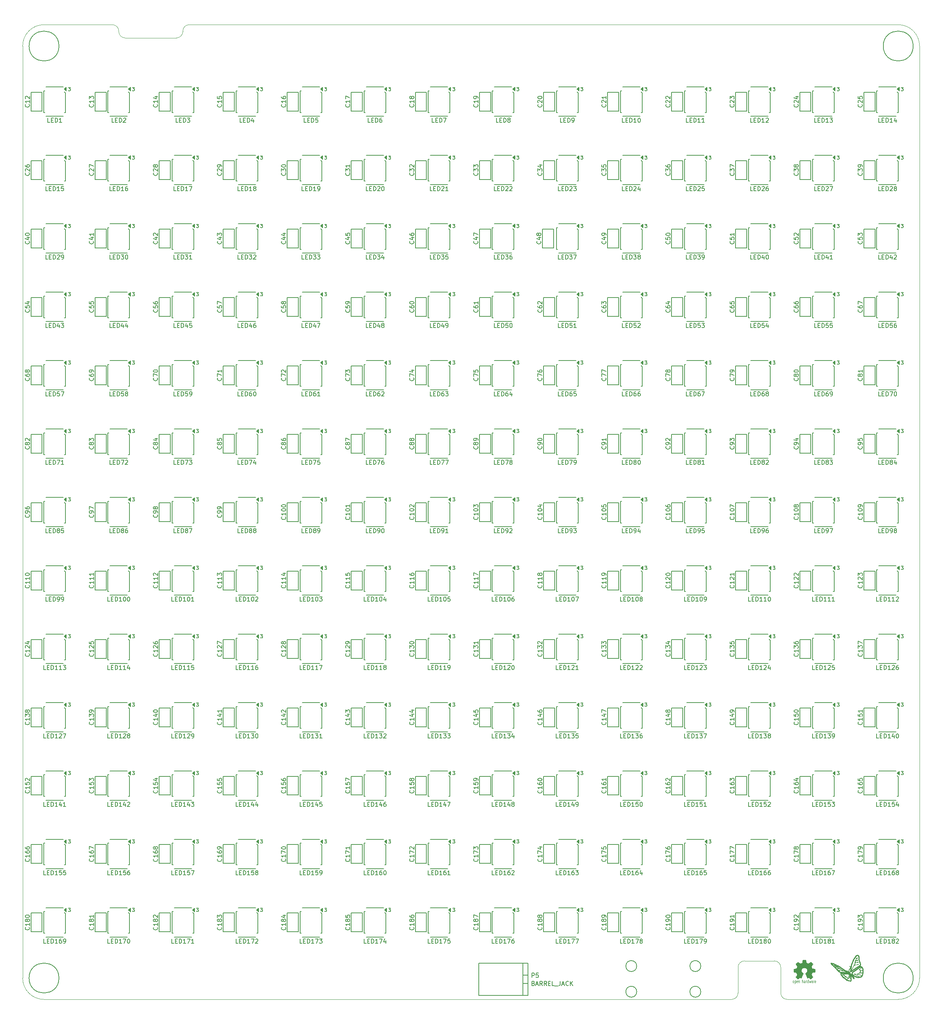
<source format=gbr>
%FSLAX46Y46*%
G04 Gerber Fmt 4.6, Leading zero omitted, Abs format (unit mm)*
G04 Created by KiCad (PCBNEW (2014-09-25 BZR 5147)-product) date Monday 13 October 2014 06:08:43 PM IST*
%MOMM*%
G01*
G04 APERTURE LIST*
%ADD10C,0.150000*%
%ADD11C,0.100000*%
%ADD12C,0.075000*%
%ADD13C,0.002540*%
%ADD14C,0.127000*%
%ADD15C,0.152400*%
G04 APERTURE END LIST*
D10*
D11*
X220000000Y-269000000D02*
X59000000Y-269000000D01*
X233000000Y-269000000D02*
X259000000Y-269000000D01*
X231500000Y-261500000D02*
X231500000Y-267500000D01*
X221500000Y-267500000D02*
X221500000Y-261500000D01*
X231500000Y-267500000D02*
G75*
G03X233000000Y-269000000I1500000J0D01*
G74*
G01*
X220000000Y-269000000D02*
G75*
G03X221500000Y-267500000I0J1500000D01*
G74*
G01*
X231500000Y-261500000D02*
G75*
G03X230000000Y-260000000I-1500000J0D01*
G74*
G01*
X223000000Y-260000000D02*
G75*
G03X221500000Y-261500000I0J-1500000D01*
G74*
G01*
X264000000Y-46000000D02*
X264000000Y-264000000D01*
X93000000Y-41000000D02*
X259000000Y-41000000D01*
X75000000Y-41000000D02*
X59000000Y-41000000D01*
X76500000Y-42500000D02*
X76500000Y-42600000D01*
X76500000Y-42500000D02*
G75*
G03X75000000Y-41000000I-1500000J0D01*
G74*
G01*
X91500000Y-42500000D02*
X91500000Y-42600000D01*
X93000000Y-41000000D02*
G75*
G03X91500000Y-42500000I0J-1500000D01*
G74*
G01*
X90000000Y-44100000D02*
G75*
G03X91500000Y-42600000I0J1500000D01*
G74*
G01*
X76500000Y-42600000D02*
G75*
G03X78000000Y-44100000I1500000J0D01*
G74*
G01*
X84000000Y-44100000D02*
X90000000Y-44100000D01*
X84000000Y-44100000D02*
X78000000Y-44100000D01*
X54000000Y-264000000D02*
X54000000Y-46000000D01*
X259000000Y-269000000D02*
G75*
G03X264000000Y-264000000I0J5000000D01*
G74*
G01*
X264000000Y-46000000D02*
G75*
G03X259000000Y-41000000I-5000000J0D01*
G74*
G01*
X59000000Y-41000000D02*
G75*
G03X54000000Y-46000000I0J-5000000D01*
G74*
G01*
X54000000Y-264000000D02*
G75*
G03X59000000Y-269000000I5000000J0D01*
G74*
G01*
X230000000Y-260000000D02*
X223000000Y-260000000D01*
D12*
X239160000Y-264620000D02*
X239160000Y-265080000D01*
X239250000Y-264620000D02*
X239300000Y-264620000D01*
X239200000Y-264650000D02*
X239250000Y-264620000D01*
X239180000Y-264670000D02*
X239200000Y-264650000D01*
X239160000Y-264740000D02*
X239180000Y-264670000D01*
X239600000Y-265080000D02*
X239650000Y-265050000D01*
X239500000Y-265080000D02*
X239600000Y-265080000D01*
X239460000Y-265050000D02*
X239500000Y-265080000D01*
X239440000Y-264980000D02*
X239460000Y-265050000D01*
X239440000Y-264710000D02*
X239440000Y-264980000D01*
X239470000Y-264650000D02*
X239440000Y-264710000D01*
X239510000Y-264620000D02*
X239470000Y-264650000D01*
X239610000Y-264620000D02*
X239510000Y-264620000D01*
X239650000Y-264660000D02*
X239610000Y-264620000D01*
X239670000Y-264730000D02*
X239650000Y-264660000D01*
X239670000Y-264850000D02*
X239670000Y-264730000D01*
X239670000Y-264850000D02*
X239440000Y-264850000D01*
X238920000Y-264710000D02*
X238920000Y-265080000D01*
X238890000Y-264650000D02*
X238920000Y-264710000D01*
X238850000Y-264620000D02*
X238890000Y-264650000D01*
X238750000Y-264620000D02*
X238850000Y-264620000D01*
X238700000Y-264650000D02*
X238750000Y-264620000D01*
X238760000Y-264810000D02*
X238710000Y-264840000D01*
X238880000Y-264810000D02*
X238760000Y-264810000D01*
X238920000Y-264780000D02*
X238880000Y-264810000D01*
X238870000Y-265080000D02*
X238920000Y-265040000D01*
X238750000Y-265080000D02*
X238870000Y-265080000D01*
X238700000Y-265040000D02*
X238750000Y-265080000D01*
X238680000Y-264980000D02*
X238700000Y-265040000D01*
X238680000Y-264910000D02*
X238680000Y-264980000D01*
X238710000Y-264840000D02*
X238680000Y-264910000D01*
X238130000Y-264620000D02*
X238230000Y-265080000D01*
X238230000Y-265080000D02*
X238320000Y-264740000D01*
X238320000Y-264740000D02*
X238420000Y-265080000D01*
X238420000Y-265080000D02*
X238520000Y-264620000D01*
X237940000Y-265050000D02*
X237900000Y-265080000D01*
X237900000Y-265080000D02*
X237790000Y-265080000D01*
X237790000Y-265080000D02*
X237750000Y-265050000D01*
X237750000Y-265050000D02*
X237730000Y-265020000D01*
X237730000Y-265020000D02*
X237700000Y-264950000D01*
X237700000Y-264950000D02*
X237700000Y-264750000D01*
X237700000Y-264750000D02*
X237730000Y-264680000D01*
X237730000Y-264680000D02*
X237750000Y-264650000D01*
X237750000Y-264650000D02*
X237810000Y-264610000D01*
X237810000Y-264610000D02*
X237880000Y-264610000D01*
X237880000Y-264610000D02*
X237940000Y-264650000D01*
X237940000Y-264380000D02*
X237940000Y-265080000D01*
X237420000Y-264740000D02*
X237440000Y-264670000D01*
X237440000Y-264670000D02*
X237460000Y-264650000D01*
X237460000Y-264650000D02*
X237510000Y-264620000D01*
X237510000Y-264620000D02*
X237560000Y-264620000D01*
X237420000Y-264620000D02*
X237420000Y-265080000D01*
X236970000Y-264840000D02*
X236940000Y-264910000D01*
X236940000Y-264910000D02*
X236940000Y-264980000D01*
X236940000Y-264980000D02*
X236960000Y-265040000D01*
X236960000Y-265040000D02*
X237010000Y-265080000D01*
X237010000Y-265080000D02*
X237130000Y-265080000D01*
X237130000Y-265080000D02*
X237180000Y-265040000D01*
X237180000Y-264780000D02*
X237140000Y-264810000D01*
X237140000Y-264810000D02*
X237020000Y-264810000D01*
X237020000Y-264810000D02*
X236970000Y-264840000D01*
X236960000Y-264650000D02*
X237010000Y-264620000D01*
X237010000Y-264620000D02*
X237110000Y-264620000D01*
X237110000Y-264620000D02*
X237150000Y-264650000D01*
X237150000Y-264650000D02*
X237180000Y-264710000D01*
X237180000Y-264710000D02*
X237180000Y-265080000D01*
X236510000Y-264690000D02*
X236530000Y-264650000D01*
X236530000Y-264650000D02*
X236580000Y-264620000D01*
X236580000Y-264620000D02*
X236660000Y-264620000D01*
X236660000Y-264620000D02*
X236700000Y-264650000D01*
X236700000Y-264650000D02*
X236720000Y-264710000D01*
X236720000Y-264710000D02*
X236720000Y-265080000D01*
X236510000Y-264380000D02*
X236510000Y-265080000D01*
X235460000Y-264850000D02*
X235230000Y-264850000D01*
X235680000Y-264680000D02*
X235700000Y-264650000D01*
X235700000Y-264650000D02*
X235740000Y-264620000D01*
X235740000Y-264620000D02*
X235830000Y-264620000D01*
X235830000Y-264620000D02*
X235870000Y-264650000D01*
X235870000Y-264650000D02*
X235890000Y-264710000D01*
X235890000Y-264710000D02*
X235890000Y-265080000D01*
X235680000Y-264620000D02*
X235680000Y-265080000D01*
X235460000Y-264850000D02*
X235460000Y-264730000D01*
X235460000Y-264730000D02*
X235440000Y-264660000D01*
X235440000Y-264660000D02*
X235400000Y-264620000D01*
X235400000Y-264620000D02*
X235300000Y-264620000D01*
X235300000Y-264620000D02*
X235260000Y-264650000D01*
X235260000Y-264650000D02*
X235230000Y-264710000D01*
X235230000Y-264710000D02*
X235230000Y-264980000D01*
X235230000Y-264980000D02*
X235250000Y-265050000D01*
X235250000Y-265050000D02*
X235290000Y-265080000D01*
X235290000Y-265080000D02*
X235390000Y-265080000D01*
X235390000Y-265080000D02*
X235440000Y-265050000D01*
X234800000Y-264650000D02*
X234840000Y-264620000D01*
X234840000Y-264620000D02*
X234940000Y-264620000D01*
X234940000Y-264620000D02*
X234980000Y-264650000D01*
X234980000Y-264650000D02*
X235010000Y-264680000D01*
X235010000Y-264680000D02*
X235030000Y-264740000D01*
X235030000Y-264740000D02*
X235030000Y-264960000D01*
X235030000Y-264960000D02*
X235010000Y-265020000D01*
X235010000Y-265020000D02*
X234990000Y-265050000D01*
X234990000Y-265050000D02*
X234950000Y-265080000D01*
X234950000Y-265080000D02*
X234850000Y-265080000D01*
X234850000Y-265080000D02*
X234800000Y-265050000D01*
X234800000Y-265320000D02*
X234800000Y-264620000D01*
X234490000Y-264620000D02*
X234410000Y-264620000D01*
X234410000Y-264620000D02*
X234370000Y-264650000D01*
X234370000Y-264650000D02*
X234350000Y-264680000D01*
X234350000Y-264680000D02*
X234320000Y-264750000D01*
X234410000Y-265080000D02*
X234490000Y-265080000D01*
X234490000Y-265080000D02*
X234540000Y-265050000D01*
X234540000Y-265050000D02*
X234560000Y-265020000D01*
X234560000Y-265020000D02*
X234580000Y-264950000D01*
X234580000Y-264950000D02*
X234580000Y-264750000D01*
X234580000Y-264750000D02*
X234560000Y-264690000D01*
X234560000Y-264690000D02*
X234540000Y-264660000D01*
X234540000Y-264660000D02*
X234490000Y-264620000D01*
X234320000Y-264750000D02*
X234320000Y-264950000D01*
X234320000Y-264950000D02*
X234340000Y-265010000D01*
X234340000Y-265010000D02*
X234360000Y-265040000D01*
X234360000Y-265040000D02*
X234410000Y-265080000D01*
D13*
G36*
X235486160Y-264245360D02*
X235511560Y-264230120D01*
X235569980Y-264194560D01*
X235653800Y-264138680D01*
X235752860Y-264072640D01*
X235851920Y-264006600D01*
X235933200Y-263953260D01*
X235989080Y-263915160D01*
X236014480Y-263902460D01*
X236027180Y-263907540D01*
X236072900Y-263930400D01*
X236141480Y-263965960D01*
X236182120Y-263986280D01*
X236243080Y-264011680D01*
X236276100Y-264019300D01*
X236281180Y-264009140D01*
X236304040Y-263960880D01*
X236339600Y-263879600D01*
X236385320Y-263770380D01*
X236441200Y-263643380D01*
X236497080Y-263508760D01*
X236555500Y-263369060D01*
X236611380Y-263234440D01*
X236659640Y-263115060D01*
X236700280Y-263018540D01*
X236725680Y-262949960D01*
X236735840Y-262922020D01*
X236733300Y-262914400D01*
X236700280Y-262883920D01*
X236646940Y-262843280D01*
X236527560Y-262746760D01*
X236410720Y-262601980D01*
X236339600Y-262436880D01*
X236316740Y-262251460D01*
X236337060Y-262081280D01*
X236403100Y-261918720D01*
X236517400Y-261771400D01*
X236657100Y-261662180D01*
X236819660Y-261593600D01*
X237000000Y-261570740D01*
X237172720Y-261591060D01*
X237340360Y-261657100D01*
X237487680Y-261768860D01*
X237551180Y-261839980D01*
X237637540Y-261989840D01*
X237685800Y-262147320D01*
X237690880Y-262187960D01*
X237683260Y-262363220D01*
X237632460Y-262533400D01*
X237538480Y-262683260D01*
X237408940Y-262807720D01*
X237393700Y-262817880D01*
X237335280Y-262863600D01*
X237294640Y-262894080D01*
X237264160Y-262919480D01*
X237487680Y-263457960D01*
X237523240Y-263541780D01*
X237584200Y-263689100D01*
X237637540Y-263816100D01*
X237680720Y-263917700D01*
X237711200Y-263983740D01*
X237723900Y-264011680D01*
X237723900Y-264014220D01*
X237744220Y-264016760D01*
X237784860Y-264001520D01*
X237861060Y-263965960D01*
X237909320Y-263940560D01*
X237967740Y-263912620D01*
X237993140Y-263902460D01*
X238016000Y-263915160D01*
X238069340Y-263950720D01*
X238150620Y-264004060D01*
X238247140Y-264067560D01*
X238338580Y-264131060D01*
X238422400Y-264186940D01*
X238483360Y-264225040D01*
X238513840Y-264242820D01*
X238518920Y-264242820D01*
X238544320Y-264227580D01*
X238592580Y-264186940D01*
X238666240Y-264118360D01*
X238770380Y-264014220D01*
X238785620Y-263998980D01*
X238871980Y-263912620D01*
X238940560Y-263838960D01*
X238986280Y-263788160D01*
X239004060Y-263765300D01*
X239004060Y-263765300D01*
X238988820Y-263734820D01*
X238950720Y-263673860D01*
X238894840Y-263587500D01*
X238826260Y-263488440D01*
X238648460Y-263229360D01*
X238744980Y-262985520D01*
X238775460Y-262909320D01*
X238813560Y-262820420D01*
X238841500Y-262754380D01*
X238856740Y-262726440D01*
X238882140Y-262716280D01*
X238950720Y-262701040D01*
X239047240Y-262680720D01*
X239161540Y-262660400D01*
X239273300Y-262640080D01*
X239372360Y-262619760D01*
X239443480Y-262607060D01*
X239476500Y-262599440D01*
X239484120Y-262594360D01*
X239491740Y-262579120D01*
X239494280Y-262546100D01*
X239496820Y-262485140D01*
X239499360Y-262391160D01*
X239499360Y-262251460D01*
X239499360Y-262236220D01*
X239496820Y-262106680D01*
X239494280Y-262000000D01*
X239491740Y-261933960D01*
X239486660Y-261906020D01*
X239486660Y-261906020D01*
X239456180Y-261898400D01*
X239385060Y-261883160D01*
X239286000Y-261865380D01*
X239166620Y-261842520D01*
X239159000Y-261839980D01*
X239042160Y-261817120D01*
X238943100Y-261796800D01*
X238871980Y-261781560D01*
X238844040Y-261771400D01*
X238836420Y-261763780D01*
X238813560Y-261718060D01*
X238780540Y-261644400D01*
X238739900Y-261555500D01*
X238701800Y-261461520D01*
X238668780Y-261377700D01*
X238645920Y-261316740D01*
X238638300Y-261288800D01*
X238640840Y-261286260D01*
X238658620Y-261258320D01*
X238699260Y-261197360D01*
X238755140Y-261113540D01*
X238823720Y-261011940D01*
X238828800Y-261004320D01*
X238897380Y-260905260D01*
X238953260Y-260818900D01*
X238988820Y-260760480D01*
X239004060Y-260732540D01*
X239004060Y-260730000D01*
X238981200Y-260699520D01*
X238930400Y-260643640D01*
X238856740Y-260567440D01*
X238770380Y-260478540D01*
X238742440Y-260453140D01*
X238643380Y-260356620D01*
X238577340Y-260295660D01*
X238534160Y-260262640D01*
X238513840Y-260255020D01*
X238513840Y-260255020D01*
X238483360Y-260272800D01*
X238419860Y-260313440D01*
X238336040Y-260371860D01*
X238234440Y-260440440D01*
X238226820Y-260445520D01*
X238127760Y-260514100D01*
X238043940Y-260569980D01*
X237985520Y-260610620D01*
X237957580Y-260625860D01*
X237955040Y-260625860D01*
X237914400Y-260613160D01*
X237843280Y-260587760D01*
X237754380Y-260554740D01*
X237662940Y-260516640D01*
X237579120Y-260481080D01*
X237515620Y-260453140D01*
X237485140Y-260435360D01*
X237485140Y-260435360D01*
X237474980Y-260399800D01*
X237457200Y-260323600D01*
X237436880Y-260222000D01*
X237411480Y-260100080D01*
X237408940Y-260079760D01*
X237386080Y-259960380D01*
X237368300Y-259861320D01*
X237353060Y-259792740D01*
X237345440Y-259764800D01*
X237330200Y-259762260D01*
X237271780Y-259757180D01*
X237182880Y-259754640D01*
X237073660Y-259754640D01*
X236961900Y-259754640D01*
X236852680Y-259757180D01*
X236758700Y-259759720D01*
X236690120Y-259764800D01*
X236662180Y-259769880D01*
X236662180Y-259772420D01*
X236652020Y-259810520D01*
X236634240Y-259884180D01*
X236613920Y-259988320D01*
X236591060Y-260110240D01*
X236585980Y-260133100D01*
X236563120Y-260249940D01*
X236542800Y-260349000D01*
X236530100Y-260415040D01*
X236522480Y-260442980D01*
X236509780Y-260448060D01*
X236461520Y-260468380D01*
X236382780Y-260501400D01*
X236283720Y-260542040D01*
X236055120Y-260633480D01*
X235773180Y-260442980D01*
X235747780Y-260425200D01*
X235646180Y-260356620D01*
X235564900Y-260300740D01*
X235506480Y-260262640D01*
X235483620Y-260249940D01*
X235481080Y-260249940D01*
X235453140Y-260275340D01*
X235397260Y-260328680D01*
X235321060Y-260402340D01*
X235232160Y-260488700D01*
X235168660Y-260554740D01*
X235089920Y-260633480D01*
X235041660Y-260686820D01*
X235013720Y-260719840D01*
X235006100Y-260740160D01*
X235008640Y-260755400D01*
X235026420Y-260783340D01*
X235067060Y-260844300D01*
X235125480Y-260930660D01*
X235194060Y-261029720D01*
X235249940Y-261113540D01*
X235310900Y-261207520D01*
X235349000Y-261273560D01*
X235364240Y-261306580D01*
X235359160Y-261319280D01*
X235341380Y-261375160D01*
X235305820Y-261458980D01*
X235265180Y-261558040D01*
X235166120Y-261779020D01*
X235021340Y-261806960D01*
X234932440Y-261824740D01*
X234810520Y-261847600D01*
X234691140Y-261870460D01*
X234508260Y-261906020D01*
X234500640Y-262581660D01*
X234528580Y-262594360D01*
X234556520Y-262601980D01*
X234625100Y-262617220D01*
X234721620Y-262637540D01*
X234838460Y-262657860D01*
X234934980Y-262675640D01*
X235034040Y-262695960D01*
X235105160Y-262708660D01*
X235135640Y-262716280D01*
X235145800Y-262726440D01*
X235168660Y-262774700D01*
X235204220Y-262850900D01*
X235244860Y-262942340D01*
X235282960Y-263036320D01*
X235318520Y-263125220D01*
X235341380Y-263191260D01*
X235351540Y-263224280D01*
X235338840Y-263252220D01*
X235300740Y-263310640D01*
X235247400Y-263391920D01*
X235178820Y-263490980D01*
X235112780Y-263587500D01*
X235054360Y-263671320D01*
X235016260Y-263732280D01*
X234998480Y-263760220D01*
X235008640Y-263778000D01*
X235046740Y-263826260D01*
X235120400Y-263902460D01*
X235232160Y-264011680D01*
X235249940Y-264029460D01*
X235336300Y-264113280D01*
X235409960Y-264181860D01*
X235463300Y-264227580D01*
X235486160Y-264245360D01*
X235486160Y-264245360D01*
G37*
X235486160Y-264245360D02*
X235511560Y-264230120D01*
X235569980Y-264194560D01*
X235653800Y-264138680D01*
X235752860Y-264072640D01*
X235851920Y-264006600D01*
X235933200Y-263953260D01*
X235989080Y-263915160D01*
X236014480Y-263902460D01*
X236027180Y-263907540D01*
X236072900Y-263930400D01*
X236141480Y-263965960D01*
X236182120Y-263986280D01*
X236243080Y-264011680D01*
X236276100Y-264019300D01*
X236281180Y-264009140D01*
X236304040Y-263960880D01*
X236339600Y-263879600D01*
X236385320Y-263770380D01*
X236441200Y-263643380D01*
X236497080Y-263508760D01*
X236555500Y-263369060D01*
X236611380Y-263234440D01*
X236659640Y-263115060D01*
X236700280Y-263018540D01*
X236725680Y-262949960D01*
X236735840Y-262922020D01*
X236733300Y-262914400D01*
X236700280Y-262883920D01*
X236646940Y-262843280D01*
X236527560Y-262746760D01*
X236410720Y-262601980D01*
X236339600Y-262436880D01*
X236316740Y-262251460D01*
X236337060Y-262081280D01*
X236403100Y-261918720D01*
X236517400Y-261771400D01*
X236657100Y-261662180D01*
X236819660Y-261593600D01*
X237000000Y-261570740D01*
X237172720Y-261591060D01*
X237340360Y-261657100D01*
X237487680Y-261768860D01*
X237551180Y-261839980D01*
X237637540Y-261989840D01*
X237685800Y-262147320D01*
X237690880Y-262187960D01*
X237683260Y-262363220D01*
X237632460Y-262533400D01*
X237538480Y-262683260D01*
X237408940Y-262807720D01*
X237393700Y-262817880D01*
X237335280Y-262863600D01*
X237294640Y-262894080D01*
X237264160Y-262919480D01*
X237487680Y-263457960D01*
X237523240Y-263541780D01*
X237584200Y-263689100D01*
X237637540Y-263816100D01*
X237680720Y-263917700D01*
X237711200Y-263983740D01*
X237723900Y-264011680D01*
X237723900Y-264014220D01*
X237744220Y-264016760D01*
X237784860Y-264001520D01*
X237861060Y-263965960D01*
X237909320Y-263940560D01*
X237967740Y-263912620D01*
X237993140Y-263902460D01*
X238016000Y-263915160D01*
X238069340Y-263950720D01*
X238150620Y-264004060D01*
X238247140Y-264067560D01*
X238338580Y-264131060D01*
X238422400Y-264186940D01*
X238483360Y-264225040D01*
X238513840Y-264242820D01*
X238518920Y-264242820D01*
X238544320Y-264227580D01*
X238592580Y-264186940D01*
X238666240Y-264118360D01*
X238770380Y-264014220D01*
X238785620Y-263998980D01*
X238871980Y-263912620D01*
X238940560Y-263838960D01*
X238986280Y-263788160D01*
X239004060Y-263765300D01*
X239004060Y-263765300D01*
X238988820Y-263734820D01*
X238950720Y-263673860D01*
X238894840Y-263587500D01*
X238826260Y-263488440D01*
X238648460Y-263229360D01*
X238744980Y-262985520D01*
X238775460Y-262909320D01*
X238813560Y-262820420D01*
X238841500Y-262754380D01*
X238856740Y-262726440D01*
X238882140Y-262716280D01*
X238950720Y-262701040D01*
X239047240Y-262680720D01*
X239161540Y-262660400D01*
X239273300Y-262640080D01*
X239372360Y-262619760D01*
X239443480Y-262607060D01*
X239476500Y-262599440D01*
X239484120Y-262594360D01*
X239491740Y-262579120D01*
X239494280Y-262546100D01*
X239496820Y-262485140D01*
X239499360Y-262391160D01*
X239499360Y-262251460D01*
X239499360Y-262236220D01*
X239496820Y-262106680D01*
X239494280Y-262000000D01*
X239491740Y-261933960D01*
X239486660Y-261906020D01*
X239486660Y-261906020D01*
X239456180Y-261898400D01*
X239385060Y-261883160D01*
X239286000Y-261865380D01*
X239166620Y-261842520D01*
X239159000Y-261839980D01*
X239042160Y-261817120D01*
X238943100Y-261796800D01*
X238871980Y-261781560D01*
X238844040Y-261771400D01*
X238836420Y-261763780D01*
X238813560Y-261718060D01*
X238780540Y-261644400D01*
X238739900Y-261555500D01*
X238701800Y-261461520D01*
X238668780Y-261377700D01*
X238645920Y-261316740D01*
X238638300Y-261288800D01*
X238640840Y-261286260D01*
X238658620Y-261258320D01*
X238699260Y-261197360D01*
X238755140Y-261113540D01*
X238823720Y-261011940D01*
X238828800Y-261004320D01*
X238897380Y-260905260D01*
X238953260Y-260818900D01*
X238988820Y-260760480D01*
X239004060Y-260732540D01*
X239004060Y-260730000D01*
X238981200Y-260699520D01*
X238930400Y-260643640D01*
X238856740Y-260567440D01*
X238770380Y-260478540D01*
X238742440Y-260453140D01*
X238643380Y-260356620D01*
X238577340Y-260295660D01*
X238534160Y-260262640D01*
X238513840Y-260255020D01*
X238513840Y-260255020D01*
X238483360Y-260272800D01*
X238419860Y-260313440D01*
X238336040Y-260371860D01*
X238234440Y-260440440D01*
X238226820Y-260445520D01*
X238127760Y-260514100D01*
X238043940Y-260569980D01*
X237985520Y-260610620D01*
X237957580Y-260625860D01*
X237955040Y-260625860D01*
X237914400Y-260613160D01*
X237843280Y-260587760D01*
X237754380Y-260554740D01*
X237662940Y-260516640D01*
X237579120Y-260481080D01*
X237515620Y-260453140D01*
X237485140Y-260435360D01*
X237485140Y-260435360D01*
X237474980Y-260399800D01*
X237457200Y-260323600D01*
X237436880Y-260222000D01*
X237411480Y-260100080D01*
X237408940Y-260079760D01*
X237386080Y-259960380D01*
X237368300Y-259861320D01*
X237353060Y-259792740D01*
X237345440Y-259764800D01*
X237330200Y-259762260D01*
X237271780Y-259757180D01*
X237182880Y-259754640D01*
X237073660Y-259754640D01*
X236961900Y-259754640D01*
X236852680Y-259757180D01*
X236758700Y-259759720D01*
X236690120Y-259764800D01*
X236662180Y-259769880D01*
X236662180Y-259772420D01*
X236652020Y-259810520D01*
X236634240Y-259884180D01*
X236613920Y-259988320D01*
X236591060Y-260110240D01*
X236585980Y-260133100D01*
X236563120Y-260249940D01*
X236542800Y-260349000D01*
X236530100Y-260415040D01*
X236522480Y-260442980D01*
X236509780Y-260448060D01*
X236461520Y-260468380D01*
X236382780Y-260501400D01*
X236283720Y-260542040D01*
X236055120Y-260633480D01*
X235773180Y-260442980D01*
X235747780Y-260425200D01*
X235646180Y-260356620D01*
X235564900Y-260300740D01*
X235506480Y-260262640D01*
X235483620Y-260249940D01*
X235481080Y-260249940D01*
X235453140Y-260275340D01*
X235397260Y-260328680D01*
X235321060Y-260402340D01*
X235232160Y-260488700D01*
X235168660Y-260554740D01*
X235089920Y-260633480D01*
X235041660Y-260686820D01*
X235013720Y-260719840D01*
X235006100Y-260740160D01*
X235008640Y-260755400D01*
X235026420Y-260783340D01*
X235067060Y-260844300D01*
X235125480Y-260930660D01*
X235194060Y-261029720D01*
X235249940Y-261113540D01*
X235310900Y-261207520D01*
X235349000Y-261273560D01*
X235364240Y-261306580D01*
X235359160Y-261319280D01*
X235341380Y-261375160D01*
X235305820Y-261458980D01*
X235265180Y-261558040D01*
X235166120Y-261779020D01*
X235021340Y-261806960D01*
X234932440Y-261824740D01*
X234810520Y-261847600D01*
X234691140Y-261870460D01*
X234508260Y-261906020D01*
X234500640Y-262581660D01*
X234528580Y-262594360D01*
X234556520Y-262601980D01*
X234625100Y-262617220D01*
X234721620Y-262637540D01*
X234838460Y-262657860D01*
X234934980Y-262675640D01*
X235034040Y-262695960D01*
X235105160Y-262708660D01*
X235135640Y-262716280D01*
X235145800Y-262726440D01*
X235168660Y-262774700D01*
X235204220Y-262850900D01*
X235244860Y-262942340D01*
X235282960Y-263036320D01*
X235318520Y-263125220D01*
X235341380Y-263191260D01*
X235351540Y-263224280D01*
X235338840Y-263252220D01*
X235300740Y-263310640D01*
X235247400Y-263391920D01*
X235178820Y-263490980D01*
X235112780Y-263587500D01*
X235054360Y-263671320D01*
X235016260Y-263732280D01*
X234998480Y-263760220D01*
X235008640Y-263778000D01*
X235046740Y-263826260D01*
X235120400Y-263902460D01*
X235232160Y-264011680D01*
X235249940Y-264029460D01*
X235336300Y-264113280D01*
X235409960Y-264181860D01*
X235463300Y-264227580D01*
X235486160Y-264245360D01*
G36*
X249340600Y-258558800D02*
X249366000Y-258558800D01*
X249366000Y-258584200D01*
X249340600Y-258584200D01*
X249340600Y-258558800D01*
X249340600Y-258558800D01*
G37*
X249340600Y-258558800D02*
X249366000Y-258558800D01*
X249366000Y-258584200D01*
X249340600Y-258584200D01*
X249340600Y-258558800D01*
G36*
X249366000Y-258558800D02*
X249391400Y-258558800D01*
X249391400Y-258584200D01*
X249366000Y-258584200D01*
X249366000Y-258558800D01*
X249366000Y-258558800D01*
G37*
X249366000Y-258558800D02*
X249391400Y-258558800D01*
X249391400Y-258584200D01*
X249366000Y-258584200D01*
X249366000Y-258558800D01*
G36*
X249391400Y-258558800D02*
X249416800Y-258558800D01*
X249416800Y-258584200D01*
X249391400Y-258584200D01*
X249391400Y-258558800D01*
X249391400Y-258558800D01*
G37*
X249391400Y-258558800D02*
X249416800Y-258558800D01*
X249416800Y-258584200D01*
X249391400Y-258584200D01*
X249391400Y-258558800D01*
G36*
X249416800Y-258558800D02*
X249442200Y-258558800D01*
X249442200Y-258584200D01*
X249416800Y-258584200D01*
X249416800Y-258558800D01*
X249416800Y-258558800D01*
G37*
X249416800Y-258558800D02*
X249442200Y-258558800D01*
X249442200Y-258584200D01*
X249416800Y-258584200D01*
X249416800Y-258558800D01*
G36*
X249442200Y-258558800D02*
X249467600Y-258558800D01*
X249467600Y-258584200D01*
X249442200Y-258584200D01*
X249442200Y-258558800D01*
X249442200Y-258558800D01*
G37*
X249442200Y-258558800D02*
X249467600Y-258558800D01*
X249467600Y-258584200D01*
X249442200Y-258584200D01*
X249442200Y-258558800D01*
G36*
X249315200Y-258584200D02*
X249340600Y-258584200D01*
X249340600Y-258609600D01*
X249315200Y-258609600D01*
X249315200Y-258584200D01*
X249315200Y-258584200D01*
G37*
X249315200Y-258584200D02*
X249340600Y-258584200D01*
X249340600Y-258609600D01*
X249315200Y-258609600D01*
X249315200Y-258584200D01*
G36*
X249340600Y-258584200D02*
X249366000Y-258584200D01*
X249366000Y-258609600D01*
X249340600Y-258609600D01*
X249340600Y-258584200D01*
X249340600Y-258584200D01*
G37*
X249340600Y-258584200D02*
X249366000Y-258584200D01*
X249366000Y-258609600D01*
X249340600Y-258609600D01*
X249340600Y-258584200D01*
G36*
X249366000Y-258584200D02*
X249391400Y-258584200D01*
X249391400Y-258609600D01*
X249366000Y-258609600D01*
X249366000Y-258584200D01*
X249366000Y-258584200D01*
G37*
X249366000Y-258584200D02*
X249391400Y-258584200D01*
X249391400Y-258609600D01*
X249366000Y-258609600D01*
X249366000Y-258584200D01*
G36*
X249391400Y-258584200D02*
X249416800Y-258584200D01*
X249416800Y-258609600D01*
X249391400Y-258609600D01*
X249391400Y-258584200D01*
X249391400Y-258584200D01*
G37*
X249391400Y-258584200D02*
X249416800Y-258584200D01*
X249416800Y-258609600D01*
X249391400Y-258609600D01*
X249391400Y-258584200D01*
G36*
X249416800Y-258584200D02*
X249442200Y-258584200D01*
X249442200Y-258609600D01*
X249416800Y-258609600D01*
X249416800Y-258584200D01*
X249416800Y-258584200D01*
G37*
X249416800Y-258584200D02*
X249442200Y-258584200D01*
X249442200Y-258609600D01*
X249416800Y-258609600D01*
X249416800Y-258584200D01*
G36*
X249442200Y-258584200D02*
X249467600Y-258584200D01*
X249467600Y-258609600D01*
X249442200Y-258609600D01*
X249442200Y-258584200D01*
X249442200Y-258584200D01*
G37*
X249442200Y-258584200D02*
X249467600Y-258584200D01*
X249467600Y-258609600D01*
X249442200Y-258609600D01*
X249442200Y-258584200D01*
G36*
X249467600Y-258584200D02*
X249493000Y-258584200D01*
X249493000Y-258609600D01*
X249467600Y-258609600D01*
X249467600Y-258584200D01*
X249467600Y-258584200D01*
G37*
X249467600Y-258584200D02*
X249493000Y-258584200D01*
X249493000Y-258609600D01*
X249467600Y-258609600D01*
X249467600Y-258584200D01*
G36*
X249493000Y-258584200D02*
X249518400Y-258584200D01*
X249518400Y-258609600D01*
X249493000Y-258609600D01*
X249493000Y-258584200D01*
X249493000Y-258584200D01*
G37*
X249493000Y-258584200D02*
X249518400Y-258584200D01*
X249518400Y-258609600D01*
X249493000Y-258609600D01*
X249493000Y-258584200D01*
G36*
X249518400Y-258584200D02*
X249543800Y-258584200D01*
X249543800Y-258609600D01*
X249518400Y-258609600D01*
X249518400Y-258584200D01*
X249518400Y-258584200D01*
G37*
X249518400Y-258584200D02*
X249543800Y-258584200D01*
X249543800Y-258609600D01*
X249518400Y-258609600D01*
X249518400Y-258584200D01*
G36*
X249543800Y-258584200D02*
X249569200Y-258584200D01*
X249569200Y-258609600D01*
X249543800Y-258609600D01*
X249543800Y-258584200D01*
X249543800Y-258584200D01*
G37*
X249543800Y-258584200D02*
X249569200Y-258584200D01*
X249569200Y-258609600D01*
X249543800Y-258609600D01*
X249543800Y-258584200D01*
G36*
X249264400Y-258609600D02*
X249289800Y-258609600D01*
X249289800Y-258635000D01*
X249264400Y-258635000D01*
X249264400Y-258609600D01*
X249264400Y-258609600D01*
G37*
X249264400Y-258609600D02*
X249289800Y-258609600D01*
X249289800Y-258635000D01*
X249264400Y-258635000D01*
X249264400Y-258609600D01*
G36*
X249289800Y-258609600D02*
X249315200Y-258609600D01*
X249315200Y-258635000D01*
X249289800Y-258635000D01*
X249289800Y-258609600D01*
X249289800Y-258609600D01*
G37*
X249289800Y-258609600D02*
X249315200Y-258609600D01*
X249315200Y-258635000D01*
X249289800Y-258635000D01*
X249289800Y-258609600D01*
G36*
X249315200Y-258609600D02*
X249340600Y-258609600D01*
X249340600Y-258635000D01*
X249315200Y-258635000D01*
X249315200Y-258609600D01*
X249315200Y-258609600D01*
G37*
X249315200Y-258609600D02*
X249340600Y-258609600D01*
X249340600Y-258635000D01*
X249315200Y-258635000D01*
X249315200Y-258609600D01*
G36*
X249340600Y-258609600D02*
X249366000Y-258609600D01*
X249366000Y-258635000D01*
X249340600Y-258635000D01*
X249340600Y-258609600D01*
X249340600Y-258609600D01*
G37*
X249340600Y-258609600D02*
X249366000Y-258609600D01*
X249366000Y-258635000D01*
X249340600Y-258635000D01*
X249340600Y-258609600D01*
G36*
X249366000Y-258609600D02*
X249391400Y-258609600D01*
X249391400Y-258635000D01*
X249366000Y-258635000D01*
X249366000Y-258609600D01*
X249366000Y-258609600D01*
G37*
X249366000Y-258609600D02*
X249391400Y-258609600D01*
X249391400Y-258635000D01*
X249366000Y-258635000D01*
X249366000Y-258609600D01*
G36*
X249391400Y-258609600D02*
X249416800Y-258609600D01*
X249416800Y-258635000D01*
X249391400Y-258635000D01*
X249391400Y-258609600D01*
X249391400Y-258609600D01*
G37*
X249391400Y-258609600D02*
X249416800Y-258609600D01*
X249416800Y-258635000D01*
X249391400Y-258635000D01*
X249391400Y-258609600D01*
G36*
X249416800Y-258609600D02*
X249442200Y-258609600D01*
X249442200Y-258635000D01*
X249416800Y-258635000D01*
X249416800Y-258609600D01*
X249416800Y-258609600D01*
G37*
X249416800Y-258609600D02*
X249442200Y-258609600D01*
X249442200Y-258635000D01*
X249416800Y-258635000D01*
X249416800Y-258609600D01*
G36*
X249442200Y-258609600D02*
X249467600Y-258609600D01*
X249467600Y-258635000D01*
X249442200Y-258635000D01*
X249442200Y-258609600D01*
X249442200Y-258609600D01*
G37*
X249442200Y-258609600D02*
X249467600Y-258609600D01*
X249467600Y-258635000D01*
X249442200Y-258635000D01*
X249442200Y-258609600D01*
G36*
X249467600Y-258609600D02*
X249493000Y-258609600D01*
X249493000Y-258635000D01*
X249467600Y-258635000D01*
X249467600Y-258609600D01*
X249467600Y-258609600D01*
G37*
X249467600Y-258609600D02*
X249493000Y-258609600D01*
X249493000Y-258635000D01*
X249467600Y-258635000D01*
X249467600Y-258609600D01*
G36*
X249493000Y-258609600D02*
X249518400Y-258609600D01*
X249518400Y-258635000D01*
X249493000Y-258635000D01*
X249493000Y-258609600D01*
X249493000Y-258609600D01*
G37*
X249493000Y-258609600D02*
X249518400Y-258609600D01*
X249518400Y-258635000D01*
X249493000Y-258635000D01*
X249493000Y-258609600D01*
G36*
X249518400Y-258609600D02*
X249543800Y-258609600D01*
X249543800Y-258635000D01*
X249518400Y-258635000D01*
X249518400Y-258609600D01*
X249518400Y-258609600D01*
G37*
X249518400Y-258609600D02*
X249543800Y-258609600D01*
X249543800Y-258635000D01*
X249518400Y-258635000D01*
X249518400Y-258609600D01*
G36*
X249543800Y-258609600D02*
X249569200Y-258609600D01*
X249569200Y-258635000D01*
X249543800Y-258635000D01*
X249543800Y-258609600D01*
X249543800Y-258609600D01*
G37*
X249543800Y-258609600D02*
X249569200Y-258609600D01*
X249569200Y-258635000D01*
X249543800Y-258635000D01*
X249543800Y-258609600D01*
G36*
X249569200Y-258609600D02*
X249594600Y-258609600D01*
X249594600Y-258635000D01*
X249569200Y-258635000D01*
X249569200Y-258609600D01*
X249569200Y-258609600D01*
G37*
X249569200Y-258609600D02*
X249594600Y-258609600D01*
X249594600Y-258635000D01*
X249569200Y-258635000D01*
X249569200Y-258609600D01*
G36*
X249594600Y-258609600D02*
X249620000Y-258609600D01*
X249620000Y-258635000D01*
X249594600Y-258635000D01*
X249594600Y-258609600D01*
X249594600Y-258609600D01*
G37*
X249594600Y-258609600D02*
X249620000Y-258609600D01*
X249620000Y-258635000D01*
X249594600Y-258635000D01*
X249594600Y-258609600D01*
G36*
X249620000Y-258609600D02*
X249645400Y-258609600D01*
X249645400Y-258635000D01*
X249620000Y-258635000D01*
X249620000Y-258609600D01*
X249620000Y-258609600D01*
G37*
X249620000Y-258609600D02*
X249645400Y-258609600D01*
X249645400Y-258635000D01*
X249620000Y-258635000D01*
X249620000Y-258609600D01*
G36*
X249213600Y-258635000D02*
X249239000Y-258635000D01*
X249239000Y-258660400D01*
X249213600Y-258660400D01*
X249213600Y-258635000D01*
X249213600Y-258635000D01*
G37*
X249213600Y-258635000D02*
X249239000Y-258635000D01*
X249239000Y-258660400D01*
X249213600Y-258660400D01*
X249213600Y-258635000D01*
G36*
X249239000Y-258635000D02*
X249264400Y-258635000D01*
X249264400Y-258660400D01*
X249239000Y-258660400D01*
X249239000Y-258635000D01*
X249239000Y-258635000D01*
G37*
X249239000Y-258635000D02*
X249264400Y-258635000D01*
X249264400Y-258660400D01*
X249239000Y-258660400D01*
X249239000Y-258635000D01*
G36*
X249264400Y-258635000D02*
X249289800Y-258635000D01*
X249289800Y-258660400D01*
X249264400Y-258660400D01*
X249264400Y-258635000D01*
X249264400Y-258635000D01*
G37*
X249264400Y-258635000D02*
X249289800Y-258635000D01*
X249289800Y-258660400D01*
X249264400Y-258660400D01*
X249264400Y-258635000D01*
G36*
X249289800Y-258635000D02*
X249315200Y-258635000D01*
X249315200Y-258660400D01*
X249289800Y-258660400D01*
X249289800Y-258635000D01*
X249289800Y-258635000D01*
G37*
X249289800Y-258635000D02*
X249315200Y-258635000D01*
X249315200Y-258660400D01*
X249289800Y-258660400D01*
X249289800Y-258635000D01*
G36*
X249315200Y-258635000D02*
X249340600Y-258635000D01*
X249340600Y-258660400D01*
X249315200Y-258660400D01*
X249315200Y-258635000D01*
X249315200Y-258635000D01*
G37*
X249315200Y-258635000D02*
X249340600Y-258635000D01*
X249340600Y-258660400D01*
X249315200Y-258660400D01*
X249315200Y-258635000D01*
G36*
X249340600Y-258635000D02*
X249366000Y-258635000D01*
X249366000Y-258660400D01*
X249340600Y-258660400D01*
X249340600Y-258635000D01*
X249340600Y-258635000D01*
G37*
X249340600Y-258635000D02*
X249366000Y-258635000D01*
X249366000Y-258660400D01*
X249340600Y-258660400D01*
X249340600Y-258635000D01*
G36*
X249366000Y-258635000D02*
X249391400Y-258635000D01*
X249391400Y-258660400D01*
X249366000Y-258660400D01*
X249366000Y-258635000D01*
X249366000Y-258635000D01*
G37*
X249366000Y-258635000D02*
X249391400Y-258635000D01*
X249391400Y-258660400D01*
X249366000Y-258660400D01*
X249366000Y-258635000D01*
G36*
X249391400Y-258635000D02*
X249416800Y-258635000D01*
X249416800Y-258660400D01*
X249391400Y-258660400D01*
X249391400Y-258635000D01*
X249391400Y-258635000D01*
G37*
X249391400Y-258635000D02*
X249416800Y-258635000D01*
X249416800Y-258660400D01*
X249391400Y-258660400D01*
X249391400Y-258635000D01*
G36*
X249416800Y-258635000D02*
X249442200Y-258635000D01*
X249442200Y-258660400D01*
X249416800Y-258660400D01*
X249416800Y-258635000D01*
X249416800Y-258635000D01*
G37*
X249416800Y-258635000D02*
X249442200Y-258635000D01*
X249442200Y-258660400D01*
X249416800Y-258660400D01*
X249416800Y-258635000D01*
G36*
X249442200Y-258635000D02*
X249467600Y-258635000D01*
X249467600Y-258660400D01*
X249442200Y-258660400D01*
X249442200Y-258635000D01*
X249442200Y-258635000D01*
G37*
X249442200Y-258635000D02*
X249467600Y-258635000D01*
X249467600Y-258660400D01*
X249442200Y-258660400D01*
X249442200Y-258635000D01*
G36*
X249467600Y-258635000D02*
X249493000Y-258635000D01*
X249493000Y-258660400D01*
X249467600Y-258660400D01*
X249467600Y-258635000D01*
X249467600Y-258635000D01*
G37*
X249467600Y-258635000D02*
X249493000Y-258635000D01*
X249493000Y-258660400D01*
X249467600Y-258660400D01*
X249467600Y-258635000D01*
G36*
X249493000Y-258635000D02*
X249518400Y-258635000D01*
X249518400Y-258660400D01*
X249493000Y-258660400D01*
X249493000Y-258635000D01*
X249493000Y-258635000D01*
G37*
X249493000Y-258635000D02*
X249518400Y-258635000D01*
X249518400Y-258660400D01*
X249493000Y-258660400D01*
X249493000Y-258635000D01*
G36*
X249518400Y-258635000D02*
X249543800Y-258635000D01*
X249543800Y-258660400D01*
X249518400Y-258660400D01*
X249518400Y-258635000D01*
X249518400Y-258635000D01*
G37*
X249518400Y-258635000D02*
X249543800Y-258635000D01*
X249543800Y-258660400D01*
X249518400Y-258660400D01*
X249518400Y-258635000D01*
G36*
X249543800Y-258635000D02*
X249569200Y-258635000D01*
X249569200Y-258660400D01*
X249543800Y-258660400D01*
X249543800Y-258635000D01*
X249543800Y-258635000D01*
G37*
X249543800Y-258635000D02*
X249569200Y-258635000D01*
X249569200Y-258660400D01*
X249543800Y-258660400D01*
X249543800Y-258635000D01*
G36*
X249569200Y-258635000D02*
X249594600Y-258635000D01*
X249594600Y-258660400D01*
X249569200Y-258660400D01*
X249569200Y-258635000D01*
X249569200Y-258635000D01*
G37*
X249569200Y-258635000D02*
X249594600Y-258635000D01*
X249594600Y-258660400D01*
X249569200Y-258660400D01*
X249569200Y-258635000D01*
G36*
X249594600Y-258635000D02*
X249620000Y-258635000D01*
X249620000Y-258660400D01*
X249594600Y-258660400D01*
X249594600Y-258635000D01*
X249594600Y-258635000D01*
G37*
X249594600Y-258635000D02*
X249620000Y-258635000D01*
X249620000Y-258660400D01*
X249594600Y-258660400D01*
X249594600Y-258635000D01*
G36*
X249620000Y-258635000D02*
X249645400Y-258635000D01*
X249645400Y-258660400D01*
X249620000Y-258660400D01*
X249620000Y-258635000D01*
X249620000Y-258635000D01*
G37*
X249620000Y-258635000D02*
X249645400Y-258635000D01*
X249645400Y-258660400D01*
X249620000Y-258660400D01*
X249620000Y-258635000D01*
G36*
X249645400Y-258635000D02*
X249670800Y-258635000D01*
X249670800Y-258660400D01*
X249645400Y-258660400D01*
X249645400Y-258635000D01*
X249645400Y-258635000D01*
G37*
X249645400Y-258635000D02*
X249670800Y-258635000D01*
X249670800Y-258660400D01*
X249645400Y-258660400D01*
X249645400Y-258635000D01*
G36*
X249188200Y-258660400D02*
X249213600Y-258660400D01*
X249213600Y-258685800D01*
X249188200Y-258685800D01*
X249188200Y-258660400D01*
X249188200Y-258660400D01*
G37*
X249188200Y-258660400D02*
X249213600Y-258660400D01*
X249213600Y-258685800D01*
X249188200Y-258685800D01*
X249188200Y-258660400D01*
G36*
X249213600Y-258660400D02*
X249239000Y-258660400D01*
X249239000Y-258685800D01*
X249213600Y-258685800D01*
X249213600Y-258660400D01*
X249213600Y-258660400D01*
G37*
X249213600Y-258660400D02*
X249239000Y-258660400D01*
X249239000Y-258685800D01*
X249213600Y-258685800D01*
X249213600Y-258660400D01*
G36*
X249239000Y-258660400D02*
X249264400Y-258660400D01*
X249264400Y-258685800D01*
X249239000Y-258685800D01*
X249239000Y-258660400D01*
X249239000Y-258660400D01*
G37*
X249239000Y-258660400D02*
X249264400Y-258660400D01*
X249264400Y-258685800D01*
X249239000Y-258685800D01*
X249239000Y-258660400D01*
G36*
X249264400Y-258660400D02*
X249289800Y-258660400D01*
X249289800Y-258685800D01*
X249264400Y-258685800D01*
X249264400Y-258660400D01*
X249264400Y-258660400D01*
G37*
X249264400Y-258660400D02*
X249289800Y-258660400D01*
X249289800Y-258685800D01*
X249264400Y-258685800D01*
X249264400Y-258660400D01*
G36*
X249289800Y-258660400D02*
X249315200Y-258660400D01*
X249315200Y-258685800D01*
X249289800Y-258685800D01*
X249289800Y-258660400D01*
X249289800Y-258660400D01*
G37*
X249289800Y-258660400D02*
X249315200Y-258660400D01*
X249315200Y-258685800D01*
X249289800Y-258685800D01*
X249289800Y-258660400D01*
G36*
X249315200Y-258660400D02*
X249340600Y-258660400D01*
X249340600Y-258685800D01*
X249315200Y-258685800D01*
X249315200Y-258660400D01*
X249315200Y-258660400D01*
G37*
X249315200Y-258660400D02*
X249340600Y-258660400D01*
X249340600Y-258685800D01*
X249315200Y-258685800D01*
X249315200Y-258660400D01*
G36*
X249340600Y-258660400D02*
X249366000Y-258660400D01*
X249366000Y-258685800D01*
X249340600Y-258685800D01*
X249340600Y-258660400D01*
X249340600Y-258660400D01*
G37*
X249340600Y-258660400D02*
X249366000Y-258660400D01*
X249366000Y-258685800D01*
X249340600Y-258685800D01*
X249340600Y-258660400D01*
G36*
X249366000Y-258660400D02*
X249391400Y-258660400D01*
X249391400Y-258685800D01*
X249366000Y-258685800D01*
X249366000Y-258660400D01*
X249366000Y-258660400D01*
G37*
X249366000Y-258660400D02*
X249391400Y-258660400D01*
X249391400Y-258685800D01*
X249366000Y-258685800D01*
X249366000Y-258660400D01*
G36*
X249391400Y-258660400D02*
X249416800Y-258660400D01*
X249416800Y-258685800D01*
X249391400Y-258685800D01*
X249391400Y-258660400D01*
X249391400Y-258660400D01*
G37*
X249391400Y-258660400D02*
X249416800Y-258660400D01*
X249416800Y-258685800D01*
X249391400Y-258685800D01*
X249391400Y-258660400D01*
G36*
X249416800Y-258660400D02*
X249442200Y-258660400D01*
X249442200Y-258685800D01*
X249416800Y-258685800D01*
X249416800Y-258660400D01*
X249416800Y-258660400D01*
G37*
X249416800Y-258660400D02*
X249442200Y-258660400D01*
X249442200Y-258685800D01*
X249416800Y-258685800D01*
X249416800Y-258660400D01*
G36*
X249442200Y-258660400D02*
X249467600Y-258660400D01*
X249467600Y-258685800D01*
X249442200Y-258685800D01*
X249442200Y-258660400D01*
X249442200Y-258660400D01*
G37*
X249442200Y-258660400D02*
X249467600Y-258660400D01*
X249467600Y-258685800D01*
X249442200Y-258685800D01*
X249442200Y-258660400D01*
G36*
X249467600Y-258660400D02*
X249493000Y-258660400D01*
X249493000Y-258685800D01*
X249467600Y-258685800D01*
X249467600Y-258660400D01*
X249467600Y-258660400D01*
G37*
X249467600Y-258660400D02*
X249493000Y-258660400D01*
X249493000Y-258685800D01*
X249467600Y-258685800D01*
X249467600Y-258660400D01*
G36*
X249493000Y-258660400D02*
X249518400Y-258660400D01*
X249518400Y-258685800D01*
X249493000Y-258685800D01*
X249493000Y-258660400D01*
X249493000Y-258660400D01*
G37*
X249493000Y-258660400D02*
X249518400Y-258660400D01*
X249518400Y-258685800D01*
X249493000Y-258685800D01*
X249493000Y-258660400D01*
G36*
X249518400Y-258660400D02*
X249543800Y-258660400D01*
X249543800Y-258685800D01*
X249518400Y-258685800D01*
X249518400Y-258660400D01*
X249518400Y-258660400D01*
G37*
X249518400Y-258660400D02*
X249543800Y-258660400D01*
X249543800Y-258685800D01*
X249518400Y-258685800D01*
X249518400Y-258660400D01*
G36*
X249543800Y-258660400D02*
X249569200Y-258660400D01*
X249569200Y-258685800D01*
X249543800Y-258685800D01*
X249543800Y-258660400D01*
X249543800Y-258660400D01*
G37*
X249543800Y-258660400D02*
X249569200Y-258660400D01*
X249569200Y-258685800D01*
X249543800Y-258685800D01*
X249543800Y-258660400D01*
G36*
X249569200Y-258660400D02*
X249594600Y-258660400D01*
X249594600Y-258685800D01*
X249569200Y-258685800D01*
X249569200Y-258660400D01*
X249569200Y-258660400D01*
G37*
X249569200Y-258660400D02*
X249594600Y-258660400D01*
X249594600Y-258685800D01*
X249569200Y-258685800D01*
X249569200Y-258660400D01*
G36*
X249594600Y-258660400D02*
X249620000Y-258660400D01*
X249620000Y-258685800D01*
X249594600Y-258685800D01*
X249594600Y-258660400D01*
X249594600Y-258660400D01*
G37*
X249594600Y-258660400D02*
X249620000Y-258660400D01*
X249620000Y-258685800D01*
X249594600Y-258685800D01*
X249594600Y-258660400D01*
G36*
X249620000Y-258660400D02*
X249645400Y-258660400D01*
X249645400Y-258685800D01*
X249620000Y-258685800D01*
X249620000Y-258660400D01*
X249620000Y-258660400D01*
G37*
X249620000Y-258660400D02*
X249645400Y-258660400D01*
X249645400Y-258685800D01*
X249620000Y-258685800D01*
X249620000Y-258660400D01*
G36*
X249645400Y-258660400D02*
X249670800Y-258660400D01*
X249670800Y-258685800D01*
X249645400Y-258685800D01*
X249645400Y-258660400D01*
X249645400Y-258660400D01*
G37*
X249645400Y-258660400D02*
X249670800Y-258660400D01*
X249670800Y-258685800D01*
X249645400Y-258685800D01*
X249645400Y-258660400D01*
G36*
X249670800Y-258660400D02*
X249696200Y-258660400D01*
X249696200Y-258685800D01*
X249670800Y-258685800D01*
X249670800Y-258660400D01*
X249670800Y-258660400D01*
G37*
X249670800Y-258660400D02*
X249696200Y-258660400D01*
X249696200Y-258685800D01*
X249670800Y-258685800D01*
X249670800Y-258660400D01*
G36*
X249137400Y-258685800D02*
X249162800Y-258685800D01*
X249162800Y-258711200D01*
X249137400Y-258711200D01*
X249137400Y-258685800D01*
X249137400Y-258685800D01*
G37*
X249137400Y-258685800D02*
X249162800Y-258685800D01*
X249162800Y-258711200D01*
X249137400Y-258711200D01*
X249137400Y-258685800D01*
G36*
X249162800Y-258685800D02*
X249188200Y-258685800D01*
X249188200Y-258711200D01*
X249162800Y-258711200D01*
X249162800Y-258685800D01*
X249162800Y-258685800D01*
G37*
X249162800Y-258685800D02*
X249188200Y-258685800D01*
X249188200Y-258711200D01*
X249162800Y-258711200D01*
X249162800Y-258685800D01*
G36*
X249188200Y-258685800D02*
X249213600Y-258685800D01*
X249213600Y-258711200D01*
X249188200Y-258711200D01*
X249188200Y-258685800D01*
X249188200Y-258685800D01*
G37*
X249188200Y-258685800D02*
X249213600Y-258685800D01*
X249213600Y-258711200D01*
X249188200Y-258711200D01*
X249188200Y-258685800D01*
G36*
X249213600Y-258685800D02*
X249239000Y-258685800D01*
X249239000Y-258711200D01*
X249213600Y-258711200D01*
X249213600Y-258685800D01*
X249213600Y-258685800D01*
G37*
X249213600Y-258685800D02*
X249239000Y-258685800D01*
X249239000Y-258711200D01*
X249213600Y-258711200D01*
X249213600Y-258685800D01*
G36*
X249239000Y-258685800D02*
X249264400Y-258685800D01*
X249264400Y-258711200D01*
X249239000Y-258711200D01*
X249239000Y-258685800D01*
X249239000Y-258685800D01*
G37*
X249239000Y-258685800D02*
X249264400Y-258685800D01*
X249264400Y-258711200D01*
X249239000Y-258711200D01*
X249239000Y-258685800D01*
G36*
X249264400Y-258685800D02*
X249289800Y-258685800D01*
X249289800Y-258711200D01*
X249264400Y-258711200D01*
X249264400Y-258685800D01*
X249264400Y-258685800D01*
G37*
X249264400Y-258685800D02*
X249289800Y-258685800D01*
X249289800Y-258711200D01*
X249264400Y-258711200D01*
X249264400Y-258685800D01*
G36*
X249289800Y-258685800D02*
X249315200Y-258685800D01*
X249315200Y-258711200D01*
X249289800Y-258711200D01*
X249289800Y-258685800D01*
X249289800Y-258685800D01*
G37*
X249289800Y-258685800D02*
X249315200Y-258685800D01*
X249315200Y-258711200D01*
X249289800Y-258711200D01*
X249289800Y-258685800D01*
G36*
X249315200Y-258685800D02*
X249340600Y-258685800D01*
X249340600Y-258711200D01*
X249315200Y-258711200D01*
X249315200Y-258685800D01*
X249315200Y-258685800D01*
G37*
X249315200Y-258685800D02*
X249340600Y-258685800D01*
X249340600Y-258711200D01*
X249315200Y-258711200D01*
X249315200Y-258685800D01*
G36*
X249340600Y-258685800D02*
X249366000Y-258685800D01*
X249366000Y-258711200D01*
X249340600Y-258711200D01*
X249340600Y-258685800D01*
X249340600Y-258685800D01*
G37*
X249340600Y-258685800D02*
X249366000Y-258685800D01*
X249366000Y-258711200D01*
X249340600Y-258711200D01*
X249340600Y-258685800D01*
G36*
X249366000Y-258685800D02*
X249391400Y-258685800D01*
X249391400Y-258711200D01*
X249366000Y-258711200D01*
X249366000Y-258685800D01*
X249366000Y-258685800D01*
G37*
X249366000Y-258685800D02*
X249391400Y-258685800D01*
X249391400Y-258711200D01*
X249366000Y-258711200D01*
X249366000Y-258685800D01*
G36*
X249391400Y-258685800D02*
X249416800Y-258685800D01*
X249416800Y-258711200D01*
X249391400Y-258711200D01*
X249391400Y-258685800D01*
X249391400Y-258685800D01*
G37*
X249391400Y-258685800D02*
X249416800Y-258685800D01*
X249416800Y-258711200D01*
X249391400Y-258711200D01*
X249391400Y-258685800D01*
G36*
X249416800Y-258685800D02*
X249442200Y-258685800D01*
X249442200Y-258711200D01*
X249416800Y-258711200D01*
X249416800Y-258685800D01*
X249416800Y-258685800D01*
G37*
X249416800Y-258685800D02*
X249442200Y-258685800D01*
X249442200Y-258711200D01*
X249416800Y-258711200D01*
X249416800Y-258685800D01*
G36*
X249442200Y-258685800D02*
X249467600Y-258685800D01*
X249467600Y-258711200D01*
X249442200Y-258711200D01*
X249442200Y-258685800D01*
X249442200Y-258685800D01*
G37*
X249442200Y-258685800D02*
X249467600Y-258685800D01*
X249467600Y-258711200D01*
X249442200Y-258711200D01*
X249442200Y-258685800D01*
G36*
X249467600Y-258685800D02*
X249493000Y-258685800D01*
X249493000Y-258711200D01*
X249467600Y-258711200D01*
X249467600Y-258685800D01*
X249467600Y-258685800D01*
G37*
X249467600Y-258685800D02*
X249493000Y-258685800D01*
X249493000Y-258711200D01*
X249467600Y-258711200D01*
X249467600Y-258685800D01*
G36*
X249493000Y-258685800D02*
X249518400Y-258685800D01*
X249518400Y-258711200D01*
X249493000Y-258711200D01*
X249493000Y-258685800D01*
X249493000Y-258685800D01*
G37*
X249493000Y-258685800D02*
X249518400Y-258685800D01*
X249518400Y-258711200D01*
X249493000Y-258711200D01*
X249493000Y-258685800D01*
G36*
X249518400Y-258685800D02*
X249543800Y-258685800D01*
X249543800Y-258711200D01*
X249518400Y-258711200D01*
X249518400Y-258685800D01*
X249518400Y-258685800D01*
G37*
X249518400Y-258685800D02*
X249543800Y-258685800D01*
X249543800Y-258711200D01*
X249518400Y-258711200D01*
X249518400Y-258685800D01*
G36*
X249543800Y-258685800D02*
X249569200Y-258685800D01*
X249569200Y-258711200D01*
X249543800Y-258711200D01*
X249543800Y-258685800D01*
X249543800Y-258685800D01*
G37*
X249543800Y-258685800D02*
X249569200Y-258685800D01*
X249569200Y-258711200D01*
X249543800Y-258711200D01*
X249543800Y-258685800D01*
G36*
X249569200Y-258685800D02*
X249594600Y-258685800D01*
X249594600Y-258711200D01*
X249569200Y-258711200D01*
X249569200Y-258685800D01*
X249569200Y-258685800D01*
G37*
X249569200Y-258685800D02*
X249594600Y-258685800D01*
X249594600Y-258711200D01*
X249569200Y-258711200D01*
X249569200Y-258685800D01*
G36*
X249594600Y-258685800D02*
X249620000Y-258685800D01*
X249620000Y-258711200D01*
X249594600Y-258711200D01*
X249594600Y-258685800D01*
X249594600Y-258685800D01*
G37*
X249594600Y-258685800D02*
X249620000Y-258685800D01*
X249620000Y-258711200D01*
X249594600Y-258711200D01*
X249594600Y-258685800D01*
G36*
X249620000Y-258685800D02*
X249645400Y-258685800D01*
X249645400Y-258711200D01*
X249620000Y-258711200D01*
X249620000Y-258685800D01*
X249620000Y-258685800D01*
G37*
X249620000Y-258685800D02*
X249645400Y-258685800D01*
X249645400Y-258711200D01*
X249620000Y-258711200D01*
X249620000Y-258685800D01*
G36*
X249645400Y-258685800D02*
X249670800Y-258685800D01*
X249670800Y-258711200D01*
X249645400Y-258711200D01*
X249645400Y-258685800D01*
X249645400Y-258685800D01*
G37*
X249645400Y-258685800D02*
X249670800Y-258685800D01*
X249670800Y-258711200D01*
X249645400Y-258711200D01*
X249645400Y-258685800D01*
G36*
X249670800Y-258685800D02*
X249696200Y-258685800D01*
X249696200Y-258711200D01*
X249670800Y-258711200D01*
X249670800Y-258685800D01*
X249670800Y-258685800D01*
G37*
X249670800Y-258685800D02*
X249696200Y-258685800D01*
X249696200Y-258711200D01*
X249670800Y-258711200D01*
X249670800Y-258685800D01*
G36*
X249112000Y-258711200D02*
X249137400Y-258711200D01*
X249137400Y-258736600D01*
X249112000Y-258736600D01*
X249112000Y-258711200D01*
X249112000Y-258711200D01*
G37*
X249112000Y-258711200D02*
X249137400Y-258711200D01*
X249137400Y-258736600D01*
X249112000Y-258736600D01*
X249112000Y-258711200D01*
G36*
X249137400Y-258711200D02*
X249162800Y-258711200D01*
X249162800Y-258736600D01*
X249137400Y-258736600D01*
X249137400Y-258711200D01*
X249137400Y-258711200D01*
G37*
X249137400Y-258711200D02*
X249162800Y-258711200D01*
X249162800Y-258736600D01*
X249137400Y-258736600D01*
X249137400Y-258711200D01*
G36*
X249162800Y-258711200D02*
X249188200Y-258711200D01*
X249188200Y-258736600D01*
X249162800Y-258736600D01*
X249162800Y-258711200D01*
X249162800Y-258711200D01*
G37*
X249162800Y-258711200D02*
X249188200Y-258711200D01*
X249188200Y-258736600D01*
X249162800Y-258736600D01*
X249162800Y-258711200D01*
G36*
X249188200Y-258711200D02*
X249213600Y-258711200D01*
X249213600Y-258736600D01*
X249188200Y-258736600D01*
X249188200Y-258711200D01*
X249188200Y-258711200D01*
G37*
X249188200Y-258711200D02*
X249213600Y-258711200D01*
X249213600Y-258736600D01*
X249188200Y-258736600D01*
X249188200Y-258711200D01*
G36*
X249213600Y-258711200D02*
X249239000Y-258711200D01*
X249239000Y-258736600D01*
X249213600Y-258736600D01*
X249213600Y-258711200D01*
X249213600Y-258711200D01*
G37*
X249213600Y-258711200D02*
X249239000Y-258711200D01*
X249239000Y-258736600D01*
X249213600Y-258736600D01*
X249213600Y-258711200D01*
G36*
X249239000Y-258711200D02*
X249264400Y-258711200D01*
X249264400Y-258736600D01*
X249239000Y-258736600D01*
X249239000Y-258711200D01*
X249239000Y-258711200D01*
G37*
X249239000Y-258711200D02*
X249264400Y-258711200D01*
X249264400Y-258736600D01*
X249239000Y-258736600D01*
X249239000Y-258711200D01*
G36*
X249264400Y-258711200D02*
X249289800Y-258711200D01*
X249289800Y-258736600D01*
X249264400Y-258736600D01*
X249264400Y-258711200D01*
X249264400Y-258711200D01*
G37*
X249264400Y-258711200D02*
X249289800Y-258711200D01*
X249289800Y-258736600D01*
X249264400Y-258736600D01*
X249264400Y-258711200D01*
G36*
X249289800Y-258711200D02*
X249315200Y-258711200D01*
X249315200Y-258736600D01*
X249289800Y-258736600D01*
X249289800Y-258711200D01*
X249289800Y-258711200D01*
G37*
X249289800Y-258711200D02*
X249315200Y-258711200D01*
X249315200Y-258736600D01*
X249289800Y-258736600D01*
X249289800Y-258711200D01*
G36*
X249315200Y-258711200D02*
X249340600Y-258711200D01*
X249340600Y-258736600D01*
X249315200Y-258736600D01*
X249315200Y-258711200D01*
X249315200Y-258711200D01*
G37*
X249315200Y-258711200D02*
X249340600Y-258711200D01*
X249340600Y-258736600D01*
X249315200Y-258736600D01*
X249315200Y-258711200D01*
G36*
X249340600Y-258711200D02*
X249366000Y-258711200D01*
X249366000Y-258736600D01*
X249340600Y-258736600D01*
X249340600Y-258711200D01*
X249340600Y-258711200D01*
G37*
X249340600Y-258711200D02*
X249366000Y-258711200D01*
X249366000Y-258736600D01*
X249340600Y-258736600D01*
X249340600Y-258711200D01*
G36*
X249366000Y-258711200D02*
X249391400Y-258711200D01*
X249391400Y-258736600D01*
X249366000Y-258736600D01*
X249366000Y-258711200D01*
X249366000Y-258711200D01*
G37*
X249366000Y-258711200D02*
X249391400Y-258711200D01*
X249391400Y-258736600D01*
X249366000Y-258736600D01*
X249366000Y-258711200D01*
G36*
X249391400Y-258711200D02*
X249416800Y-258711200D01*
X249416800Y-258736600D01*
X249391400Y-258736600D01*
X249391400Y-258711200D01*
X249391400Y-258711200D01*
G37*
X249391400Y-258711200D02*
X249416800Y-258711200D01*
X249416800Y-258736600D01*
X249391400Y-258736600D01*
X249391400Y-258711200D01*
G36*
X249416800Y-258711200D02*
X249442200Y-258711200D01*
X249442200Y-258736600D01*
X249416800Y-258736600D01*
X249416800Y-258711200D01*
X249416800Y-258711200D01*
G37*
X249416800Y-258711200D02*
X249442200Y-258711200D01*
X249442200Y-258736600D01*
X249416800Y-258736600D01*
X249416800Y-258711200D01*
G36*
X249442200Y-258711200D02*
X249467600Y-258711200D01*
X249467600Y-258736600D01*
X249442200Y-258736600D01*
X249442200Y-258711200D01*
X249442200Y-258711200D01*
G37*
X249442200Y-258711200D02*
X249467600Y-258711200D01*
X249467600Y-258736600D01*
X249442200Y-258736600D01*
X249442200Y-258711200D01*
G36*
X249467600Y-258711200D02*
X249493000Y-258711200D01*
X249493000Y-258736600D01*
X249467600Y-258736600D01*
X249467600Y-258711200D01*
X249467600Y-258711200D01*
G37*
X249467600Y-258711200D02*
X249493000Y-258711200D01*
X249493000Y-258736600D01*
X249467600Y-258736600D01*
X249467600Y-258711200D01*
G36*
X249493000Y-258711200D02*
X249518400Y-258711200D01*
X249518400Y-258736600D01*
X249493000Y-258736600D01*
X249493000Y-258711200D01*
X249493000Y-258711200D01*
G37*
X249493000Y-258711200D02*
X249518400Y-258711200D01*
X249518400Y-258736600D01*
X249493000Y-258736600D01*
X249493000Y-258711200D01*
G36*
X249518400Y-258711200D02*
X249543800Y-258711200D01*
X249543800Y-258736600D01*
X249518400Y-258736600D01*
X249518400Y-258711200D01*
X249518400Y-258711200D01*
G37*
X249518400Y-258711200D02*
X249543800Y-258711200D01*
X249543800Y-258736600D01*
X249518400Y-258736600D01*
X249518400Y-258711200D01*
G36*
X249543800Y-258711200D02*
X249569200Y-258711200D01*
X249569200Y-258736600D01*
X249543800Y-258736600D01*
X249543800Y-258711200D01*
X249543800Y-258711200D01*
G37*
X249543800Y-258711200D02*
X249569200Y-258711200D01*
X249569200Y-258736600D01*
X249543800Y-258736600D01*
X249543800Y-258711200D01*
G36*
X249569200Y-258711200D02*
X249594600Y-258711200D01*
X249594600Y-258736600D01*
X249569200Y-258736600D01*
X249569200Y-258711200D01*
X249569200Y-258711200D01*
G37*
X249569200Y-258711200D02*
X249594600Y-258711200D01*
X249594600Y-258736600D01*
X249569200Y-258736600D01*
X249569200Y-258711200D01*
G36*
X249594600Y-258711200D02*
X249620000Y-258711200D01*
X249620000Y-258736600D01*
X249594600Y-258736600D01*
X249594600Y-258711200D01*
X249594600Y-258711200D01*
G37*
X249594600Y-258711200D02*
X249620000Y-258711200D01*
X249620000Y-258736600D01*
X249594600Y-258736600D01*
X249594600Y-258711200D01*
G36*
X249620000Y-258711200D02*
X249645400Y-258711200D01*
X249645400Y-258736600D01*
X249620000Y-258736600D01*
X249620000Y-258711200D01*
X249620000Y-258711200D01*
G37*
X249620000Y-258711200D02*
X249645400Y-258711200D01*
X249645400Y-258736600D01*
X249620000Y-258736600D01*
X249620000Y-258711200D01*
G36*
X249645400Y-258711200D02*
X249670800Y-258711200D01*
X249670800Y-258736600D01*
X249645400Y-258736600D01*
X249645400Y-258711200D01*
X249645400Y-258711200D01*
G37*
X249645400Y-258711200D02*
X249670800Y-258711200D01*
X249670800Y-258736600D01*
X249645400Y-258736600D01*
X249645400Y-258711200D01*
G36*
X249670800Y-258711200D02*
X249696200Y-258711200D01*
X249696200Y-258736600D01*
X249670800Y-258736600D01*
X249670800Y-258711200D01*
X249670800Y-258711200D01*
G37*
X249670800Y-258711200D02*
X249696200Y-258711200D01*
X249696200Y-258736600D01*
X249670800Y-258736600D01*
X249670800Y-258711200D01*
G36*
X249696200Y-258711200D02*
X249721600Y-258711200D01*
X249721600Y-258736600D01*
X249696200Y-258736600D01*
X249696200Y-258711200D01*
X249696200Y-258711200D01*
G37*
X249696200Y-258711200D02*
X249721600Y-258711200D01*
X249721600Y-258736600D01*
X249696200Y-258736600D01*
X249696200Y-258711200D01*
G36*
X249061200Y-258736600D02*
X249086600Y-258736600D01*
X249086600Y-258762000D01*
X249061200Y-258762000D01*
X249061200Y-258736600D01*
X249061200Y-258736600D01*
G37*
X249061200Y-258736600D02*
X249086600Y-258736600D01*
X249086600Y-258762000D01*
X249061200Y-258762000D01*
X249061200Y-258736600D01*
G36*
X249086600Y-258736600D02*
X249112000Y-258736600D01*
X249112000Y-258762000D01*
X249086600Y-258762000D01*
X249086600Y-258736600D01*
X249086600Y-258736600D01*
G37*
X249086600Y-258736600D02*
X249112000Y-258736600D01*
X249112000Y-258762000D01*
X249086600Y-258762000D01*
X249086600Y-258736600D01*
G36*
X249112000Y-258736600D02*
X249137400Y-258736600D01*
X249137400Y-258762000D01*
X249112000Y-258762000D01*
X249112000Y-258736600D01*
X249112000Y-258736600D01*
G37*
X249112000Y-258736600D02*
X249137400Y-258736600D01*
X249137400Y-258762000D01*
X249112000Y-258762000D01*
X249112000Y-258736600D01*
G36*
X249137400Y-258736600D02*
X249162800Y-258736600D01*
X249162800Y-258762000D01*
X249137400Y-258762000D01*
X249137400Y-258736600D01*
X249137400Y-258736600D01*
G37*
X249137400Y-258736600D02*
X249162800Y-258736600D01*
X249162800Y-258762000D01*
X249137400Y-258762000D01*
X249137400Y-258736600D01*
G36*
X249162800Y-258736600D02*
X249188200Y-258736600D01*
X249188200Y-258762000D01*
X249162800Y-258762000D01*
X249162800Y-258736600D01*
X249162800Y-258736600D01*
G37*
X249162800Y-258736600D02*
X249188200Y-258736600D01*
X249188200Y-258762000D01*
X249162800Y-258762000D01*
X249162800Y-258736600D01*
G36*
X249188200Y-258736600D02*
X249213600Y-258736600D01*
X249213600Y-258762000D01*
X249188200Y-258762000D01*
X249188200Y-258736600D01*
X249188200Y-258736600D01*
G37*
X249188200Y-258736600D02*
X249213600Y-258736600D01*
X249213600Y-258762000D01*
X249188200Y-258762000D01*
X249188200Y-258736600D01*
G36*
X249213600Y-258736600D02*
X249239000Y-258736600D01*
X249239000Y-258762000D01*
X249213600Y-258762000D01*
X249213600Y-258736600D01*
X249213600Y-258736600D01*
G37*
X249213600Y-258736600D02*
X249239000Y-258736600D01*
X249239000Y-258762000D01*
X249213600Y-258762000D01*
X249213600Y-258736600D01*
G36*
X249239000Y-258736600D02*
X249264400Y-258736600D01*
X249264400Y-258762000D01*
X249239000Y-258762000D01*
X249239000Y-258736600D01*
X249239000Y-258736600D01*
G37*
X249239000Y-258736600D02*
X249264400Y-258736600D01*
X249264400Y-258762000D01*
X249239000Y-258762000D01*
X249239000Y-258736600D01*
G36*
X249264400Y-258736600D02*
X249289800Y-258736600D01*
X249289800Y-258762000D01*
X249264400Y-258762000D01*
X249264400Y-258736600D01*
X249264400Y-258736600D01*
G37*
X249264400Y-258736600D02*
X249289800Y-258736600D01*
X249289800Y-258762000D01*
X249264400Y-258762000D01*
X249264400Y-258736600D01*
G36*
X249289800Y-258736600D02*
X249315200Y-258736600D01*
X249315200Y-258762000D01*
X249289800Y-258762000D01*
X249289800Y-258736600D01*
X249289800Y-258736600D01*
G37*
X249289800Y-258736600D02*
X249315200Y-258736600D01*
X249315200Y-258762000D01*
X249289800Y-258762000D01*
X249289800Y-258736600D01*
G36*
X249315200Y-258736600D02*
X249340600Y-258736600D01*
X249340600Y-258762000D01*
X249315200Y-258762000D01*
X249315200Y-258736600D01*
X249315200Y-258736600D01*
G37*
X249315200Y-258736600D02*
X249340600Y-258736600D01*
X249340600Y-258762000D01*
X249315200Y-258762000D01*
X249315200Y-258736600D01*
G36*
X249340600Y-258736600D02*
X249366000Y-258736600D01*
X249366000Y-258762000D01*
X249340600Y-258762000D01*
X249340600Y-258736600D01*
X249340600Y-258736600D01*
G37*
X249340600Y-258736600D02*
X249366000Y-258736600D01*
X249366000Y-258762000D01*
X249340600Y-258762000D01*
X249340600Y-258736600D01*
G36*
X249518400Y-258736600D02*
X249543800Y-258736600D01*
X249543800Y-258762000D01*
X249518400Y-258762000D01*
X249518400Y-258736600D01*
X249518400Y-258736600D01*
G37*
X249518400Y-258736600D02*
X249543800Y-258736600D01*
X249543800Y-258762000D01*
X249518400Y-258762000D01*
X249518400Y-258736600D01*
G36*
X249543800Y-258736600D02*
X249569200Y-258736600D01*
X249569200Y-258762000D01*
X249543800Y-258762000D01*
X249543800Y-258736600D01*
X249543800Y-258736600D01*
G37*
X249543800Y-258736600D02*
X249569200Y-258736600D01*
X249569200Y-258762000D01*
X249543800Y-258762000D01*
X249543800Y-258736600D01*
G36*
X249569200Y-258736600D02*
X249594600Y-258736600D01*
X249594600Y-258762000D01*
X249569200Y-258762000D01*
X249569200Y-258736600D01*
X249569200Y-258736600D01*
G37*
X249569200Y-258736600D02*
X249594600Y-258736600D01*
X249594600Y-258762000D01*
X249569200Y-258762000D01*
X249569200Y-258736600D01*
G36*
X249594600Y-258736600D02*
X249620000Y-258736600D01*
X249620000Y-258762000D01*
X249594600Y-258762000D01*
X249594600Y-258736600D01*
X249594600Y-258736600D01*
G37*
X249594600Y-258736600D02*
X249620000Y-258736600D01*
X249620000Y-258762000D01*
X249594600Y-258762000D01*
X249594600Y-258736600D01*
G36*
X249620000Y-258736600D02*
X249645400Y-258736600D01*
X249645400Y-258762000D01*
X249620000Y-258762000D01*
X249620000Y-258736600D01*
X249620000Y-258736600D01*
G37*
X249620000Y-258736600D02*
X249645400Y-258736600D01*
X249645400Y-258762000D01*
X249620000Y-258762000D01*
X249620000Y-258736600D01*
G36*
X249645400Y-258736600D02*
X249670800Y-258736600D01*
X249670800Y-258762000D01*
X249645400Y-258762000D01*
X249645400Y-258736600D01*
X249645400Y-258736600D01*
G37*
X249645400Y-258736600D02*
X249670800Y-258736600D01*
X249670800Y-258762000D01*
X249645400Y-258762000D01*
X249645400Y-258736600D01*
G36*
X249670800Y-258736600D02*
X249696200Y-258736600D01*
X249696200Y-258762000D01*
X249670800Y-258762000D01*
X249670800Y-258736600D01*
X249670800Y-258736600D01*
G37*
X249670800Y-258736600D02*
X249696200Y-258736600D01*
X249696200Y-258762000D01*
X249670800Y-258762000D01*
X249670800Y-258736600D01*
G36*
X249696200Y-258736600D02*
X249721600Y-258736600D01*
X249721600Y-258762000D01*
X249696200Y-258762000D01*
X249696200Y-258736600D01*
X249696200Y-258736600D01*
G37*
X249696200Y-258736600D02*
X249721600Y-258736600D01*
X249721600Y-258762000D01*
X249696200Y-258762000D01*
X249696200Y-258736600D01*
G36*
X249035800Y-258762000D02*
X249061200Y-258762000D01*
X249061200Y-258787400D01*
X249035800Y-258787400D01*
X249035800Y-258762000D01*
X249035800Y-258762000D01*
G37*
X249035800Y-258762000D02*
X249061200Y-258762000D01*
X249061200Y-258787400D01*
X249035800Y-258787400D01*
X249035800Y-258762000D01*
G36*
X249061200Y-258762000D02*
X249086600Y-258762000D01*
X249086600Y-258787400D01*
X249061200Y-258787400D01*
X249061200Y-258762000D01*
X249061200Y-258762000D01*
G37*
X249061200Y-258762000D02*
X249086600Y-258762000D01*
X249086600Y-258787400D01*
X249061200Y-258787400D01*
X249061200Y-258762000D01*
G36*
X249086600Y-258762000D02*
X249112000Y-258762000D01*
X249112000Y-258787400D01*
X249086600Y-258787400D01*
X249086600Y-258762000D01*
X249086600Y-258762000D01*
G37*
X249086600Y-258762000D02*
X249112000Y-258762000D01*
X249112000Y-258787400D01*
X249086600Y-258787400D01*
X249086600Y-258762000D01*
G36*
X249112000Y-258762000D02*
X249137400Y-258762000D01*
X249137400Y-258787400D01*
X249112000Y-258787400D01*
X249112000Y-258762000D01*
X249112000Y-258762000D01*
G37*
X249112000Y-258762000D02*
X249137400Y-258762000D01*
X249137400Y-258787400D01*
X249112000Y-258787400D01*
X249112000Y-258762000D01*
G36*
X249137400Y-258762000D02*
X249162800Y-258762000D01*
X249162800Y-258787400D01*
X249137400Y-258787400D01*
X249137400Y-258762000D01*
X249137400Y-258762000D01*
G37*
X249137400Y-258762000D02*
X249162800Y-258762000D01*
X249162800Y-258787400D01*
X249137400Y-258787400D01*
X249137400Y-258762000D01*
G36*
X249162800Y-258762000D02*
X249188200Y-258762000D01*
X249188200Y-258787400D01*
X249162800Y-258787400D01*
X249162800Y-258762000D01*
X249162800Y-258762000D01*
G37*
X249162800Y-258762000D02*
X249188200Y-258762000D01*
X249188200Y-258787400D01*
X249162800Y-258787400D01*
X249162800Y-258762000D01*
G36*
X249188200Y-258762000D02*
X249213600Y-258762000D01*
X249213600Y-258787400D01*
X249188200Y-258787400D01*
X249188200Y-258762000D01*
X249188200Y-258762000D01*
G37*
X249188200Y-258762000D02*
X249213600Y-258762000D01*
X249213600Y-258787400D01*
X249188200Y-258787400D01*
X249188200Y-258762000D01*
G36*
X249213600Y-258762000D02*
X249239000Y-258762000D01*
X249239000Y-258787400D01*
X249213600Y-258787400D01*
X249213600Y-258762000D01*
X249213600Y-258762000D01*
G37*
X249213600Y-258762000D02*
X249239000Y-258762000D01*
X249239000Y-258787400D01*
X249213600Y-258787400D01*
X249213600Y-258762000D01*
G36*
X249239000Y-258762000D02*
X249264400Y-258762000D01*
X249264400Y-258787400D01*
X249239000Y-258787400D01*
X249239000Y-258762000D01*
X249239000Y-258762000D01*
G37*
X249239000Y-258762000D02*
X249264400Y-258762000D01*
X249264400Y-258787400D01*
X249239000Y-258787400D01*
X249239000Y-258762000D01*
G36*
X249264400Y-258762000D02*
X249289800Y-258762000D01*
X249289800Y-258787400D01*
X249264400Y-258787400D01*
X249264400Y-258762000D01*
X249264400Y-258762000D01*
G37*
X249264400Y-258762000D02*
X249289800Y-258762000D01*
X249289800Y-258787400D01*
X249264400Y-258787400D01*
X249264400Y-258762000D01*
G36*
X249289800Y-258762000D02*
X249315200Y-258762000D01*
X249315200Y-258787400D01*
X249289800Y-258787400D01*
X249289800Y-258762000D01*
X249289800Y-258762000D01*
G37*
X249289800Y-258762000D02*
X249315200Y-258762000D01*
X249315200Y-258787400D01*
X249289800Y-258787400D01*
X249289800Y-258762000D01*
G36*
X249543800Y-258762000D02*
X249569200Y-258762000D01*
X249569200Y-258787400D01*
X249543800Y-258787400D01*
X249543800Y-258762000D01*
X249543800Y-258762000D01*
G37*
X249543800Y-258762000D02*
X249569200Y-258762000D01*
X249569200Y-258787400D01*
X249543800Y-258787400D01*
X249543800Y-258762000D01*
G36*
X249569200Y-258762000D02*
X249594600Y-258762000D01*
X249594600Y-258787400D01*
X249569200Y-258787400D01*
X249569200Y-258762000D01*
X249569200Y-258762000D01*
G37*
X249569200Y-258762000D02*
X249594600Y-258762000D01*
X249594600Y-258787400D01*
X249569200Y-258787400D01*
X249569200Y-258762000D01*
G36*
X249594600Y-258762000D02*
X249620000Y-258762000D01*
X249620000Y-258787400D01*
X249594600Y-258787400D01*
X249594600Y-258762000D01*
X249594600Y-258762000D01*
G37*
X249594600Y-258762000D02*
X249620000Y-258762000D01*
X249620000Y-258787400D01*
X249594600Y-258787400D01*
X249594600Y-258762000D01*
G36*
X249620000Y-258762000D02*
X249645400Y-258762000D01*
X249645400Y-258787400D01*
X249620000Y-258787400D01*
X249620000Y-258762000D01*
X249620000Y-258762000D01*
G37*
X249620000Y-258762000D02*
X249645400Y-258762000D01*
X249645400Y-258787400D01*
X249620000Y-258787400D01*
X249620000Y-258762000D01*
G36*
X249645400Y-258762000D02*
X249670800Y-258762000D01*
X249670800Y-258787400D01*
X249645400Y-258787400D01*
X249645400Y-258762000D01*
X249645400Y-258762000D01*
G37*
X249645400Y-258762000D02*
X249670800Y-258762000D01*
X249670800Y-258787400D01*
X249645400Y-258787400D01*
X249645400Y-258762000D01*
G36*
X249670800Y-258762000D02*
X249696200Y-258762000D01*
X249696200Y-258787400D01*
X249670800Y-258787400D01*
X249670800Y-258762000D01*
X249670800Y-258762000D01*
G37*
X249670800Y-258762000D02*
X249696200Y-258762000D01*
X249696200Y-258787400D01*
X249670800Y-258787400D01*
X249670800Y-258762000D01*
G36*
X249696200Y-258762000D02*
X249721600Y-258762000D01*
X249721600Y-258787400D01*
X249696200Y-258787400D01*
X249696200Y-258762000D01*
X249696200Y-258762000D01*
G37*
X249696200Y-258762000D02*
X249721600Y-258762000D01*
X249721600Y-258787400D01*
X249696200Y-258787400D01*
X249696200Y-258762000D01*
G36*
X249721600Y-258762000D02*
X249747000Y-258762000D01*
X249747000Y-258787400D01*
X249721600Y-258787400D01*
X249721600Y-258762000D01*
X249721600Y-258762000D01*
G37*
X249721600Y-258762000D02*
X249747000Y-258762000D01*
X249747000Y-258787400D01*
X249721600Y-258787400D01*
X249721600Y-258762000D01*
G36*
X249010400Y-258787400D02*
X249035800Y-258787400D01*
X249035800Y-258812800D01*
X249010400Y-258812800D01*
X249010400Y-258787400D01*
X249010400Y-258787400D01*
G37*
X249010400Y-258787400D02*
X249035800Y-258787400D01*
X249035800Y-258812800D01*
X249010400Y-258812800D01*
X249010400Y-258787400D01*
G36*
X249035800Y-258787400D02*
X249061200Y-258787400D01*
X249061200Y-258812800D01*
X249035800Y-258812800D01*
X249035800Y-258787400D01*
X249035800Y-258787400D01*
G37*
X249035800Y-258787400D02*
X249061200Y-258787400D01*
X249061200Y-258812800D01*
X249035800Y-258812800D01*
X249035800Y-258787400D01*
G36*
X249061200Y-258787400D02*
X249086600Y-258787400D01*
X249086600Y-258812800D01*
X249061200Y-258812800D01*
X249061200Y-258787400D01*
X249061200Y-258787400D01*
G37*
X249061200Y-258787400D02*
X249086600Y-258787400D01*
X249086600Y-258812800D01*
X249061200Y-258812800D01*
X249061200Y-258787400D01*
G36*
X249086600Y-258787400D02*
X249112000Y-258787400D01*
X249112000Y-258812800D01*
X249086600Y-258812800D01*
X249086600Y-258787400D01*
X249086600Y-258787400D01*
G37*
X249086600Y-258787400D02*
X249112000Y-258787400D01*
X249112000Y-258812800D01*
X249086600Y-258812800D01*
X249086600Y-258787400D01*
G36*
X249112000Y-258787400D02*
X249137400Y-258787400D01*
X249137400Y-258812800D01*
X249112000Y-258812800D01*
X249112000Y-258787400D01*
X249112000Y-258787400D01*
G37*
X249112000Y-258787400D02*
X249137400Y-258787400D01*
X249137400Y-258812800D01*
X249112000Y-258812800D01*
X249112000Y-258787400D01*
G36*
X249137400Y-258787400D02*
X249162800Y-258787400D01*
X249162800Y-258812800D01*
X249137400Y-258812800D01*
X249137400Y-258787400D01*
X249137400Y-258787400D01*
G37*
X249137400Y-258787400D02*
X249162800Y-258787400D01*
X249162800Y-258812800D01*
X249137400Y-258812800D01*
X249137400Y-258787400D01*
G36*
X249162800Y-258787400D02*
X249188200Y-258787400D01*
X249188200Y-258812800D01*
X249162800Y-258812800D01*
X249162800Y-258787400D01*
X249162800Y-258787400D01*
G37*
X249162800Y-258787400D02*
X249188200Y-258787400D01*
X249188200Y-258812800D01*
X249162800Y-258812800D01*
X249162800Y-258787400D01*
G36*
X249188200Y-258787400D02*
X249213600Y-258787400D01*
X249213600Y-258812800D01*
X249188200Y-258812800D01*
X249188200Y-258787400D01*
X249188200Y-258787400D01*
G37*
X249188200Y-258787400D02*
X249213600Y-258787400D01*
X249213600Y-258812800D01*
X249188200Y-258812800D01*
X249188200Y-258787400D01*
G36*
X249213600Y-258787400D02*
X249239000Y-258787400D01*
X249239000Y-258812800D01*
X249213600Y-258812800D01*
X249213600Y-258787400D01*
X249213600Y-258787400D01*
G37*
X249213600Y-258787400D02*
X249239000Y-258787400D01*
X249239000Y-258812800D01*
X249213600Y-258812800D01*
X249213600Y-258787400D01*
G36*
X249239000Y-258787400D02*
X249264400Y-258787400D01*
X249264400Y-258812800D01*
X249239000Y-258812800D01*
X249239000Y-258787400D01*
X249239000Y-258787400D01*
G37*
X249239000Y-258787400D02*
X249264400Y-258787400D01*
X249264400Y-258812800D01*
X249239000Y-258812800D01*
X249239000Y-258787400D01*
G36*
X249264400Y-258787400D02*
X249289800Y-258787400D01*
X249289800Y-258812800D01*
X249264400Y-258812800D01*
X249264400Y-258787400D01*
X249264400Y-258787400D01*
G37*
X249264400Y-258787400D02*
X249289800Y-258787400D01*
X249289800Y-258812800D01*
X249264400Y-258812800D01*
X249264400Y-258787400D01*
G36*
X249569200Y-258787400D02*
X249594600Y-258787400D01*
X249594600Y-258812800D01*
X249569200Y-258812800D01*
X249569200Y-258787400D01*
X249569200Y-258787400D01*
G37*
X249569200Y-258787400D02*
X249594600Y-258787400D01*
X249594600Y-258812800D01*
X249569200Y-258812800D01*
X249569200Y-258787400D01*
G36*
X249594600Y-258787400D02*
X249620000Y-258787400D01*
X249620000Y-258812800D01*
X249594600Y-258812800D01*
X249594600Y-258787400D01*
X249594600Y-258787400D01*
G37*
X249594600Y-258787400D02*
X249620000Y-258787400D01*
X249620000Y-258812800D01*
X249594600Y-258812800D01*
X249594600Y-258787400D01*
G36*
X249620000Y-258787400D02*
X249645400Y-258787400D01*
X249645400Y-258812800D01*
X249620000Y-258812800D01*
X249620000Y-258787400D01*
X249620000Y-258787400D01*
G37*
X249620000Y-258787400D02*
X249645400Y-258787400D01*
X249645400Y-258812800D01*
X249620000Y-258812800D01*
X249620000Y-258787400D01*
G36*
X249645400Y-258787400D02*
X249670800Y-258787400D01*
X249670800Y-258812800D01*
X249645400Y-258812800D01*
X249645400Y-258787400D01*
X249645400Y-258787400D01*
G37*
X249645400Y-258787400D02*
X249670800Y-258787400D01*
X249670800Y-258812800D01*
X249645400Y-258812800D01*
X249645400Y-258787400D01*
G36*
X249670800Y-258787400D02*
X249696200Y-258787400D01*
X249696200Y-258812800D01*
X249670800Y-258812800D01*
X249670800Y-258787400D01*
X249670800Y-258787400D01*
G37*
X249670800Y-258787400D02*
X249696200Y-258787400D01*
X249696200Y-258812800D01*
X249670800Y-258812800D01*
X249670800Y-258787400D01*
G36*
X249696200Y-258787400D02*
X249721600Y-258787400D01*
X249721600Y-258812800D01*
X249696200Y-258812800D01*
X249696200Y-258787400D01*
X249696200Y-258787400D01*
G37*
X249696200Y-258787400D02*
X249721600Y-258787400D01*
X249721600Y-258812800D01*
X249696200Y-258812800D01*
X249696200Y-258787400D01*
G36*
X249721600Y-258787400D02*
X249747000Y-258787400D01*
X249747000Y-258812800D01*
X249721600Y-258812800D01*
X249721600Y-258787400D01*
X249721600Y-258787400D01*
G37*
X249721600Y-258787400D02*
X249747000Y-258787400D01*
X249747000Y-258812800D01*
X249721600Y-258812800D01*
X249721600Y-258787400D01*
G36*
X249747000Y-258787400D02*
X249772400Y-258787400D01*
X249772400Y-258812800D01*
X249747000Y-258812800D01*
X249747000Y-258787400D01*
X249747000Y-258787400D01*
G37*
X249747000Y-258787400D02*
X249772400Y-258787400D01*
X249772400Y-258812800D01*
X249747000Y-258812800D01*
X249747000Y-258787400D01*
G36*
X249010400Y-258812800D02*
X249035800Y-258812800D01*
X249035800Y-258838200D01*
X249010400Y-258838200D01*
X249010400Y-258812800D01*
X249010400Y-258812800D01*
G37*
X249010400Y-258812800D02*
X249035800Y-258812800D01*
X249035800Y-258838200D01*
X249010400Y-258838200D01*
X249010400Y-258812800D01*
G36*
X249035800Y-258812800D02*
X249061200Y-258812800D01*
X249061200Y-258838200D01*
X249035800Y-258838200D01*
X249035800Y-258812800D01*
X249035800Y-258812800D01*
G37*
X249035800Y-258812800D02*
X249061200Y-258812800D01*
X249061200Y-258838200D01*
X249035800Y-258838200D01*
X249035800Y-258812800D01*
G36*
X249061200Y-258812800D02*
X249086600Y-258812800D01*
X249086600Y-258838200D01*
X249061200Y-258838200D01*
X249061200Y-258812800D01*
X249061200Y-258812800D01*
G37*
X249061200Y-258812800D02*
X249086600Y-258812800D01*
X249086600Y-258838200D01*
X249061200Y-258838200D01*
X249061200Y-258812800D01*
G36*
X249086600Y-258812800D02*
X249112000Y-258812800D01*
X249112000Y-258838200D01*
X249086600Y-258838200D01*
X249086600Y-258812800D01*
X249086600Y-258812800D01*
G37*
X249086600Y-258812800D02*
X249112000Y-258812800D01*
X249112000Y-258838200D01*
X249086600Y-258838200D01*
X249086600Y-258812800D01*
G36*
X249112000Y-258812800D02*
X249137400Y-258812800D01*
X249137400Y-258838200D01*
X249112000Y-258838200D01*
X249112000Y-258812800D01*
X249112000Y-258812800D01*
G37*
X249112000Y-258812800D02*
X249137400Y-258812800D01*
X249137400Y-258838200D01*
X249112000Y-258838200D01*
X249112000Y-258812800D01*
G36*
X249137400Y-258812800D02*
X249162800Y-258812800D01*
X249162800Y-258838200D01*
X249137400Y-258838200D01*
X249137400Y-258812800D01*
X249137400Y-258812800D01*
G37*
X249137400Y-258812800D02*
X249162800Y-258812800D01*
X249162800Y-258838200D01*
X249137400Y-258838200D01*
X249137400Y-258812800D01*
G36*
X249162800Y-258812800D02*
X249188200Y-258812800D01*
X249188200Y-258838200D01*
X249162800Y-258838200D01*
X249162800Y-258812800D01*
X249162800Y-258812800D01*
G37*
X249162800Y-258812800D02*
X249188200Y-258812800D01*
X249188200Y-258838200D01*
X249162800Y-258838200D01*
X249162800Y-258812800D01*
G36*
X249188200Y-258812800D02*
X249213600Y-258812800D01*
X249213600Y-258838200D01*
X249188200Y-258838200D01*
X249188200Y-258812800D01*
X249188200Y-258812800D01*
G37*
X249188200Y-258812800D02*
X249213600Y-258812800D01*
X249213600Y-258838200D01*
X249188200Y-258838200D01*
X249188200Y-258812800D01*
G36*
X249213600Y-258812800D02*
X249239000Y-258812800D01*
X249239000Y-258838200D01*
X249213600Y-258838200D01*
X249213600Y-258812800D01*
X249213600Y-258812800D01*
G37*
X249213600Y-258812800D02*
X249239000Y-258812800D01*
X249239000Y-258838200D01*
X249213600Y-258838200D01*
X249213600Y-258812800D01*
G36*
X249594600Y-258812800D02*
X249620000Y-258812800D01*
X249620000Y-258838200D01*
X249594600Y-258838200D01*
X249594600Y-258812800D01*
X249594600Y-258812800D01*
G37*
X249594600Y-258812800D02*
X249620000Y-258812800D01*
X249620000Y-258838200D01*
X249594600Y-258838200D01*
X249594600Y-258812800D01*
G36*
X249620000Y-258812800D02*
X249645400Y-258812800D01*
X249645400Y-258838200D01*
X249620000Y-258838200D01*
X249620000Y-258812800D01*
X249620000Y-258812800D01*
G37*
X249620000Y-258812800D02*
X249645400Y-258812800D01*
X249645400Y-258838200D01*
X249620000Y-258838200D01*
X249620000Y-258812800D01*
G36*
X249645400Y-258812800D02*
X249670800Y-258812800D01*
X249670800Y-258838200D01*
X249645400Y-258838200D01*
X249645400Y-258812800D01*
X249645400Y-258812800D01*
G37*
X249645400Y-258812800D02*
X249670800Y-258812800D01*
X249670800Y-258838200D01*
X249645400Y-258838200D01*
X249645400Y-258812800D01*
G36*
X249670800Y-258812800D02*
X249696200Y-258812800D01*
X249696200Y-258838200D01*
X249670800Y-258838200D01*
X249670800Y-258812800D01*
X249670800Y-258812800D01*
G37*
X249670800Y-258812800D02*
X249696200Y-258812800D01*
X249696200Y-258838200D01*
X249670800Y-258838200D01*
X249670800Y-258812800D01*
G36*
X249696200Y-258812800D02*
X249721600Y-258812800D01*
X249721600Y-258838200D01*
X249696200Y-258838200D01*
X249696200Y-258812800D01*
X249696200Y-258812800D01*
G37*
X249696200Y-258812800D02*
X249721600Y-258812800D01*
X249721600Y-258838200D01*
X249696200Y-258838200D01*
X249696200Y-258812800D01*
G36*
X249721600Y-258812800D02*
X249747000Y-258812800D01*
X249747000Y-258838200D01*
X249721600Y-258838200D01*
X249721600Y-258812800D01*
X249721600Y-258812800D01*
G37*
X249721600Y-258812800D02*
X249747000Y-258812800D01*
X249747000Y-258838200D01*
X249721600Y-258838200D01*
X249721600Y-258812800D01*
G36*
X249747000Y-258812800D02*
X249772400Y-258812800D01*
X249772400Y-258838200D01*
X249747000Y-258838200D01*
X249747000Y-258812800D01*
X249747000Y-258812800D01*
G37*
X249747000Y-258812800D02*
X249772400Y-258812800D01*
X249772400Y-258838200D01*
X249747000Y-258838200D01*
X249747000Y-258812800D01*
G36*
X248985000Y-258838200D02*
X249010400Y-258838200D01*
X249010400Y-258863600D01*
X248985000Y-258863600D01*
X248985000Y-258838200D01*
X248985000Y-258838200D01*
G37*
X248985000Y-258838200D02*
X249010400Y-258838200D01*
X249010400Y-258863600D01*
X248985000Y-258863600D01*
X248985000Y-258838200D01*
G36*
X249010400Y-258838200D02*
X249035800Y-258838200D01*
X249035800Y-258863600D01*
X249010400Y-258863600D01*
X249010400Y-258838200D01*
X249010400Y-258838200D01*
G37*
X249010400Y-258838200D02*
X249035800Y-258838200D01*
X249035800Y-258863600D01*
X249010400Y-258863600D01*
X249010400Y-258838200D01*
G36*
X249035800Y-258838200D02*
X249061200Y-258838200D01*
X249061200Y-258863600D01*
X249035800Y-258863600D01*
X249035800Y-258838200D01*
X249035800Y-258838200D01*
G37*
X249035800Y-258838200D02*
X249061200Y-258838200D01*
X249061200Y-258863600D01*
X249035800Y-258863600D01*
X249035800Y-258838200D01*
G36*
X249061200Y-258838200D02*
X249086600Y-258838200D01*
X249086600Y-258863600D01*
X249061200Y-258863600D01*
X249061200Y-258838200D01*
X249061200Y-258838200D01*
G37*
X249061200Y-258838200D02*
X249086600Y-258838200D01*
X249086600Y-258863600D01*
X249061200Y-258863600D01*
X249061200Y-258838200D01*
G36*
X249086600Y-258838200D02*
X249112000Y-258838200D01*
X249112000Y-258863600D01*
X249086600Y-258863600D01*
X249086600Y-258838200D01*
X249086600Y-258838200D01*
G37*
X249086600Y-258838200D02*
X249112000Y-258838200D01*
X249112000Y-258863600D01*
X249086600Y-258863600D01*
X249086600Y-258838200D01*
G36*
X249112000Y-258838200D02*
X249137400Y-258838200D01*
X249137400Y-258863600D01*
X249112000Y-258863600D01*
X249112000Y-258838200D01*
X249112000Y-258838200D01*
G37*
X249112000Y-258838200D02*
X249137400Y-258838200D01*
X249137400Y-258863600D01*
X249112000Y-258863600D01*
X249112000Y-258838200D01*
G36*
X249137400Y-258838200D02*
X249162800Y-258838200D01*
X249162800Y-258863600D01*
X249137400Y-258863600D01*
X249137400Y-258838200D01*
X249137400Y-258838200D01*
G37*
X249137400Y-258838200D02*
X249162800Y-258838200D01*
X249162800Y-258863600D01*
X249137400Y-258863600D01*
X249137400Y-258838200D01*
G36*
X249162800Y-258838200D02*
X249188200Y-258838200D01*
X249188200Y-258863600D01*
X249162800Y-258863600D01*
X249162800Y-258838200D01*
X249162800Y-258838200D01*
G37*
X249162800Y-258838200D02*
X249188200Y-258838200D01*
X249188200Y-258863600D01*
X249162800Y-258863600D01*
X249162800Y-258838200D01*
G36*
X249188200Y-258838200D02*
X249213600Y-258838200D01*
X249213600Y-258863600D01*
X249188200Y-258863600D01*
X249188200Y-258838200D01*
X249188200Y-258838200D01*
G37*
X249188200Y-258838200D02*
X249213600Y-258838200D01*
X249213600Y-258863600D01*
X249188200Y-258863600D01*
X249188200Y-258838200D01*
G36*
X249620000Y-258838200D02*
X249645400Y-258838200D01*
X249645400Y-258863600D01*
X249620000Y-258863600D01*
X249620000Y-258838200D01*
X249620000Y-258838200D01*
G37*
X249620000Y-258838200D02*
X249645400Y-258838200D01*
X249645400Y-258863600D01*
X249620000Y-258863600D01*
X249620000Y-258838200D01*
G36*
X249645400Y-258838200D02*
X249670800Y-258838200D01*
X249670800Y-258863600D01*
X249645400Y-258863600D01*
X249645400Y-258838200D01*
X249645400Y-258838200D01*
G37*
X249645400Y-258838200D02*
X249670800Y-258838200D01*
X249670800Y-258863600D01*
X249645400Y-258863600D01*
X249645400Y-258838200D01*
G36*
X249670800Y-258838200D02*
X249696200Y-258838200D01*
X249696200Y-258863600D01*
X249670800Y-258863600D01*
X249670800Y-258838200D01*
X249670800Y-258838200D01*
G37*
X249670800Y-258838200D02*
X249696200Y-258838200D01*
X249696200Y-258863600D01*
X249670800Y-258863600D01*
X249670800Y-258838200D01*
G36*
X249696200Y-258838200D02*
X249721600Y-258838200D01*
X249721600Y-258863600D01*
X249696200Y-258863600D01*
X249696200Y-258838200D01*
X249696200Y-258838200D01*
G37*
X249696200Y-258838200D02*
X249721600Y-258838200D01*
X249721600Y-258863600D01*
X249696200Y-258863600D01*
X249696200Y-258838200D01*
G36*
X249721600Y-258838200D02*
X249747000Y-258838200D01*
X249747000Y-258863600D01*
X249721600Y-258863600D01*
X249721600Y-258838200D01*
X249721600Y-258838200D01*
G37*
X249721600Y-258838200D02*
X249747000Y-258838200D01*
X249747000Y-258863600D01*
X249721600Y-258863600D01*
X249721600Y-258838200D01*
G36*
X249747000Y-258838200D02*
X249772400Y-258838200D01*
X249772400Y-258863600D01*
X249747000Y-258863600D01*
X249747000Y-258838200D01*
X249747000Y-258838200D01*
G37*
X249747000Y-258838200D02*
X249772400Y-258838200D01*
X249772400Y-258863600D01*
X249747000Y-258863600D01*
X249747000Y-258838200D01*
G36*
X249772400Y-258838200D02*
X249797800Y-258838200D01*
X249797800Y-258863600D01*
X249772400Y-258863600D01*
X249772400Y-258838200D01*
X249772400Y-258838200D01*
G37*
X249772400Y-258838200D02*
X249797800Y-258838200D01*
X249797800Y-258863600D01*
X249772400Y-258863600D01*
X249772400Y-258838200D01*
G36*
X248959600Y-258863600D02*
X248985000Y-258863600D01*
X248985000Y-258889000D01*
X248959600Y-258889000D01*
X248959600Y-258863600D01*
X248959600Y-258863600D01*
G37*
X248959600Y-258863600D02*
X248985000Y-258863600D01*
X248985000Y-258889000D01*
X248959600Y-258889000D01*
X248959600Y-258863600D01*
G36*
X248985000Y-258863600D02*
X249010400Y-258863600D01*
X249010400Y-258889000D01*
X248985000Y-258889000D01*
X248985000Y-258863600D01*
X248985000Y-258863600D01*
G37*
X248985000Y-258863600D02*
X249010400Y-258863600D01*
X249010400Y-258889000D01*
X248985000Y-258889000D01*
X248985000Y-258863600D01*
G36*
X249010400Y-258863600D02*
X249035800Y-258863600D01*
X249035800Y-258889000D01*
X249010400Y-258889000D01*
X249010400Y-258863600D01*
X249010400Y-258863600D01*
G37*
X249010400Y-258863600D02*
X249035800Y-258863600D01*
X249035800Y-258889000D01*
X249010400Y-258889000D01*
X249010400Y-258863600D01*
G36*
X249035800Y-258863600D02*
X249061200Y-258863600D01*
X249061200Y-258889000D01*
X249035800Y-258889000D01*
X249035800Y-258863600D01*
X249035800Y-258863600D01*
G37*
X249035800Y-258863600D02*
X249061200Y-258863600D01*
X249061200Y-258889000D01*
X249035800Y-258889000D01*
X249035800Y-258863600D01*
G36*
X249061200Y-258863600D02*
X249086600Y-258863600D01*
X249086600Y-258889000D01*
X249061200Y-258889000D01*
X249061200Y-258863600D01*
X249061200Y-258863600D01*
G37*
X249061200Y-258863600D02*
X249086600Y-258863600D01*
X249086600Y-258889000D01*
X249061200Y-258889000D01*
X249061200Y-258863600D01*
G36*
X249086600Y-258863600D02*
X249112000Y-258863600D01*
X249112000Y-258889000D01*
X249086600Y-258889000D01*
X249086600Y-258863600D01*
X249086600Y-258863600D01*
G37*
X249086600Y-258863600D02*
X249112000Y-258863600D01*
X249112000Y-258889000D01*
X249086600Y-258889000D01*
X249086600Y-258863600D01*
G36*
X249112000Y-258863600D02*
X249137400Y-258863600D01*
X249137400Y-258889000D01*
X249112000Y-258889000D01*
X249112000Y-258863600D01*
X249112000Y-258863600D01*
G37*
X249112000Y-258863600D02*
X249137400Y-258863600D01*
X249137400Y-258889000D01*
X249112000Y-258889000D01*
X249112000Y-258863600D01*
G36*
X249137400Y-258863600D02*
X249162800Y-258863600D01*
X249162800Y-258889000D01*
X249137400Y-258889000D01*
X249137400Y-258863600D01*
X249137400Y-258863600D01*
G37*
X249137400Y-258863600D02*
X249162800Y-258863600D01*
X249162800Y-258889000D01*
X249137400Y-258889000D01*
X249137400Y-258863600D01*
G36*
X249162800Y-258863600D02*
X249188200Y-258863600D01*
X249188200Y-258889000D01*
X249162800Y-258889000D01*
X249162800Y-258863600D01*
X249162800Y-258863600D01*
G37*
X249162800Y-258863600D02*
X249188200Y-258863600D01*
X249188200Y-258889000D01*
X249162800Y-258889000D01*
X249162800Y-258863600D01*
G36*
X249620000Y-258863600D02*
X249645400Y-258863600D01*
X249645400Y-258889000D01*
X249620000Y-258889000D01*
X249620000Y-258863600D01*
X249620000Y-258863600D01*
G37*
X249620000Y-258863600D02*
X249645400Y-258863600D01*
X249645400Y-258889000D01*
X249620000Y-258889000D01*
X249620000Y-258863600D01*
G36*
X249645400Y-258863600D02*
X249670800Y-258863600D01*
X249670800Y-258889000D01*
X249645400Y-258889000D01*
X249645400Y-258863600D01*
X249645400Y-258863600D01*
G37*
X249645400Y-258863600D02*
X249670800Y-258863600D01*
X249670800Y-258889000D01*
X249645400Y-258889000D01*
X249645400Y-258863600D01*
G36*
X249670800Y-258863600D02*
X249696200Y-258863600D01*
X249696200Y-258889000D01*
X249670800Y-258889000D01*
X249670800Y-258863600D01*
X249670800Y-258863600D01*
G37*
X249670800Y-258863600D02*
X249696200Y-258863600D01*
X249696200Y-258889000D01*
X249670800Y-258889000D01*
X249670800Y-258863600D01*
G36*
X249696200Y-258863600D02*
X249721600Y-258863600D01*
X249721600Y-258889000D01*
X249696200Y-258889000D01*
X249696200Y-258863600D01*
X249696200Y-258863600D01*
G37*
X249696200Y-258863600D02*
X249721600Y-258863600D01*
X249721600Y-258889000D01*
X249696200Y-258889000D01*
X249696200Y-258863600D01*
G36*
X249721600Y-258863600D02*
X249747000Y-258863600D01*
X249747000Y-258889000D01*
X249721600Y-258889000D01*
X249721600Y-258863600D01*
X249721600Y-258863600D01*
G37*
X249721600Y-258863600D02*
X249747000Y-258863600D01*
X249747000Y-258889000D01*
X249721600Y-258889000D01*
X249721600Y-258863600D01*
G36*
X249747000Y-258863600D02*
X249772400Y-258863600D01*
X249772400Y-258889000D01*
X249747000Y-258889000D01*
X249747000Y-258863600D01*
X249747000Y-258863600D01*
G37*
X249747000Y-258863600D02*
X249772400Y-258863600D01*
X249772400Y-258889000D01*
X249747000Y-258889000D01*
X249747000Y-258863600D01*
G36*
X249772400Y-258863600D02*
X249797800Y-258863600D01*
X249797800Y-258889000D01*
X249772400Y-258889000D01*
X249772400Y-258863600D01*
X249772400Y-258863600D01*
G37*
X249772400Y-258863600D02*
X249797800Y-258863600D01*
X249797800Y-258889000D01*
X249772400Y-258889000D01*
X249772400Y-258863600D01*
G36*
X248959600Y-258889000D02*
X248985000Y-258889000D01*
X248985000Y-258914400D01*
X248959600Y-258914400D01*
X248959600Y-258889000D01*
X248959600Y-258889000D01*
G37*
X248959600Y-258889000D02*
X248985000Y-258889000D01*
X248985000Y-258914400D01*
X248959600Y-258914400D01*
X248959600Y-258889000D01*
G36*
X248985000Y-258889000D02*
X249010400Y-258889000D01*
X249010400Y-258914400D01*
X248985000Y-258914400D01*
X248985000Y-258889000D01*
X248985000Y-258889000D01*
G37*
X248985000Y-258889000D02*
X249010400Y-258889000D01*
X249010400Y-258914400D01*
X248985000Y-258914400D01*
X248985000Y-258889000D01*
G36*
X249010400Y-258889000D02*
X249035800Y-258889000D01*
X249035800Y-258914400D01*
X249010400Y-258914400D01*
X249010400Y-258889000D01*
X249010400Y-258889000D01*
G37*
X249010400Y-258889000D02*
X249035800Y-258889000D01*
X249035800Y-258914400D01*
X249010400Y-258914400D01*
X249010400Y-258889000D01*
G36*
X249035800Y-258889000D02*
X249061200Y-258889000D01*
X249061200Y-258914400D01*
X249035800Y-258914400D01*
X249035800Y-258889000D01*
X249035800Y-258889000D01*
G37*
X249035800Y-258889000D02*
X249061200Y-258889000D01*
X249061200Y-258914400D01*
X249035800Y-258914400D01*
X249035800Y-258889000D01*
G36*
X249061200Y-258889000D02*
X249086600Y-258889000D01*
X249086600Y-258914400D01*
X249061200Y-258914400D01*
X249061200Y-258889000D01*
X249061200Y-258889000D01*
G37*
X249061200Y-258889000D02*
X249086600Y-258889000D01*
X249086600Y-258914400D01*
X249061200Y-258914400D01*
X249061200Y-258889000D01*
G36*
X249086600Y-258889000D02*
X249112000Y-258889000D01*
X249112000Y-258914400D01*
X249086600Y-258914400D01*
X249086600Y-258889000D01*
X249086600Y-258889000D01*
G37*
X249086600Y-258889000D02*
X249112000Y-258889000D01*
X249112000Y-258914400D01*
X249086600Y-258914400D01*
X249086600Y-258889000D01*
G36*
X249112000Y-258889000D02*
X249137400Y-258889000D01*
X249137400Y-258914400D01*
X249112000Y-258914400D01*
X249112000Y-258889000D01*
X249112000Y-258889000D01*
G37*
X249112000Y-258889000D02*
X249137400Y-258889000D01*
X249137400Y-258914400D01*
X249112000Y-258914400D01*
X249112000Y-258889000D01*
G36*
X249137400Y-258889000D02*
X249162800Y-258889000D01*
X249162800Y-258914400D01*
X249137400Y-258914400D01*
X249137400Y-258889000D01*
X249137400Y-258889000D01*
G37*
X249137400Y-258889000D02*
X249162800Y-258889000D01*
X249162800Y-258914400D01*
X249137400Y-258914400D01*
X249137400Y-258889000D01*
G36*
X249645400Y-258889000D02*
X249670800Y-258889000D01*
X249670800Y-258914400D01*
X249645400Y-258914400D01*
X249645400Y-258889000D01*
X249645400Y-258889000D01*
G37*
X249645400Y-258889000D02*
X249670800Y-258889000D01*
X249670800Y-258914400D01*
X249645400Y-258914400D01*
X249645400Y-258889000D01*
G36*
X249670800Y-258889000D02*
X249696200Y-258889000D01*
X249696200Y-258914400D01*
X249670800Y-258914400D01*
X249670800Y-258889000D01*
X249670800Y-258889000D01*
G37*
X249670800Y-258889000D02*
X249696200Y-258889000D01*
X249696200Y-258914400D01*
X249670800Y-258914400D01*
X249670800Y-258889000D01*
G36*
X249696200Y-258889000D02*
X249721600Y-258889000D01*
X249721600Y-258914400D01*
X249696200Y-258914400D01*
X249696200Y-258889000D01*
X249696200Y-258889000D01*
G37*
X249696200Y-258889000D02*
X249721600Y-258889000D01*
X249721600Y-258914400D01*
X249696200Y-258914400D01*
X249696200Y-258889000D01*
G36*
X249721600Y-258889000D02*
X249747000Y-258889000D01*
X249747000Y-258914400D01*
X249721600Y-258914400D01*
X249721600Y-258889000D01*
X249721600Y-258889000D01*
G37*
X249721600Y-258889000D02*
X249747000Y-258889000D01*
X249747000Y-258914400D01*
X249721600Y-258914400D01*
X249721600Y-258889000D01*
G36*
X249747000Y-258889000D02*
X249772400Y-258889000D01*
X249772400Y-258914400D01*
X249747000Y-258914400D01*
X249747000Y-258889000D01*
X249747000Y-258889000D01*
G37*
X249747000Y-258889000D02*
X249772400Y-258889000D01*
X249772400Y-258914400D01*
X249747000Y-258914400D01*
X249747000Y-258889000D01*
G36*
X249772400Y-258889000D02*
X249797800Y-258889000D01*
X249797800Y-258914400D01*
X249772400Y-258914400D01*
X249772400Y-258889000D01*
X249772400Y-258889000D01*
G37*
X249772400Y-258889000D02*
X249797800Y-258889000D01*
X249797800Y-258914400D01*
X249772400Y-258914400D01*
X249772400Y-258889000D01*
G36*
X249797800Y-258889000D02*
X249823200Y-258889000D01*
X249823200Y-258914400D01*
X249797800Y-258914400D01*
X249797800Y-258889000D01*
X249797800Y-258889000D01*
G37*
X249797800Y-258889000D02*
X249823200Y-258889000D01*
X249823200Y-258914400D01*
X249797800Y-258914400D01*
X249797800Y-258889000D01*
G36*
X248934200Y-258914400D02*
X248959600Y-258914400D01*
X248959600Y-258939800D01*
X248934200Y-258939800D01*
X248934200Y-258914400D01*
X248934200Y-258914400D01*
G37*
X248934200Y-258914400D02*
X248959600Y-258914400D01*
X248959600Y-258939800D01*
X248934200Y-258939800D01*
X248934200Y-258914400D01*
G36*
X248959600Y-258914400D02*
X248985000Y-258914400D01*
X248985000Y-258939800D01*
X248959600Y-258939800D01*
X248959600Y-258914400D01*
X248959600Y-258914400D01*
G37*
X248959600Y-258914400D02*
X248985000Y-258914400D01*
X248985000Y-258939800D01*
X248959600Y-258939800D01*
X248959600Y-258914400D01*
G36*
X248985000Y-258914400D02*
X249010400Y-258914400D01*
X249010400Y-258939800D01*
X248985000Y-258939800D01*
X248985000Y-258914400D01*
X248985000Y-258914400D01*
G37*
X248985000Y-258914400D02*
X249010400Y-258914400D01*
X249010400Y-258939800D01*
X248985000Y-258939800D01*
X248985000Y-258914400D01*
G36*
X249010400Y-258914400D02*
X249035800Y-258914400D01*
X249035800Y-258939800D01*
X249010400Y-258939800D01*
X249010400Y-258914400D01*
X249010400Y-258914400D01*
G37*
X249010400Y-258914400D02*
X249035800Y-258914400D01*
X249035800Y-258939800D01*
X249010400Y-258939800D01*
X249010400Y-258914400D01*
G36*
X249035800Y-258914400D02*
X249061200Y-258914400D01*
X249061200Y-258939800D01*
X249035800Y-258939800D01*
X249035800Y-258914400D01*
X249035800Y-258914400D01*
G37*
X249035800Y-258914400D02*
X249061200Y-258914400D01*
X249061200Y-258939800D01*
X249035800Y-258939800D01*
X249035800Y-258914400D01*
G36*
X249061200Y-258914400D02*
X249086600Y-258914400D01*
X249086600Y-258939800D01*
X249061200Y-258939800D01*
X249061200Y-258914400D01*
X249061200Y-258914400D01*
G37*
X249061200Y-258914400D02*
X249086600Y-258914400D01*
X249086600Y-258939800D01*
X249061200Y-258939800D01*
X249061200Y-258914400D01*
G36*
X249086600Y-258914400D02*
X249112000Y-258914400D01*
X249112000Y-258939800D01*
X249086600Y-258939800D01*
X249086600Y-258914400D01*
X249086600Y-258914400D01*
G37*
X249086600Y-258914400D02*
X249112000Y-258914400D01*
X249112000Y-258939800D01*
X249086600Y-258939800D01*
X249086600Y-258914400D01*
G36*
X249112000Y-258914400D02*
X249137400Y-258914400D01*
X249137400Y-258939800D01*
X249112000Y-258939800D01*
X249112000Y-258914400D01*
X249112000Y-258914400D01*
G37*
X249112000Y-258914400D02*
X249137400Y-258914400D01*
X249137400Y-258939800D01*
X249112000Y-258939800D01*
X249112000Y-258914400D01*
G36*
X249645400Y-258914400D02*
X249670800Y-258914400D01*
X249670800Y-258939800D01*
X249645400Y-258939800D01*
X249645400Y-258914400D01*
X249645400Y-258914400D01*
G37*
X249645400Y-258914400D02*
X249670800Y-258914400D01*
X249670800Y-258939800D01*
X249645400Y-258939800D01*
X249645400Y-258914400D01*
G36*
X249670800Y-258914400D02*
X249696200Y-258914400D01*
X249696200Y-258939800D01*
X249670800Y-258939800D01*
X249670800Y-258914400D01*
X249670800Y-258914400D01*
G37*
X249670800Y-258914400D02*
X249696200Y-258914400D01*
X249696200Y-258939800D01*
X249670800Y-258939800D01*
X249670800Y-258914400D01*
G36*
X249696200Y-258914400D02*
X249721600Y-258914400D01*
X249721600Y-258939800D01*
X249696200Y-258939800D01*
X249696200Y-258914400D01*
X249696200Y-258914400D01*
G37*
X249696200Y-258914400D02*
X249721600Y-258914400D01*
X249721600Y-258939800D01*
X249696200Y-258939800D01*
X249696200Y-258914400D01*
G36*
X249721600Y-258914400D02*
X249747000Y-258914400D01*
X249747000Y-258939800D01*
X249721600Y-258939800D01*
X249721600Y-258914400D01*
X249721600Y-258914400D01*
G37*
X249721600Y-258914400D02*
X249747000Y-258914400D01*
X249747000Y-258939800D01*
X249721600Y-258939800D01*
X249721600Y-258914400D01*
G36*
X249747000Y-258914400D02*
X249772400Y-258914400D01*
X249772400Y-258939800D01*
X249747000Y-258939800D01*
X249747000Y-258914400D01*
X249747000Y-258914400D01*
G37*
X249747000Y-258914400D02*
X249772400Y-258914400D01*
X249772400Y-258939800D01*
X249747000Y-258939800D01*
X249747000Y-258914400D01*
G36*
X249772400Y-258914400D02*
X249797800Y-258914400D01*
X249797800Y-258939800D01*
X249772400Y-258939800D01*
X249772400Y-258914400D01*
X249772400Y-258914400D01*
G37*
X249772400Y-258914400D02*
X249797800Y-258914400D01*
X249797800Y-258939800D01*
X249772400Y-258939800D01*
X249772400Y-258914400D01*
G36*
X249797800Y-258914400D02*
X249823200Y-258914400D01*
X249823200Y-258939800D01*
X249797800Y-258939800D01*
X249797800Y-258914400D01*
X249797800Y-258914400D01*
G37*
X249797800Y-258914400D02*
X249823200Y-258914400D01*
X249823200Y-258939800D01*
X249797800Y-258939800D01*
X249797800Y-258914400D01*
G36*
X248908800Y-258939800D02*
X248934200Y-258939800D01*
X248934200Y-258965200D01*
X248908800Y-258965200D01*
X248908800Y-258939800D01*
X248908800Y-258939800D01*
G37*
X248908800Y-258939800D02*
X248934200Y-258939800D01*
X248934200Y-258965200D01*
X248908800Y-258965200D01*
X248908800Y-258939800D01*
G36*
X248934200Y-258939800D02*
X248959600Y-258939800D01*
X248959600Y-258965200D01*
X248934200Y-258965200D01*
X248934200Y-258939800D01*
X248934200Y-258939800D01*
G37*
X248934200Y-258939800D02*
X248959600Y-258939800D01*
X248959600Y-258965200D01*
X248934200Y-258965200D01*
X248934200Y-258939800D01*
G36*
X248959600Y-258939800D02*
X248985000Y-258939800D01*
X248985000Y-258965200D01*
X248959600Y-258965200D01*
X248959600Y-258939800D01*
X248959600Y-258939800D01*
G37*
X248959600Y-258939800D02*
X248985000Y-258939800D01*
X248985000Y-258965200D01*
X248959600Y-258965200D01*
X248959600Y-258939800D01*
G36*
X248985000Y-258939800D02*
X249010400Y-258939800D01*
X249010400Y-258965200D01*
X248985000Y-258965200D01*
X248985000Y-258939800D01*
X248985000Y-258939800D01*
G37*
X248985000Y-258939800D02*
X249010400Y-258939800D01*
X249010400Y-258965200D01*
X248985000Y-258965200D01*
X248985000Y-258939800D01*
G36*
X249010400Y-258939800D02*
X249035800Y-258939800D01*
X249035800Y-258965200D01*
X249010400Y-258965200D01*
X249010400Y-258939800D01*
X249010400Y-258939800D01*
G37*
X249010400Y-258939800D02*
X249035800Y-258939800D01*
X249035800Y-258965200D01*
X249010400Y-258965200D01*
X249010400Y-258939800D01*
G36*
X249035800Y-258939800D02*
X249061200Y-258939800D01*
X249061200Y-258965200D01*
X249035800Y-258965200D01*
X249035800Y-258939800D01*
X249035800Y-258939800D01*
G37*
X249035800Y-258939800D02*
X249061200Y-258939800D01*
X249061200Y-258965200D01*
X249035800Y-258965200D01*
X249035800Y-258939800D01*
G36*
X249061200Y-258939800D02*
X249086600Y-258939800D01*
X249086600Y-258965200D01*
X249061200Y-258965200D01*
X249061200Y-258939800D01*
X249061200Y-258939800D01*
G37*
X249061200Y-258939800D02*
X249086600Y-258939800D01*
X249086600Y-258965200D01*
X249061200Y-258965200D01*
X249061200Y-258939800D01*
G36*
X249086600Y-258939800D02*
X249112000Y-258939800D01*
X249112000Y-258965200D01*
X249086600Y-258965200D01*
X249086600Y-258939800D01*
X249086600Y-258939800D01*
G37*
X249086600Y-258939800D02*
X249112000Y-258939800D01*
X249112000Y-258965200D01*
X249086600Y-258965200D01*
X249086600Y-258939800D01*
G36*
X249645400Y-258939800D02*
X249670800Y-258939800D01*
X249670800Y-258965200D01*
X249645400Y-258965200D01*
X249645400Y-258939800D01*
X249645400Y-258939800D01*
G37*
X249645400Y-258939800D02*
X249670800Y-258939800D01*
X249670800Y-258965200D01*
X249645400Y-258965200D01*
X249645400Y-258939800D01*
G36*
X249670800Y-258939800D02*
X249696200Y-258939800D01*
X249696200Y-258965200D01*
X249670800Y-258965200D01*
X249670800Y-258939800D01*
X249670800Y-258939800D01*
G37*
X249670800Y-258939800D02*
X249696200Y-258939800D01*
X249696200Y-258965200D01*
X249670800Y-258965200D01*
X249670800Y-258939800D01*
G36*
X249696200Y-258939800D02*
X249721600Y-258939800D01*
X249721600Y-258965200D01*
X249696200Y-258965200D01*
X249696200Y-258939800D01*
X249696200Y-258939800D01*
G37*
X249696200Y-258939800D02*
X249721600Y-258939800D01*
X249721600Y-258965200D01*
X249696200Y-258965200D01*
X249696200Y-258939800D01*
G36*
X249721600Y-258939800D02*
X249747000Y-258939800D01*
X249747000Y-258965200D01*
X249721600Y-258965200D01*
X249721600Y-258939800D01*
X249721600Y-258939800D01*
G37*
X249721600Y-258939800D02*
X249747000Y-258939800D01*
X249747000Y-258965200D01*
X249721600Y-258965200D01*
X249721600Y-258939800D01*
G36*
X249747000Y-258939800D02*
X249772400Y-258939800D01*
X249772400Y-258965200D01*
X249747000Y-258965200D01*
X249747000Y-258939800D01*
X249747000Y-258939800D01*
G37*
X249747000Y-258939800D02*
X249772400Y-258939800D01*
X249772400Y-258965200D01*
X249747000Y-258965200D01*
X249747000Y-258939800D01*
G36*
X249772400Y-258939800D02*
X249797800Y-258939800D01*
X249797800Y-258965200D01*
X249772400Y-258965200D01*
X249772400Y-258939800D01*
X249772400Y-258939800D01*
G37*
X249772400Y-258939800D02*
X249797800Y-258939800D01*
X249797800Y-258965200D01*
X249772400Y-258965200D01*
X249772400Y-258939800D01*
G36*
X249797800Y-258939800D02*
X249823200Y-258939800D01*
X249823200Y-258965200D01*
X249797800Y-258965200D01*
X249797800Y-258939800D01*
X249797800Y-258939800D01*
G37*
X249797800Y-258939800D02*
X249823200Y-258939800D01*
X249823200Y-258965200D01*
X249797800Y-258965200D01*
X249797800Y-258939800D01*
G36*
X248883400Y-258965200D02*
X248908800Y-258965200D01*
X248908800Y-258990600D01*
X248883400Y-258990600D01*
X248883400Y-258965200D01*
X248883400Y-258965200D01*
G37*
X248883400Y-258965200D02*
X248908800Y-258965200D01*
X248908800Y-258990600D01*
X248883400Y-258990600D01*
X248883400Y-258965200D01*
G36*
X248908800Y-258965200D02*
X248934200Y-258965200D01*
X248934200Y-258990600D01*
X248908800Y-258990600D01*
X248908800Y-258965200D01*
X248908800Y-258965200D01*
G37*
X248908800Y-258965200D02*
X248934200Y-258965200D01*
X248934200Y-258990600D01*
X248908800Y-258990600D01*
X248908800Y-258965200D01*
G36*
X248934200Y-258965200D02*
X248959600Y-258965200D01*
X248959600Y-258990600D01*
X248934200Y-258990600D01*
X248934200Y-258965200D01*
X248934200Y-258965200D01*
G37*
X248934200Y-258965200D02*
X248959600Y-258965200D01*
X248959600Y-258990600D01*
X248934200Y-258990600D01*
X248934200Y-258965200D01*
G36*
X248959600Y-258965200D02*
X248985000Y-258965200D01*
X248985000Y-258990600D01*
X248959600Y-258990600D01*
X248959600Y-258965200D01*
X248959600Y-258965200D01*
G37*
X248959600Y-258965200D02*
X248985000Y-258965200D01*
X248985000Y-258990600D01*
X248959600Y-258990600D01*
X248959600Y-258965200D01*
G36*
X248985000Y-258965200D02*
X249010400Y-258965200D01*
X249010400Y-258990600D01*
X248985000Y-258990600D01*
X248985000Y-258965200D01*
X248985000Y-258965200D01*
G37*
X248985000Y-258965200D02*
X249010400Y-258965200D01*
X249010400Y-258990600D01*
X248985000Y-258990600D01*
X248985000Y-258965200D01*
G36*
X249010400Y-258965200D02*
X249035800Y-258965200D01*
X249035800Y-258990600D01*
X249010400Y-258990600D01*
X249010400Y-258965200D01*
X249010400Y-258965200D01*
G37*
X249010400Y-258965200D02*
X249035800Y-258965200D01*
X249035800Y-258990600D01*
X249010400Y-258990600D01*
X249010400Y-258965200D01*
G36*
X249035800Y-258965200D02*
X249061200Y-258965200D01*
X249061200Y-258990600D01*
X249035800Y-258990600D01*
X249035800Y-258965200D01*
X249035800Y-258965200D01*
G37*
X249035800Y-258965200D02*
X249061200Y-258965200D01*
X249061200Y-258990600D01*
X249035800Y-258990600D01*
X249035800Y-258965200D01*
G36*
X249061200Y-258965200D02*
X249086600Y-258965200D01*
X249086600Y-258990600D01*
X249061200Y-258990600D01*
X249061200Y-258965200D01*
X249061200Y-258965200D01*
G37*
X249061200Y-258965200D02*
X249086600Y-258965200D01*
X249086600Y-258990600D01*
X249061200Y-258990600D01*
X249061200Y-258965200D01*
G36*
X249645400Y-258965200D02*
X249670800Y-258965200D01*
X249670800Y-258990600D01*
X249645400Y-258990600D01*
X249645400Y-258965200D01*
X249645400Y-258965200D01*
G37*
X249645400Y-258965200D02*
X249670800Y-258965200D01*
X249670800Y-258990600D01*
X249645400Y-258990600D01*
X249645400Y-258965200D01*
G36*
X249670800Y-258965200D02*
X249696200Y-258965200D01*
X249696200Y-258990600D01*
X249670800Y-258990600D01*
X249670800Y-258965200D01*
X249670800Y-258965200D01*
G37*
X249670800Y-258965200D02*
X249696200Y-258965200D01*
X249696200Y-258990600D01*
X249670800Y-258990600D01*
X249670800Y-258965200D01*
G36*
X249696200Y-258965200D02*
X249721600Y-258965200D01*
X249721600Y-258990600D01*
X249696200Y-258990600D01*
X249696200Y-258965200D01*
X249696200Y-258965200D01*
G37*
X249696200Y-258965200D02*
X249721600Y-258965200D01*
X249721600Y-258990600D01*
X249696200Y-258990600D01*
X249696200Y-258965200D01*
G36*
X249721600Y-258965200D02*
X249747000Y-258965200D01*
X249747000Y-258990600D01*
X249721600Y-258990600D01*
X249721600Y-258965200D01*
X249721600Y-258965200D01*
G37*
X249721600Y-258965200D02*
X249747000Y-258965200D01*
X249747000Y-258990600D01*
X249721600Y-258990600D01*
X249721600Y-258965200D01*
G36*
X249747000Y-258965200D02*
X249772400Y-258965200D01*
X249772400Y-258990600D01*
X249747000Y-258990600D01*
X249747000Y-258965200D01*
X249747000Y-258965200D01*
G37*
X249747000Y-258965200D02*
X249772400Y-258965200D01*
X249772400Y-258990600D01*
X249747000Y-258990600D01*
X249747000Y-258965200D01*
G36*
X249772400Y-258965200D02*
X249797800Y-258965200D01*
X249797800Y-258990600D01*
X249772400Y-258990600D01*
X249772400Y-258965200D01*
X249772400Y-258965200D01*
G37*
X249772400Y-258965200D02*
X249797800Y-258965200D01*
X249797800Y-258990600D01*
X249772400Y-258990600D01*
X249772400Y-258965200D01*
G36*
X249797800Y-258965200D02*
X249823200Y-258965200D01*
X249823200Y-258990600D01*
X249797800Y-258990600D01*
X249797800Y-258965200D01*
X249797800Y-258965200D01*
G37*
X249797800Y-258965200D02*
X249823200Y-258965200D01*
X249823200Y-258990600D01*
X249797800Y-258990600D01*
X249797800Y-258965200D01*
G36*
X248883400Y-258990600D02*
X248908800Y-258990600D01*
X248908800Y-259016000D01*
X248883400Y-259016000D01*
X248883400Y-258990600D01*
X248883400Y-258990600D01*
G37*
X248883400Y-258990600D02*
X248908800Y-258990600D01*
X248908800Y-259016000D01*
X248883400Y-259016000D01*
X248883400Y-258990600D01*
G36*
X248908800Y-258990600D02*
X248934200Y-258990600D01*
X248934200Y-259016000D01*
X248908800Y-259016000D01*
X248908800Y-258990600D01*
X248908800Y-258990600D01*
G37*
X248908800Y-258990600D02*
X248934200Y-258990600D01*
X248934200Y-259016000D01*
X248908800Y-259016000D01*
X248908800Y-258990600D01*
G36*
X248934200Y-258990600D02*
X248959600Y-258990600D01*
X248959600Y-259016000D01*
X248934200Y-259016000D01*
X248934200Y-258990600D01*
X248934200Y-258990600D01*
G37*
X248934200Y-258990600D02*
X248959600Y-258990600D01*
X248959600Y-259016000D01*
X248934200Y-259016000D01*
X248934200Y-258990600D01*
G36*
X248959600Y-258990600D02*
X248985000Y-258990600D01*
X248985000Y-259016000D01*
X248959600Y-259016000D01*
X248959600Y-258990600D01*
X248959600Y-258990600D01*
G37*
X248959600Y-258990600D02*
X248985000Y-258990600D01*
X248985000Y-259016000D01*
X248959600Y-259016000D01*
X248959600Y-258990600D01*
G36*
X248985000Y-258990600D02*
X249010400Y-258990600D01*
X249010400Y-259016000D01*
X248985000Y-259016000D01*
X248985000Y-258990600D01*
X248985000Y-258990600D01*
G37*
X248985000Y-258990600D02*
X249010400Y-258990600D01*
X249010400Y-259016000D01*
X248985000Y-259016000D01*
X248985000Y-258990600D01*
G36*
X249010400Y-258990600D02*
X249035800Y-258990600D01*
X249035800Y-259016000D01*
X249010400Y-259016000D01*
X249010400Y-258990600D01*
X249010400Y-258990600D01*
G37*
X249010400Y-258990600D02*
X249035800Y-258990600D01*
X249035800Y-259016000D01*
X249010400Y-259016000D01*
X249010400Y-258990600D01*
G36*
X249035800Y-258990600D02*
X249061200Y-258990600D01*
X249061200Y-259016000D01*
X249035800Y-259016000D01*
X249035800Y-258990600D01*
X249035800Y-258990600D01*
G37*
X249035800Y-258990600D02*
X249061200Y-258990600D01*
X249061200Y-259016000D01*
X249035800Y-259016000D01*
X249035800Y-258990600D01*
G36*
X249061200Y-258990600D02*
X249086600Y-258990600D01*
X249086600Y-259016000D01*
X249061200Y-259016000D01*
X249061200Y-258990600D01*
X249061200Y-258990600D01*
G37*
X249061200Y-258990600D02*
X249086600Y-258990600D01*
X249086600Y-259016000D01*
X249061200Y-259016000D01*
X249061200Y-258990600D01*
G36*
X249645400Y-258990600D02*
X249670800Y-258990600D01*
X249670800Y-259016000D01*
X249645400Y-259016000D01*
X249645400Y-258990600D01*
X249645400Y-258990600D01*
G37*
X249645400Y-258990600D02*
X249670800Y-258990600D01*
X249670800Y-259016000D01*
X249645400Y-259016000D01*
X249645400Y-258990600D01*
G36*
X249670800Y-258990600D02*
X249696200Y-258990600D01*
X249696200Y-259016000D01*
X249670800Y-259016000D01*
X249670800Y-258990600D01*
X249670800Y-258990600D01*
G37*
X249670800Y-258990600D02*
X249696200Y-258990600D01*
X249696200Y-259016000D01*
X249670800Y-259016000D01*
X249670800Y-258990600D01*
G36*
X249696200Y-258990600D02*
X249721600Y-258990600D01*
X249721600Y-259016000D01*
X249696200Y-259016000D01*
X249696200Y-258990600D01*
X249696200Y-258990600D01*
G37*
X249696200Y-258990600D02*
X249721600Y-258990600D01*
X249721600Y-259016000D01*
X249696200Y-259016000D01*
X249696200Y-258990600D01*
G36*
X249721600Y-258990600D02*
X249747000Y-258990600D01*
X249747000Y-259016000D01*
X249721600Y-259016000D01*
X249721600Y-258990600D01*
X249721600Y-258990600D01*
G37*
X249721600Y-258990600D02*
X249747000Y-258990600D01*
X249747000Y-259016000D01*
X249721600Y-259016000D01*
X249721600Y-258990600D01*
G36*
X249747000Y-258990600D02*
X249772400Y-258990600D01*
X249772400Y-259016000D01*
X249747000Y-259016000D01*
X249747000Y-258990600D01*
X249747000Y-258990600D01*
G37*
X249747000Y-258990600D02*
X249772400Y-258990600D01*
X249772400Y-259016000D01*
X249747000Y-259016000D01*
X249747000Y-258990600D01*
G36*
X249772400Y-258990600D02*
X249797800Y-258990600D01*
X249797800Y-259016000D01*
X249772400Y-259016000D01*
X249772400Y-258990600D01*
X249772400Y-258990600D01*
G37*
X249772400Y-258990600D02*
X249797800Y-258990600D01*
X249797800Y-259016000D01*
X249772400Y-259016000D01*
X249772400Y-258990600D01*
G36*
X249797800Y-258990600D02*
X249823200Y-258990600D01*
X249823200Y-259016000D01*
X249797800Y-259016000D01*
X249797800Y-258990600D01*
X249797800Y-258990600D01*
G37*
X249797800Y-258990600D02*
X249823200Y-258990600D01*
X249823200Y-259016000D01*
X249797800Y-259016000D01*
X249797800Y-258990600D01*
G36*
X248858000Y-259016000D02*
X248883400Y-259016000D01*
X248883400Y-259041400D01*
X248858000Y-259041400D01*
X248858000Y-259016000D01*
X248858000Y-259016000D01*
G37*
X248858000Y-259016000D02*
X248883400Y-259016000D01*
X248883400Y-259041400D01*
X248858000Y-259041400D01*
X248858000Y-259016000D01*
G36*
X248883400Y-259016000D02*
X248908800Y-259016000D01*
X248908800Y-259041400D01*
X248883400Y-259041400D01*
X248883400Y-259016000D01*
X248883400Y-259016000D01*
G37*
X248883400Y-259016000D02*
X248908800Y-259016000D01*
X248908800Y-259041400D01*
X248883400Y-259041400D01*
X248883400Y-259016000D01*
G36*
X248908800Y-259016000D02*
X248934200Y-259016000D01*
X248934200Y-259041400D01*
X248908800Y-259041400D01*
X248908800Y-259016000D01*
X248908800Y-259016000D01*
G37*
X248908800Y-259016000D02*
X248934200Y-259016000D01*
X248934200Y-259041400D01*
X248908800Y-259041400D01*
X248908800Y-259016000D01*
G36*
X248934200Y-259016000D02*
X248959600Y-259016000D01*
X248959600Y-259041400D01*
X248934200Y-259041400D01*
X248934200Y-259016000D01*
X248934200Y-259016000D01*
G37*
X248934200Y-259016000D02*
X248959600Y-259016000D01*
X248959600Y-259041400D01*
X248934200Y-259041400D01*
X248934200Y-259016000D01*
G36*
X248959600Y-259016000D02*
X248985000Y-259016000D01*
X248985000Y-259041400D01*
X248959600Y-259041400D01*
X248959600Y-259016000D01*
X248959600Y-259016000D01*
G37*
X248959600Y-259016000D02*
X248985000Y-259016000D01*
X248985000Y-259041400D01*
X248959600Y-259041400D01*
X248959600Y-259016000D01*
G36*
X248985000Y-259016000D02*
X249010400Y-259016000D01*
X249010400Y-259041400D01*
X248985000Y-259041400D01*
X248985000Y-259016000D01*
X248985000Y-259016000D01*
G37*
X248985000Y-259016000D02*
X249010400Y-259016000D01*
X249010400Y-259041400D01*
X248985000Y-259041400D01*
X248985000Y-259016000D01*
G36*
X249010400Y-259016000D02*
X249035800Y-259016000D01*
X249035800Y-259041400D01*
X249010400Y-259041400D01*
X249010400Y-259016000D01*
X249010400Y-259016000D01*
G37*
X249010400Y-259016000D02*
X249035800Y-259016000D01*
X249035800Y-259041400D01*
X249010400Y-259041400D01*
X249010400Y-259016000D01*
G36*
X249035800Y-259016000D02*
X249061200Y-259016000D01*
X249061200Y-259041400D01*
X249035800Y-259041400D01*
X249035800Y-259016000D01*
X249035800Y-259016000D01*
G37*
X249035800Y-259016000D02*
X249061200Y-259016000D01*
X249061200Y-259041400D01*
X249035800Y-259041400D01*
X249035800Y-259016000D01*
G36*
X249670800Y-259016000D02*
X249696200Y-259016000D01*
X249696200Y-259041400D01*
X249670800Y-259041400D01*
X249670800Y-259016000D01*
X249670800Y-259016000D01*
G37*
X249670800Y-259016000D02*
X249696200Y-259016000D01*
X249696200Y-259041400D01*
X249670800Y-259041400D01*
X249670800Y-259016000D01*
G36*
X249696200Y-259016000D02*
X249721600Y-259016000D01*
X249721600Y-259041400D01*
X249696200Y-259041400D01*
X249696200Y-259016000D01*
X249696200Y-259016000D01*
G37*
X249696200Y-259016000D02*
X249721600Y-259016000D01*
X249721600Y-259041400D01*
X249696200Y-259041400D01*
X249696200Y-259016000D01*
G36*
X249721600Y-259016000D02*
X249747000Y-259016000D01*
X249747000Y-259041400D01*
X249721600Y-259041400D01*
X249721600Y-259016000D01*
X249721600Y-259016000D01*
G37*
X249721600Y-259016000D02*
X249747000Y-259016000D01*
X249747000Y-259041400D01*
X249721600Y-259041400D01*
X249721600Y-259016000D01*
G36*
X249747000Y-259016000D02*
X249772400Y-259016000D01*
X249772400Y-259041400D01*
X249747000Y-259041400D01*
X249747000Y-259016000D01*
X249747000Y-259016000D01*
G37*
X249747000Y-259016000D02*
X249772400Y-259016000D01*
X249772400Y-259041400D01*
X249747000Y-259041400D01*
X249747000Y-259016000D01*
G36*
X249772400Y-259016000D02*
X249797800Y-259016000D01*
X249797800Y-259041400D01*
X249772400Y-259041400D01*
X249772400Y-259016000D01*
X249772400Y-259016000D01*
G37*
X249772400Y-259016000D02*
X249797800Y-259016000D01*
X249797800Y-259041400D01*
X249772400Y-259041400D01*
X249772400Y-259016000D01*
G36*
X249797800Y-259016000D02*
X249823200Y-259016000D01*
X249823200Y-259041400D01*
X249797800Y-259041400D01*
X249797800Y-259016000D01*
X249797800Y-259016000D01*
G37*
X249797800Y-259016000D02*
X249823200Y-259016000D01*
X249823200Y-259041400D01*
X249797800Y-259041400D01*
X249797800Y-259016000D01*
G36*
X248832600Y-259041400D02*
X248858000Y-259041400D01*
X248858000Y-259066800D01*
X248832600Y-259066800D01*
X248832600Y-259041400D01*
X248832600Y-259041400D01*
G37*
X248832600Y-259041400D02*
X248858000Y-259041400D01*
X248858000Y-259066800D01*
X248832600Y-259066800D01*
X248832600Y-259041400D01*
G36*
X248858000Y-259041400D02*
X248883400Y-259041400D01*
X248883400Y-259066800D01*
X248858000Y-259066800D01*
X248858000Y-259041400D01*
X248858000Y-259041400D01*
G37*
X248858000Y-259041400D02*
X248883400Y-259041400D01*
X248883400Y-259066800D01*
X248858000Y-259066800D01*
X248858000Y-259041400D01*
G36*
X248883400Y-259041400D02*
X248908800Y-259041400D01*
X248908800Y-259066800D01*
X248883400Y-259066800D01*
X248883400Y-259041400D01*
X248883400Y-259041400D01*
G37*
X248883400Y-259041400D02*
X248908800Y-259041400D01*
X248908800Y-259066800D01*
X248883400Y-259066800D01*
X248883400Y-259041400D01*
G36*
X248908800Y-259041400D02*
X248934200Y-259041400D01*
X248934200Y-259066800D01*
X248908800Y-259066800D01*
X248908800Y-259041400D01*
X248908800Y-259041400D01*
G37*
X248908800Y-259041400D02*
X248934200Y-259041400D01*
X248934200Y-259066800D01*
X248908800Y-259066800D01*
X248908800Y-259041400D01*
G36*
X248934200Y-259041400D02*
X248959600Y-259041400D01*
X248959600Y-259066800D01*
X248934200Y-259066800D01*
X248934200Y-259041400D01*
X248934200Y-259041400D01*
G37*
X248934200Y-259041400D02*
X248959600Y-259041400D01*
X248959600Y-259066800D01*
X248934200Y-259066800D01*
X248934200Y-259041400D01*
G36*
X248959600Y-259041400D02*
X248985000Y-259041400D01*
X248985000Y-259066800D01*
X248959600Y-259066800D01*
X248959600Y-259041400D01*
X248959600Y-259041400D01*
G37*
X248959600Y-259041400D02*
X248985000Y-259041400D01*
X248985000Y-259066800D01*
X248959600Y-259066800D01*
X248959600Y-259041400D01*
G36*
X248985000Y-259041400D02*
X249010400Y-259041400D01*
X249010400Y-259066800D01*
X248985000Y-259066800D01*
X248985000Y-259041400D01*
X248985000Y-259041400D01*
G37*
X248985000Y-259041400D02*
X249010400Y-259041400D01*
X249010400Y-259066800D01*
X248985000Y-259066800D01*
X248985000Y-259041400D01*
G36*
X249010400Y-259041400D02*
X249035800Y-259041400D01*
X249035800Y-259066800D01*
X249010400Y-259066800D01*
X249010400Y-259041400D01*
X249010400Y-259041400D01*
G37*
X249010400Y-259041400D02*
X249035800Y-259041400D01*
X249035800Y-259066800D01*
X249010400Y-259066800D01*
X249010400Y-259041400D01*
G36*
X249670800Y-259041400D02*
X249696200Y-259041400D01*
X249696200Y-259066800D01*
X249670800Y-259066800D01*
X249670800Y-259041400D01*
X249670800Y-259041400D01*
G37*
X249670800Y-259041400D02*
X249696200Y-259041400D01*
X249696200Y-259066800D01*
X249670800Y-259066800D01*
X249670800Y-259041400D01*
G36*
X249696200Y-259041400D02*
X249721600Y-259041400D01*
X249721600Y-259066800D01*
X249696200Y-259066800D01*
X249696200Y-259041400D01*
X249696200Y-259041400D01*
G37*
X249696200Y-259041400D02*
X249721600Y-259041400D01*
X249721600Y-259066800D01*
X249696200Y-259066800D01*
X249696200Y-259041400D01*
G36*
X249721600Y-259041400D02*
X249747000Y-259041400D01*
X249747000Y-259066800D01*
X249721600Y-259066800D01*
X249721600Y-259041400D01*
X249721600Y-259041400D01*
G37*
X249721600Y-259041400D02*
X249747000Y-259041400D01*
X249747000Y-259066800D01*
X249721600Y-259066800D01*
X249721600Y-259041400D01*
G36*
X249747000Y-259041400D02*
X249772400Y-259041400D01*
X249772400Y-259066800D01*
X249747000Y-259066800D01*
X249747000Y-259041400D01*
X249747000Y-259041400D01*
G37*
X249747000Y-259041400D02*
X249772400Y-259041400D01*
X249772400Y-259066800D01*
X249747000Y-259066800D01*
X249747000Y-259041400D01*
G36*
X249772400Y-259041400D02*
X249797800Y-259041400D01*
X249797800Y-259066800D01*
X249772400Y-259066800D01*
X249772400Y-259041400D01*
X249772400Y-259041400D01*
G37*
X249772400Y-259041400D02*
X249797800Y-259041400D01*
X249797800Y-259066800D01*
X249772400Y-259066800D01*
X249772400Y-259041400D01*
G36*
X249797800Y-259041400D02*
X249823200Y-259041400D01*
X249823200Y-259066800D01*
X249797800Y-259066800D01*
X249797800Y-259041400D01*
X249797800Y-259041400D01*
G37*
X249797800Y-259041400D02*
X249823200Y-259041400D01*
X249823200Y-259066800D01*
X249797800Y-259066800D01*
X249797800Y-259041400D01*
G36*
X248832600Y-259066800D02*
X248858000Y-259066800D01*
X248858000Y-259092200D01*
X248832600Y-259092200D01*
X248832600Y-259066800D01*
X248832600Y-259066800D01*
G37*
X248832600Y-259066800D02*
X248858000Y-259066800D01*
X248858000Y-259092200D01*
X248832600Y-259092200D01*
X248832600Y-259066800D01*
G36*
X248858000Y-259066800D02*
X248883400Y-259066800D01*
X248883400Y-259092200D01*
X248858000Y-259092200D01*
X248858000Y-259066800D01*
X248858000Y-259066800D01*
G37*
X248858000Y-259066800D02*
X248883400Y-259066800D01*
X248883400Y-259092200D01*
X248858000Y-259092200D01*
X248858000Y-259066800D01*
G36*
X248883400Y-259066800D02*
X248908800Y-259066800D01*
X248908800Y-259092200D01*
X248883400Y-259092200D01*
X248883400Y-259066800D01*
X248883400Y-259066800D01*
G37*
X248883400Y-259066800D02*
X248908800Y-259066800D01*
X248908800Y-259092200D01*
X248883400Y-259092200D01*
X248883400Y-259066800D01*
G36*
X248908800Y-259066800D02*
X248934200Y-259066800D01*
X248934200Y-259092200D01*
X248908800Y-259092200D01*
X248908800Y-259066800D01*
X248908800Y-259066800D01*
G37*
X248908800Y-259066800D02*
X248934200Y-259066800D01*
X248934200Y-259092200D01*
X248908800Y-259092200D01*
X248908800Y-259066800D01*
G36*
X248934200Y-259066800D02*
X248959600Y-259066800D01*
X248959600Y-259092200D01*
X248934200Y-259092200D01*
X248934200Y-259066800D01*
X248934200Y-259066800D01*
G37*
X248934200Y-259066800D02*
X248959600Y-259066800D01*
X248959600Y-259092200D01*
X248934200Y-259092200D01*
X248934200Y-259066800D01*
G36*
X248959600Y-259066800D02*
X248985000Y-259066800D01*
X248985000Y-259092200D01*
X248959600Y-259092200D01*
X248959600Y-259066800D01*
X248959600Y-259066800D01*
G37*
X248959600Y-259066800D02*
X248985000Y-259066800D01*
X248985000Y-259092200D01*
X248959600Y-259092200D01*
X248959600Y-259066800D01*
G36*
X248985000Y-259066800D02*
X249010400Y-259066800D01*
X249010400Y-259092200D01*
X248985000Y-259092200D01*
X248985000Y-259066800D01*
X248985000Y-259066800D01*
G37*
X248985000Y-259066800D02*
X249010400Y-259066800D01*
X249010400Y-259092200D01*
X248985000Y-259092200D01*
X248985000Y-259066800D01*
G36*
X249010400Y-259066800D02*
X249035800Y-259066800D01*
X249035800Y-259092200D01*
X249010400Y-259092200D01*
X249010400Y-259066800D01*
X249010400Y-259066800D01*
G37*
X249010400Y-259066800D02*
X249035800Y-259066800D01*
X249035800Y-259092200D01*
X249010400Y-259092200D01*
X249010400Y-259066800D01*
G36*
X249670800Y-259066800D02*
X249696200Y-259066800D01*
X249696200Y-259092200D01*
X249670800Y-259092200D01*
X249670800Y-259066800D01*
X249670800Y-259066800D01*
G37*
X249670800Y-259066800D02*
X249696200Y-259066800D01*
X249696200Y-259092200D01*
X249670800Y-259092200D01*
X249670800Y-259066800D01*
G36*
X249696200Y-259066800D02*
X249721600Y-259066800D01*
X249721600Y-259092200D01*
X249696200Y-259092200D01*
X249696200Y-259066800D01*
X249696200Y-259066800D01*
G37*
X249696200Y-259066800D02*
X249721600Y-259066800D01*
X249721600Y-259092200D01*
X249696200Y-259092200D01*
X249696200Y-259066800D01*
G36*
X249721600Y-259066800D02*
X249747000Y-259066800D01*
X249747000Y-259092200D01*
X249721600Y-259092200D01*
X249721600Y-259066800D01*
X249721600Y-259066800D01*
G37*
X249721600Y-259066800D02*
X249747000Y-259066800D01*
X249747000Y-259092200D01*
X249721600Y-259092200D01*
X249721600Y-259066800D01*
G36*
X249747000Y-259066800D02*
X249772400Y-259066800D01*
X249772400Y-259092200D01*
X249747000Y-259092200D01*
X249747000Y-259066800D01*
X249747000Y-259066800D01*
G37*
X249747000Y-259066800D02*
X249772400Y-259066800D01*
X249772400Y-259092200D01*
X249747000Y-259092200D01*
X249747000Y-259066800D01*
G36*
X249772400Y-259066800D02*
X249797800Y-259066800D01*
X249797800Y-259092200D01*
X249772400Y-259092200D01*
X249772400Y-259066800D01*
X249772400Y-259066800D01*
G37*
X249772400Y-259066800D02*
X249797800Y-259066800D01*
X249797800Y-259092200D01*
X249772400Y-259092200D01*
X249772400Y-259066800D01*
G36*
X249797800Y-259066800D02*
X249823200Y-259066800D01*
X249823200Y-259092200D01*
X249797800Y-259092200D01*
X249797800Y-259066800D01*
X249797800Y-259066800D01*
G37*
X249797800Y-259066800D02*
X249823200Y-259066800D01*
X249823200Y-259092200D01*
X249797800Y-259092200D01*
X249797800Y-259066800D01*
G36*
X248807200Y-259092200D02*
X248832600Y-259092200D01*
X248832600Y-259117600D01*
X248807200Y-259117600D01*
X248807200Y-259092200D01*
X248807200Y-259092200D01*
G37*
X248807200Y-259092200D02*
X248832600Y-259092200D01*
X248832600Y-259117600D01*
X248807200Y-259117600D01*
X248807200Y-259092200D01*
G36*
X248832600Y-259092200D02*
X248858000Y-259092200D01*
X248858000Y-259117600D01*
X248832600Y-259117600D01*
X248832600Y-259092200D01*
X248832600Y-259092200D01*
G37*
X248832600Y-259092200D02*
X248858000Y-259092200D01*
X248858000Y-259117600D01*
X248832600Y-259117600D01*
X248832600Y-259092200D01*
G36*
X248858000Y-259092200D02*
X248883400Y-259092200D01*
X248883400Y-259117600D01*
X248858000Y-259117600D01*
X248858000Y-259092200D01*
X248858000Y-259092200D01*
G37*
X248858000Y-259092200D02*
X248883400Y-259092200D01*
X248883400Y-259117600D01*
X248858000Y-259117600D01*
X248858000Y-259092200D01*
G36*
X248883400Y-259092200D02*
X248908800Y-259092200D01*
X248908800Y-259117600D01*
X248883400Y-259117600D01*
X248883400Y-259092200D01*
X248883400Y-259092200D01*
G37*
X248883400Y-259092200D02*
X248908800Y-259092200D01*
X248908800Y-259117600D01*
X248883400Y-259117600D01*
X248883400Y-259092200D01*
G36*
X248908800Y-259092200D02*
X248934200Y-259092200D01*
X248934200Y-259117600D01*
X248908800Y-259117600D01*
X248908800Y-259092200D01*
X248908800Y-259092200D01*
G37*
X248908800Y-259092200D02*
X248934200Y-259092200D01*
X248934200Y-259117600D01*
X248908800Y-259117600D01*
X248908800Y-259092200D01*
G36*
X248934200Y-259092200D02*
X248959600Y-259092200D01*
X248959600Y-259117600D01*
X248934200Y-259117600D01*
X248934200Y-259092200D01*
X248934200Y-259092200D01*
G37*
X248934200Y-259092200D02*
X248959600Y-259092200D01*
X248959600Y-259117600D01*
X248934200Y-259117600D01*
X248934200Y-259092200D01*
G36*
X248959600Y-259092200D02*
X248985000Y-259092200D01*
X248985000Y-259117600D01*
X248959600Y-259117600D01*
X248959600Y-259092200D01*
X248959600Y-259092200D01*
G37*
X248959600Y-259092200D02*
X248985000Y-259092200D01*
X248985000Y-259117600D01*
X248959600Y-259117600D01*
X248959600Y-259092200D01*
G36*
X248985000Y-259092200D02*
X249010400Y-259092200D01*
X249010400Y-259117600D01*
X248985000Y-259117600D01*
X248985000Y-259092200D01*
X248985000Y-259092200D01*
G37*
X248985000Y-259092200D02*
X249010400Y-259092200D01*
X249010400Y-259117600D01*
X248985000Y-259117600D01*
X248985000Y-259092200D01*
G36*
X249670800Y-259092200D02*
X249696200Y-259092200D01*
X249696200Y-259117600D01*
X249670800Y-259117600D01*
X249670800Y-259092200D01*
X249670800Y-259092200D01*
G37*
X249670800Y-259092200D02*
X249696200Y-259092200D01*
X249696200Y-259117600D01*
X249670800Y-259117600D01*
X249670800Y-259092200D01*
G36*
X249696200Y-259092200D02*
X249721600Y-259092200D01*
X249721600Y-259117600D01*
X249696200Y-259117600D01*
X249696200Y-259092200D01*
X249696200Y-259092200D01*
G37*
X249696200Y-259092200D02*
X249721600Y-259092200D01*
X249721600Y-259117600D01*
X249696200Y-259117600D01*
X249696200Y-259092200D01*
G36*
X249721600Y-259092200D02*
X249747000Y-259092200D01*
X249747000Y-259117600D01*
X249721600Y-259117600D01*
X249721600Y-259092200D01*
X249721600Y-259092200D01*
G37*
X249721600Y-259092200D02*
X249747000Y-259092200D01*
X249747000Y-259117600D01*
X249721600Y-259117600D01*
X249721600Y-259092200D01*
G36*
X249747000Y-259092200D02*
X249772400Y-259092200D01*
X249772400Y-259117600D01*
X249747000Y-259117600D01*
X249747000Y-259092200D01*
X249747000Y-259092200D01*
G37*
X249747000Y-259092200D02*
X249772400Y-259092200D01*
X249772400Y-259117600D01*
X249747000Y-259117600D01*
X249747000Y-259092200D01*
G36*
X249772400Y-259092200D02*
X249797800Y-259092200D01*
X249797800Y-259117600D01*
X249772400Y-259117600D01*
X249772400Y-259092200D01*
X249772400Y-259092200D01*
G37*
X249772400Y-259092200D02*
X249797800Y-259092200D01*
X249797800Y-259117600D01*
X249772400Y-259117600D01*
X249772400Y-259092200D01*
G36*
X249797800Y-259092200D02*
X249823200Y-259092200D01*
X249823200Y-259117600D01*
X249797800Y-259117600D01*
X249797800Y-259092200D01*
X249797800Y-259092200D01*
G37*
X249797800Y-259092200D02*
X249823200Y-259092200D01*
X249823200Y-259117600D01*
X249797800Y-259117600D01*
X249797800Y-259092200D01*
G36*
X248781800Y-259117600D02*
X248807200Y-259117600D01*
X248807200Y-259143000D01*
X248781800Y-259143000D01*
X248781800Y-259117600D01*
X248781800Y-259117600D01*
G37*
X248781800Y-259117600D02*
X248807200Y-259117600D01*
X248807200Y-259143000D01*
X248781800Y-259143000D01*
X248781800Y-259117600D01*
G36*
X248807200Y-259117600D02*
X248832600Y-259117600D01*
X248832600Y-259143000D01*
X248807200Y-259143000D01*
X248807200Y-259117600D01*
X248807200Y-259117600D01*
G37*
X248807200Y-259117600D02*
X248832600Y-259117600D01*
X248832600Y-259143000D01*
X248807200Y-259143000D01*
X248807200Y-259117600D01*
G36*
X248832600Y-259117600D02*
X248858000Y-259117600D01*
X248858000Y-259143000D01*
X248832600Y-259143000D01*
X248832600Y-259117600D01*
X248832600Y-259117600D01*
G37*
X248832600Y-259117600D02*
X248858000Y-259117600D01*
X248858000Y-259143000D01*
X248832600Y-259143000D01*
X248832600Y-259117600D01*
G36*
X248858000Y-259117600D02*
X248883400Y-259117600D01*
X248883400Y-259143000D01*
X248858000Y-259143000D01*
X248858000Y-259117600D01*
X248858000Y-259117600D01*
G37*
X248858000Y-259117600D02*
X248883400Y-259117600D01*
X248883400Y-259143000D01*
X248858000Y-259143000D01*
X248858000Y-259117600D01*
G36*
X248883400Y-259117600D02*
X248908800Y-259117600D01*
X248908800Y-259143000D01*
X248883400Y-259143000D01*
X248883400Y-259117600D01*
X248883400Y-259117600D01*
G37*
X248883400Y-259117600D02*
X248908800Y-259117600D01*
X248908800Y-259143000D01*
X248883400Y-259143000D01*
X248883400Y-259117600D01*
G36*
X248908800Y-259117600D02*
X248934200Y-259117600D01*
X248934200Y-259143000D01*
X248908800Y-259143000D01*
X248908800Y-259117600D01*
X248908800Y-259117600D01*
G37*
X248908800Y-259117600D02*
X248934200Y-259117600D01*
X248934200Y-259143000D01*
X248908800Y-259143000D01*
X248908800Y-259117600D01*
G36*
X248934200Y-259117600D02*
X248959600Y-259117600D01*
X248959600Y-259143000D01*
X248934200Y-259143000D01*
X248934200Y-259117600D01*
X248934200Y-259117600D01*
G37*
X248934200Y-259117600D02*
X248959600Y-259117600D01*
X248959600Y-259143000D01*
X248934200Y-259143000D01*
X248934200Y-259117600D01*
G36*
X248959600Y-259117600D02*
X248985000Y-259117600D01*
X248985000Y-259143000D01*
X248959600Y-259143000D01*
X248959600Y-259117600D01*
X248959600Y-259117600D01*
G37*
X248959600Y-259117600D02*
X248985000Y-259117600D01*
X248985000Y-259143000D01*
X248959600Y-259143000D01*
X248959600Y-259117600D01*
G36*
X249670800Y-259117600D02*
X249696200Y-259117600D01*
X249696200Y-259143000D01*
X249670800Y-259143000D01*
X249670800Y-259117600D01*
X249670800Y-259117600D01*
G37*
X249670800Y-259117600D02*
X249696200Y-259117600D01*
X249696200Y-259143000D01*
X249670800Y-259143000D01*
X249670800Y-259117600D01*
G36*
X249696200Y-259117600D02*
X249721600Y-259117600D01*
X249721600Y-259143000D01*
X249696200Y-259143000D01*
X249696200Y-259117600D01*
X249696200Y-259117600D01*
G37*
X249696200Y-259117600D02*
X249721600Y-259117600D01*
X249721600Y-259143000D01*
X249696200Y-259143000D01*
X249696200Y-259117600D01*
G36*
X249721600Y-259117600D02*
X249747000Y-259117600D01*
X249747000Y-259143000D01*
X249721600Y-259143000D01*
X249721600Y-259117600D01*
X249721600Y-259117600D01*
G37*
X249721600Y-259117600D02*
X249747000Y-259117600D01*
X249747000Y-259143000D01*
X249721600Y-259143000D01*
X249721600Y-259117600D01*
G36*
X249747000Y-259117600D02*
X249772400Y-259117600D01*
X249772400Y-259143000D01*
X249747000Y-259143000D01*
X249747000Y-259117600D01*
X249747000Y-259117600D01*
G37*
X249747000Y-259117600D02*
X249772400Y-259117600D01*
X249772400Y-259143000D01*
X249747000Y-259143000D01*
X249747000Y-259117600D01*
G36*
X249772400Y-259117600D02*
X249797800Y-259117600D01*
X249797800Y-259143000D01*
X249772400Y-259143000D01*
X249772400Y-259117600D01*
X249772400Y-259117600D01*
G37*
X249772400Y-259117600D02*
X249797800Y-259117600D01*
X249797800Y-259143000D01*
X249772400Y-259143000D01*
X249772400Y-259117600D01*
G36*
X249797800Y-259117600D02*
X249823200Y-259117600D01*
X249823200Y-259143000D01*
X249797800Y-259143000D01*
X249797800Y-259117600D01*
X249797800Y-259117600D01*
G37*
X249797800Y-259117600D02*
X249823200Y-259117600D01*
X249823200Y-259143000D01*
X249797800Y-259143000D01*
X249797800Y-259117600D01*
G36*
X248781800Y-259143000D02*
X248807200Y-259143000D01*
X248807200Y-259168400D01*
X248781800Y-259168400D01*
X248781800Y-259143000D01*
X248781800Y-259143000D01*
G37*
X248781800Y-259143000D02*
X248807200Y-259143000D01*
X248807200Y-259168400D01*
X248781800Y-259168400D01*
X248781800Y-259143000D01*
G36*
X248807200Y-259143000D02*
X248832600Y-259143000D01*
X248832600Y-259168400D01*
X248807200Y-259168400D01*
X248807200Y-259143000D01*
X248807200Y-259143000D01*
G37*
X248807200Y-259143000D02*
X248832600Y-259143000D01*
X248832600Y-259168400D01*
X248807200Y-259168400D01*
X248807200Y-259143000D01*
G36*
X248832600Y-259143000D02*
X248858000Y-259143000D01*
X248858000Y-259168400D01*
X248832600Y-259168400D01*
X248832600Y-259143000D01*
X248832600Y-259143000D01*
G37*
X248832600Y-259143000D02*
X248858000Y-259143000D01*
X248858000Y-259168400D01*
X248832600Y-259168400D01*
X248832600Y-259143000D01*
G36*
X248858000Y-259143000D02*
X248883400Y-259143000D01*
X248883400Y-259168400D01*
X248858000Y-259168400D01*
X248858000Y-259143000D01*
X248858000Y-259143000D01*
G37*
X248858000Y-259143000D02*
X248883400Y-259143000D01*
X248883400Y-259168400D01*
X248858000Y-259168400D01*
X248858000Y-259143000D01*
G36*
X248883400Y-259143000D02*
X248908800Y-259143000D01*
X248908800Y-259168400D01*
X248883400Y-259168400D01*
X248883400Y-259143000D01*
X248883400Y-259143000D01*
G37*
X248883400Y-259143000D02*
X248908800Y-259143000D01*
X248908800Y-259168400D01*
X248883400Y-259168400D01*
X248883400Y-259143000D01*
G36*
X248908800Y-259143000D02*
X248934200Y-259143000D01*
X248934200Y-259168400D01*
X248908800Y-259168400D01*
X248908800Y-259143000D01*
X248908800Y-259143000D01*
G37*
X248908800Y-259143000D02*
X248934200Y-259143000D01*
X248934200Y-259168400D01*
X248908800Y-259168400D01*
X248908800Y-259143000D01*
G36*
X248934200Y-259143000D02*
X248959600Y-259143000D01*
X248959600Y-259168400D01*
X248934200Y-259168400D01*
X248934200Y-259143000D01*
X248934200Y-259143000D01*
G37*
X248934200Y-259143000D02*
X248959600Y-259143000D01*
X248959600Y-259168400D01*
X248934200Y-259168400D01*
X248934200Y-259143000D01*
G36*
X249670800Y-259143000D02*
X249696200Y-259143000D01*
X249696200Y-259168400D01*
X249670800Y-259168400D01*
X249670800Y-259143000D01*
X249670800Y-259143000D01*
G37*
X249670800Y-259143000D02*
X249696200Y-259143000D01*
X249696200Y-259168400D01*
X249670800Y-259168400D01*
X249670800Y-259143000D01*
G36*
X249696200Y-259143000D02*
X249721600Y-259143000D01*
X249721600Y-259168400D01*
X249696200Y-259168400D01*
X249696200Y-259143000D01*
X249696200Y-259143000D01*
G37*
X249696200Y-259143000D02*
X249721600Y-259143000D01*
X249721600Y-259168400D01*
X249696200Y-259168400D01*
X249696200Y-259143000D01*
G36*
X249721600Y-259143000D02*
X249747000Y-259143000D01*
X249747000Y-259168400D01*
X249721600Y-259168400D01*
X249721600Y-259143000D01*
X249721600Y-259143000D01*
G37*
X249721600Y-259143000D02*
X249747000Y-259143000D01*
X249747000Y-259168400D01*
X249721600Y-259168400D01*
X249721600Y-259143000D01*
G36*
X249747000Y-259143000D02*
X249772400Y-259143000D01*
X249772400Y-259168400D01*
X249747000Y-259168400D01*
X249747000Y-259143000D01*
X249747000Y-259143000D01*
G37*
X249747000Y-259143000D02*
X249772400Y-259143000D01*
X249772400Y-259168400D01*
X249747000Y-259168400D01*
X249747000Y-259143000D01*
G36*
X249772400Y-259143000D02*
X249797800Y-259143000D01*
X249797800Y-259168400D01*
X249772400Y-259168400D01*
X249772400Y-259143000D01*
X249772400Y-259143000D01*
G37*
X249772400Y-259143000D02*
X249797800Y-259143000D01*
X249797800Y-259168400D01*
X249772400Y-259168400D01*
X249772400Y-259143000D01*
G36*
X249797800Y-259143000D02*
X249823200Y-259143000D01*
X249823200Y-259168400D01*
X249797800Y-259168400D01*
X249797800Y-259143000D01*
X249797800Y-259143000D01*
G37*
X249797800Y-259143000D02*
X249823200Y-259143000D01*
X249823200Y-259168400D01*
X249797800Y-259168400D01*
X249797800Y-259143000D01*
G36*
X248756400Y-259168400D02*
X248781800Y-259168400D01*
X248781800Y-259193800D01*
X248756400Y-259193800D01*
X248756400Y-259168400D01*
X248756400Y-259168400D01*
G37*
X248756400Y-259168400D02*
X248781800Y-259168400D01*
X248781800Y-259193800D01*
X248756400Y-259193800D01*
X248756400Y-259168400D01*
G36*
X248781800Y-259168400D02*
X248807200Y-259168400D01*
X248807200Y-259193800D01*
X248781800Y-259193800D01*
X248781800Y-259168400D01*
X248781800Y-259168400D01*
G37*
X248781800Y-259168400D02*
X248807200Y-259168400D01*
X248807200Y-259193800D01*
X248781800Y-259193800D01*
X248781800Y-259168400D01*
G36*
X248807200Y-259168400D02*
X248832600Y-259168400D01*
X248832600Y-259193800D01*
X248807200Y-259193800D01*
X248807200Y-259168400D01*
X248807200Y-259168400D01*
G37*
X248807200Y-259168400D02*
X248832600Y-259168400D01*
X248832600Y-259193800D01*
X248807200Y-259193800D01*
X248807200Y-259168400D01*
G36*
X248832600Y-259168400D02*
X248858000Y-259168400D01*
X248858000Y-259193800D01*
X248832600Y-259193800D01*
X248832600Y-259168400D01*
X248832600Y-259168400D01*
G37*
X248832600Y-259168400D02*
X248858000Y-259168400D01*
X248858000Y-259193800D01*
X248832600Y-259193800D01*
X248832600Y-259168400D01*
G36*
X248858000Y-259168400D02*
X248883400Y-259168400D01*
X248883400Y-259193800D01*
X248858000Y-259193800D01*
X248858000Y-259168400D01*
X248858000Y-259168400D01*
G37*
X248858000Y-259168400D02*
X248883400Y-259168400D01*
X248883400Y-259193800D01*
X248858000Y-259193800D01*
X248858000Y-259168400D01*
G36*
X248883400Y-259168400D02*
X248908800Y-259168400D01*
X248908800Y-259193800D01*
X248883400Y-259193800D01*
X248883400Y-259168400D01*
X248883400Y-259168400D01*
G37*
X248883400Y-259168400D02*
X248908800Y-259168400D01*
X248908800Y-259193800D01*
X248883400Y-259193800D01*
X248883400Y-259168400D01*
G36*
X248908800Y-259168400D02*
X248934200Y-259168400D01*
X248934200Y-259193800D01*
X248908800Y-259193800D01*
X248908800Y-259168400D01*
X248908800Y-259168400D01*
G37*
X248908800Y-259168400D02*
X248934200Y-259168400D01*
X248934200Y-259193800D01*
X248908800Y-259193800D01*
X248908800Y-259168400D01*
G36*
X248934200Y-259168400D02*
X248959600Y-259168400D01*
X248959600Y-259193800D01*
X248934200Y-259193800D01*
X248934200Y-259168400D01*
X248934200Y-259168400D01*
G37*
X248934200Y-259168400D02*
X248959600Y-259168400D01*
X248959600Y-259193800D01*
X248934200Y-259193800D01*
X248934200Y-259168400D01*
G36*
X249670800Y-259168400D02*
X249696200Y-259168400D01*
X249696200Y-259193800D01*
X249670800Y-259193800D01*
X249670800Y-259168400D01*
X249670800Y-259168400D01*
G37*
X249670800Y-259168400D02*
X249696200Y-259168400D01*
X249696200Y-259193800D01*
X249670800Y-259193800D01*
X249670800Y-259168400D01*
G36*
X249696200Y-259168400D02*
X249721600Y-259168400D01*
X249721600Y-259193800D01*
X249696200Y-259193800D01*
X249696200Y-259168400D01*
X249696200Y-259168400D01*
G37*
X249696200Y-259168400D02*
X249721600Y-259168400D01*
X249721600Y-259193800D01*
X249696200Y-259193800D01*
X249696200Y-259168400D01*
G36*
X249721600Y-259168400D02*
X249747000Y-259168400D01*
X249747000Y-259193800D01*
X249721600Y-259193800D01*
X249721600Y-259168400D01*
X249721600Y-259168400D01*
G37*
X249721600Y-259168400D02*
X249747000Y-259168400D01*
X249747000Y-259193800D01*
X249721600Y-259193800D01*
X249721600Y-259168400D01*
G36*
X249747000Y-259168400D02*
X249772400Y-259168400D01*
X249772400Y-259193800D01*
X249747000Y-259193800D01*
X249747000Y-259168400D01*
X249747000Y-259168400D01*
G37*
X249747000Y-259168400D02*
X249772400Y-259168400D01*
X249772400Y-259193800D01*
X249747000Y-259193800D01*
X249747000Y-259168400D01*
G36*
X249772400Y-259168400D02*
X249797800Y-259168400D01*
X249797800Y-259193800D01*
X249772400Y-259193800D01*
X249772400Y-259168400D01*
X249772400Y-259168400D01*
G37*
X249772400Y-259168400D02*
X249797800Y-259168400D01*
X249797800Y-259193800D01*
X249772400Y-259193800D01*
X249772400Y-259168400D01*
G36*
X249797800Y-259168400D02*
X249823200Y-259168400D01*
X249823200Y-259193800D01*
X249797800Y-259193800D01*
X249797800Y-259168400D01*
X249797800Y-259168400D01*
G37*
X249797800Y-259168400D02*
X249823200Y-259168400D01*
X249823200Y-259193800D01*
X249797800Y-259193800D01*
X249797800Y-259168400D01*
G36*
X248731000Y-259193800D02*
X248756400Y-259193800D01*
X248756400Y-259219200D01*
X248731000Y-259219200D01*
X248731000Y-259193800D01*
X248731000Y-259193800D01*
G37*
X248731000Y-259193800D02*
X248756400Y-259193800D01*
X248756400Y-259219200D01*
X248731000Y-259219200D01*
X248731000Y-259193800D01*
G36*
X248756400Y-259193800D02*
X248781800Y-259193800D01*
X248781800Y-259219200D01*
X248756400Y-259219200D01*
X248756400Y-259193800D01*
X248756400Y-259193800D01*
G37*
X248756400Y-259193800D02*
X248781800Y-259193800D01*
X248781800Y-259219200D01*
X248756400Y-259219200D01*
X248756400Y-259193800D01*
G36*
X248781800Y-259193800D02*
X248807200Y-259193800D01*
X248807200Y-259219200D01*
X248781800Y-259219200D01*
X248781800Y-259193800D01*
X248781800Y-259193800D01*
G37*
X248781800Y-259193800D02*
X248807200Y-259193800D01*
X248807200Y-259219200D01*
X248781800Y-259219200D01*
X248781800Y-259193800D01*
G36*
X248807200Y-259193800D02*
X248832600Y-259193800D01*
X248832600Y-259219200D01*
X248807200Y-259219200D01*
X248807200Y-259193800D01*
X248807200Y-259193800D01*
G37*
X248807200Y-259193800D02*
X248832600Y-259193800D01*
X248832600Y-259219200D01*
X248807200Y-259219200D01*
X248807200Y-259193800D01*
G36*
X248832600Y-259193800D02*
X248858000Y-259193800D01*
X248858000Y-259219200D01*
X248832600Y-259219200D01*
X248832600Y-259193800D01*
X248832600Y-259193800D01*
G37*
X248832600Y-259193800D02*
X248858000Y-259193800D01*
X248858000Y-259219200D01*
X248832600Y-259219200D01*
X248832600Y-259193800D01*
G36*
X248858000Y-259193800D02*
X248883400Y-259193800D01*
X248883400Y-259219200D01*
X248858000Y-259219200D01*
X248858000Y-259193800D01*
X248858000Y-259193800D01*
G37*
X248858000Y-259193800D02*
X248883400Y-259193800D01*
X248883400Y-259219200D01*
X248858000Y-259219200D01*
X248858000Y-259193800D01*
G36*
X248883400Y-259193800D02*
X248908800Y-259193800D01*
X248908800Y-259219200D01*
X248883400Y-259219200D01*
X248883400Y-259193800D01*
X248883400Y-259193800D01*
G37*
X248883400Y-259193800D02*
X248908800Y-259193800D01*
X248908800Y-259219200D01*
X248883400Y-259219200D01*
X248883400Y-259193800D01*
G36*
X248908800Y-259193800D02*
X248934200Y-259193800D01*
X248934200Y-259219200D01*
X248908800Y-259219200D01*
X248908800Y-259193800D01*
X248908800Y-259193800D01*
G37*
X248908800Y-259193800D02*
X248934200Y-259193800D01*
X248934200Y-259219200D01*
X248908800Y-259219200D01*
X248908800Y-259193800D01*
G36*
X249670800Y-259193800D02*
X249696200Y-259193800D01*
X249696200Y-259219200D01*
X249670800Y-259219200D01*
X249670800Y-259193800D01*
X249670800Y-259193800D01*
G37*
X249670800Y-259193800D02*
X249696200Y-259193800D01*
X249696200Y-259219200D01*
X249670800Y-259219200D01*
X249670800Y-259193800D01*
G36*
X249696200Y-259193800D02*
X249721600Y-259193800D01*
X249721600Y-259219200D01*
X249696200Y-259219200D01*
X249696200Y-259193800D01*
X249696200Y-259193800D01*
G37*
X249696200Y-259193800D02*
X249721600Y-259193800D01*
X249721600Y-259219200D01*
X249696200Y-259219200D01*
X249696200Y-259193800D01*
G36*
X249721600Y-259193800D02*
X249747000Y-259193800D01*
X249747000Y-259219200D01*
X249721600Y-259219200D01*
X249721600Y-259193800D01*
X249721600Y-259193800D01*
G37*
X249721600Y-259193800D02*
X249747000Y-259193800D01*
X249747000Y-259219200D01*
X249721600Y-259219200D01*
X249721600Y-259193800D01*
G36*
X249747000Y-259193800D02*
X249772400Y-259193800D01*
X249772400Y-259219200D01*
X249747000Y-259219200D01*
X249747000Y-259193800D01*
X249747000Y-259193800D01*
G37*
X249747000Y-259193800D02*
X249772400Y-259193800D01*
X249772400Y-259219200D01*
X249747000Y-259219200D01*
X249747000Y-259193800D01*
G36*
X249772400Y-259193800D02*
X249797800Y-259193800D01*
X249797800Y-259219200D01*
X249772400Y-259219200D01*
X249772400Y-259193800D01*
X249772400Y-259193800D01*
G37*
X249772400Y-259193800D02*
X249797800Y-259193800D01*
X249797800Y-259219200D01*
X249772400Y-259219200D01*
X249772400Y-259193800D01*
G36*
X249797800Y-259193800D02*
X249823200Y-259193800D01*
X249823200Y-259219200D01*
X249797800Y-259219200D01*
X249797800Y-259193800D01*
X249797800Y-259193800D01*
G37*
X249797800Y-259193800D02*
X249823200Y-259193800D01*
X249823200Y-259219200D01*
X249797800Y-259219200D01*
X249797800Y-259193800D01*
G36*
X248705600Y-259219200D02*
X248731000Y-259219200D01*
X248731000Y-259244600D01*
X248705600Y-259244600D01*
X248705600Y-259219200D01*
X248705600Y-259219200D01*
G37*
X248705600Y-259219200D02*
X248731000Y-259219200D01*
X248731000Y-259244600D01*
X248705600Y-259244600D01*
X248705600Y-259219200D01*
G36*
X248731000Y-259219200D02*
X248756400Y-259219200D01*
X248756400Y-259244600D01*
X248731000Y-259244600D01*
X248731000Y-259219200D01*
X248731000Y-259219200D01*
G37*
X248731000Y-259219200D02*
X248756400Y-259219200D01*
X248756400Y-259244600D01*
X248731000Y-259244600D01*
X248731000Y-259219200D01*
G36*
X248756400Y-259219200D02*
X248781800Y-259219200D01*
X248781800Y-259244600D01*
X248756400Y-259244600D01*
X248756400Y-259219200D01*
X248756400Y-259219200D01*
G37*
X248756400Y-259219200D02*
X248781800Y-259219200D01*
X248781800Y-259244600D01*
X248756400Y-259244600D01*
X248756400Y-259219200D01*
G36*
X248781800Y-259219200D02*
X248807200Y-259219200D01*
X248807200Y-259244600D01*
X248781800Y-259244600D01*
X248781800Y-259219200D01*
X248781800Y-259219200D01*
G37*
X248781800Y-259219200D02*
X248807200Y-259219200D01*
X248807200Y-259244600D01*
X248781800Y-259244600D01*
X248781800Y-259219200D01*
G36*
X248807200Y-259219200D02*
X248832600Y-259219200D01*
X248832600Y-259244600D01*
X248807200Y-259244600D01*
X248807200Y-259219200D01*
X248807200Y-259219200D01*
G37*
X248807200Y-259219200D02*
X248832600Y-259219200D01*
X248832600Y-259244600D01*
X248807200Y-259244600D01*
X248807200Y-259219200D01*
G36*
X248832600Y-259219200D02*
X248858000Y-259219200D01*
X248858000Y-259244600D01*
X248832600Y-259244600D01*
X248832600Y-259219200D01*
X248832600Y-259219200D01*
G37*
X248832600Y-259219200D02*
X248858000Y-259219200D01*
X248858000Y-259244600D01*
X248832600Y-259244600D01*
X248832600Y-259219200D01*
G36*
X248858000Y-259219200D02*
X248883400Y-259219200D01*
X248883400Y-259244600D01*
X248858000Y-259244600D01*
X248858000Y-259219200D01*
X248858000Y-259219200D01*
G37*
X248858000Y-259219200D02*
X248883400Y-259219200D01*
X248883400Y-259244600D01*
X248858000Y-259244600D01*
X248858000Y-259219200D01*
G36*
X248883400Y-259219200D02*
X248908800Y-259219200D01*
X248908800Y-259244600D01*
X248883400Y-259244600D01*
X248883400Y-259219200D01*
X248883400Y-259219200D01*
G37*
X248883400Y-259219200D02*
X248908800Y-259219200D01*
X248908800Y-259244600D01*
X248883400Y-259244600D01*
X248883400Y-259219200D01*
G36*
X249289800Y-259219200D02*
X249315200Y-259219200D01*
X249315200Y-259244600D01*
X249289800Y-259244600D01*
X249289800Y-259219200D01*
X249289800Y-259219200D01*
G37*
X249289800Y-259219200D02*
X249315200Y-259219200D01*
X249315200Y-259244600D01*
X249289800Y-259244600D01*
X249289800Y-259219200D01*
G36*
X249315200Y-259219200D02*
X249340600Y-259219200D01*
X249340600Y-259244600D01*
X249315200Y-259244600D01*
X249315200Y-259219200D01*
X249315200Y-259219200D01*
G37*
X249315200Y-259219200D02*
X249340600Y-259219200D01*
X249340600Y-259244600D01*
X249315200Y-259244600D01*
X249315200Y-259219200D01*
G36*
X249340600Y-259219200D02*
X249366000Y-259219200D01*
X249366000Y-259244600D01*
X249340600Y-259244600D01*
X249340600Y-259219200D01*
X249340600Y-259219200D01*
G37*
X249340600Y-259219200D02*
X249366000Y-259219200D01*
X249366000Y-259244600D01*
X249340600Y-259244600D01*
X249340600Y-259219200D01*
G36*
X249366000Y-259219200D02*
X249391400Y-259219200D01*
X249391400Y-259244600D01*
X249366000Y-259244600D01*
X249366000Y-259219200D01*
X249366000Y-259219200D01*
G37*
X249366000Y-259219200D02*
X249391400Y-259219200D01*
X249391400Y-259244600D01*
X249366000Y-259244600D01*
X249366000Y-259219200D01*
G36*
X249670800Y-259219200D02*
X249696200Y-259219200D01*
X249696200Y-259244600D01*
X249670800Y-259244600D01*
X249670800Y-259219200D01*
X249670800Y-259219200D01*
G37*
X249670800Y-259219200D02*
X249696200Y-259219200D01*
X249696200Y-259244600D01*
X249670800Y-259244600D01*
X249670800Y-259219200D01*
G36*
X249696200Y-259219200D02*
X249721600Y-259219200D01*
X249721600Y-259244600D01*
X249696200Y-259244600D01*
X249696200Y-259219200D01*
X249696200Y-259219200D01*
G37*
X249696200Y-259219200D02*
X249721600Y-259219200D01*
X249721600Y-259244600D01*
X249696200Y-259244600D01*
X249696200Y-259219200D01*
G36*
X249721600Y-259219200D02*
X249747000Y-259219200D01*
X249747000Y-259244600D01*
X249721600Y-259244600D01*
X249721600Y-259219200D01*
X249721600Y-259219200D01*
G37*
X249721600Y-259219200D02*
X249747000Y-259219200D01*
X249747000Y-259244600D01*
X249721600Y-259244600D01*
X249721600Y-259219200D01*
G36*
X249747000Y-259219200D02*
X249772400Y-259219200D01*
X249772400Y-259244600D01*
X249747000Y-259244600D01*
X249747000Y-259219200D01*
X249747000Y-259219200D01*
G37*
X249747000Y-259219200D02*
X249772400Y-259219200D01*
X249772400Y-259244600D01*
X249747000Y-259244600D01*
X249747000Y-259219200D01*
G36*
X249772400Y-259219200D02*
X249797800Y-259219200D01*
X249797800Y-259244600D01*
X249772400Y-259244600D01*
X249772400Y-259219200D01*
X249772400Y-259219200D01*
G37*
X249772400Y-259219200D02*
X249797800Y-259219200D01*
X249797800Y-259244600D01*
X249772400Y-259244600D01*
X249772400Y-259219200D01*
G36*
X249797800Y-259219200D02*
X249823200Y-259219200D01*
X249823200Y-259244600D01*
X249797800Y-259244600D01*
X249797800Y-259219200D01*
X249797800Y-259219200D01*
G37*
X249797800Y-259219200D02*
X249823200Y-259219200D01*
X249823200Y-259244600D01*
X249797800Y-259244600D01*
X249797800Y-259219200D01*
G36*
X248705600Y-259244600D02*
X248731000Y-259244600D01*
X248731000Y-259270000D01*
X248705600Y-259270000D01*
X248705600Y-259244600D01*
X248705600Y-259244600D01*
G37*
X248705600Y-259244600D02*
X248731000Y-259244600D01*
X248731000Y-259270000D01*
X248705600Y-259270000D01*
X248705600Y-259244600D01*
G36*
X248731000Y-259244600D02*
X248756400Y-259244600D01*
X248756400Y-259270000D01*
X248731000Y-259270000D01*
X248731000Y-259244600D01*
X248731000Y-259244600D01*
G37*
X248731000Y-259244600D02*
X248756400Y-259244600D01*
X248756400Y-259270000D01*
X248731000Y-259270000D01*
X248731000Y-259244600D01*
G36*
X248756400Y-259244600D02*
X248781800Y-259244600D01*
X248781800Y-259270000D01*
X248756400Y-259270000D01*
X248756400Y-259244600D01*
X248756400Y-259244600D01*
G37*
X248756400Y-259244600D02*
X248781800Y-259244600D01*
X248781800Y-259270000D01*
X248756400Y-259270000D01*
X248756400Y-259244600D01*
G36*
X248781800Y-259244600D02*
X248807200Y-259244600D01*
X248807200Y-259270000D01*
X248781800Y-259270000D01*
X248781800Y-259244600D01*
X248781800Y-259244600D01*
G37*
X248781800Y-259244600D02*
X248807200Y-259244600D01*
X248807200Y-259270000D01*
X248781800Y-259270000D01*
X248781800Y-259244600D01*
G36*
X248807200Y-259244600D02*
X248832600Y-259244600D01*
X248832600Y-259270000D01*
X248807200Y-259270000D01*
X248807200Y-259244600D01*
X248807200Y-259244600D01*
G37*
X248807200Y-259244600D02*
X248832600Y-259244600D01*
X248832600Y-259270000D01*
X248807200Y-259270000D01*
X248807200Y-259244600D01*
G36*
X248832600Y-259244600D02*
X248858000Y-259244600D01*
X248858000Y-259270000D01*
X248832600Y-259270000D01*
X248832600Y-259244600D01*
X248832600Y-259244600D01*
G37*
X248832600Y-259244600D02*
X248858000Y-259244600D01*
X248858000Y-259270000D01*
X248832600Y-259270000D01*
X248832600Y-259244600D01*
G36*
X248858000Y-259244600D02*
X248883400Y-259244600D01*
X248883400Y-259270000D01*
X248858000Y-259270000D01*
X248858000Y-259244600D01*
X248858000Y-259244600D01*
G37*
X248858000Y-259244600D02*
X248883400Y-259244600D01*
X248883400Y-259270000D01*
X248858000Y-259270000D01*
X248858000Y-259244600D01*
G36*
X249213600Y-259244600D02*
X249239000Y-259244600D01*
X249239000Y-259270000D01*
X249213600Y-259270000D01*
X249213600Y-259244600D01*
X249213600Y-259244600D01*
G37*
X249213600Y-259244600D02*
X249239000Y-259244600D01*
X249239000Y-259270000D01*
X249213600Y-259270000D01*
X249213600Y-259244600D01*
G36*
X249239000Y-259244600D02*
X249264400Y-259244600D01*
X249264400Y-259270000D01*
X249239000Y-259270000D01*
X249239000Y-259244600D01*
X249239000Y-259244600D01*
G37*
X249239000Y-259244600D02*
X249264400Y-259244600D01*
X249264400Y-259270000D01*
X249239000Y-259270000D01*
X249239000Y-259244600D01*
G36*
X249264400Y-259244600D02*
X249289800Y-259244600D01*
X249289800Y-259270000D01*
X249264400Y-259270000D01*
X249264400Y-259244600D01*
X249264400Y-259244600D01*
G37*
X249264400Y-259244600D02*
X249289800Y-259244600D01*
X249289800Y-259270000D01*
X249264400Y-259270000D01*
X249264400Y-259244600D01*
G36*
X249289800Y-259244600D02*
X249315200Y-259244600D01*
X249315200Y-259270000D01*
X249289800Y-259270000D01*
X249289800Y-259244600D01*
X249289800Y-259244600D01*
G37*
X249289800Y-259244600D02*
X249315200Y-259244600D01*
X249315200Y-259270000D01*
X249289800Y-259270000D01*
X249289800Y-259244600D01*
G36*
X249315200Y-259244600D02*
X249340600Y-259244600D01*
X249340600Y-259270000D01*
X249315200Y-259270000D01*
X249315200Y-259244600D01*
X249315200Y-259244600D01*
G37*
X249315200Y-259244600D02*
X249340600Y-259244600D01*
X249340600Y-259270000D01*
X249315200Y-259270000D01*
X249315200Y-259244600D01*
G36*
X249340600Y-259244600D02*
X249366000Y-259244600D01*
X249366000Y-259270000D01*
X249340600Y-259270000D01*
X249340600Y-259244600D01*
X249340600Y-259244600D01*
G37*
X249340600Y-259244600D02*
X249366000Y-259244600D01*
X249366000Y-259270000D01*
X249340600Y-259270000D01*
X249340600Y-259244600D01*
G36*
X249366000Y-259244600D02*
X249391400Y-259244600D01*
X249391400Y-259270000D01*
X249366000Y-259270000D01*
X249366000Y-259244600D01*
X249366000Y-259244600D01*
G37*
X249366000Y-259244600D02*
X249391400Y-259244600D01*
X249391400Y-259270000D01*
X249366000Y-259270000D01*
X249366000Y-259244600D01*
G36*
X249391400Y-259244600D02*
X249416800Y-259244600D01*
X249416800Y-259270000D01*
X249391400Y-259270000D01*
X249391400Y-259244600D01*
X249391400Y-259244600D01*
G37*
X249391400Y-259244600D02*
X249416800Y-259244600D01*
X249416800Y-259270000D01*
X249391400Y-259270000D01*
X249391400Y-259244600D01*
G36*
X249670800Y-259244600D02*
X249696200Y-259244600D01*
X249696200Y-259270000D01*
X249670800Y-259270000D01*
X249670800Y-259244600D01*
X249670800Y-259244600D01*
G37*
X249670800Y-259244600D02*
X249696200Y-259244600D01*
X249696200Y-259270000D01*
X249670800Y-259270000D01*
X249670800Y-259244600D01*
G36*
X249696200Y-259244600D02*
X249721600Y-259244600D01*
X249721600Y-259270000D01*
X249696200Y-259270000D01*
X249696200Y-259244600D01*
X249696200Y-259244600D01*
G37*
X249696200Y-259244600D02*
X249721600Y-259244600D01*
X249721600Y-259270000D01*
X249696200Y-259270000D01*
X249696200Y-259244600D01*
G36*
X249721600Y-259244600D02*
X249747000Y-259244600D01*
X249747000Y-259270000D01*
X249721600Y-259270000D01*
X249721600Y-259244600D01*
X249721600Y-259244600D01*
G37*
X249721600Y-259244600D02*
X249747000Y-259244600D01*
X249747000Y-259270000D01*
X249721600Y-259270000D01*
X249721600Y-259244600D01*
G36*
X249747000Y-259244600D02*
X249772400Y-259244600D01*
X249772400Y-259270000D01*
X249747000Y-259270000D01*
X249747000Y-259244600D01*
X249747000Y-259244600D01*
G37*
X249747000Y-259244600D02*
X249772400Y-259244600D01*
X249772400Y-259270000D01*
X249747000Y-259270000D01*
X249747000Y-259244600D01*
G36*
X249772400Y-259244600D02*
X249797800Y-259244600D01*
X249797800Y-259270000D01*
X249772400Y-259270000D01*
X249772400Y-259244600D01*
X249772400Y-259244600D01*
G37*
X249772400Y-259244600D02*
X249797800Y-259244600D01*
X249797800Y-259270000D01*
X249772400Y-259270000D01*
X249772400Y-259244600D01*
G36*
X249797800Y-259244600D02*
X249823200Y-259244600D01*
X249823200Y-259270000D01*
X249797800Y-259270000D01*
X249797800Y-259244600D01*
X249797800Y-259244600D01*
G37*
X249797800Y-259244600D02*
X249823200Y-259244600D01*
X249823200Y-259270000D01*
X249797800Y-259270000D01*
X249797800Y-259244600D01*
G36*
X248680200Y-259270000D02*
X248705600Y-259270000D01*
X248705600Y-259295400D01*
X248680200Y-259295400D01*
X248680200Y-259270000D01*
X248680200Y-259270000D01*
G37*
X248680200Y-259270000D02*
X248705600Y-259270000D01*
X248705600Y-259295400D01*
X248680200Y-259295400D01*
X248680200Y-259270000D01*
G36*
X248705600Y-259270000D02*
X248731000Y-259270000D01*
X248731000Y-259295400D01*
X248705600Y-259295400D01*
X248705600Y-259270000D01*
X248705600Y-259270000D01*
G37*
X248705600Y-259270000D02*
X248731000Y-259270000D01*
X248731000Y-259295400D01*
X248705600Y-259295400D01*
X248705600Y-259270000D01*
G36*
X248731000Y-259270000D02*
X248756400Y-259270000D01*
X248756400Y-259295400D01*
X248731000Y-259295400D01*
X248731000Y-259270000D01*
X248731000Y-259270000D01*
G37*
X248731000Y-259270000D02*
X248756400Y-259270000D01*
X248756400Y-259295400D01*
X248731000Y-259295400D01*
X248731000Y-259270000D01*
G36*
X248756400Y-259270000D02*
X248781800Y-259270000D01*
X248781800Y-259295400D01*
X248756400Y-259295400D01*
X248756400Y-259270000D01*
X248756400Y-259270000D01*
G37*
X248756400Y-259270000D02*
X248781800Y-259270000D01*
X248781800Y-259295400D01*
X248756400Y-259295400D01*
X248756400Y-259270000D01*
G36*
X248781800Y-259270000D02*
X248807200Y-259270000D01*
X248807200Y-259295400D01*
X248781800Y-259295400D01*
X248781800Y-259270000D01*
X248781800Y-259270000D01*
G37*
X248781800Y-259270000D02*
X248807200Y-259270000D01*
X248807200Y-259295400D01*
X248781800Y-259295400D01*
X248781800Y-259270000D01*
G36*
X248807200Y-259270000D02*
X248832600Y-259270000D01*
X248832600Y-259295400D01*
X248807200Y-259295400D01*
X248807200Y-259270000D01*
X248807200Y-259270000D01*
G37*
X248807200Y-259270000D02*
X248832600Y-259270000D01*
X248832600Y-259295400D01*
X248807200Y-259295400D01*
X248807200Y-259270000D01*
G36*
X248832600Y-259270000D02*
X248858000Y-259270000D01*
X248858000Y-259295400D01*
X248832600Y-259295400D01*
X248832600Y-259270000D01*
X248832600Y-259270000D01*
G37*
X248832600Y-259270000D02*
X248858000Y-259270000D01*
X248858000Y-259295400D01*
X248832600Y-259295400D01*
X248832600Y-259270000D01*
G36*
X248858000Y-259270000D02*
X248883400Y-259270000D01*
X248883400Y-259295400D01*
X248858000Y-259295400D01*
X248858000Y-259270000D01*
X248858000Y-259270000D01*
G37*
X248858000Y-259270000D02*
X248883400Y-259270000D01*
X248883400Y-259295400D01*
X248858000Y-259295400D01*
X248858000Y-259270000D01*
G36*
X249188200Y-259270000D02*
X249213600Y-259270000D01*
X249213600Y-259295400D01*
X249188200Y-259295400D01*
X249188200Y-259270000D01*
X249188200Y-259270000D01*
G37*
X249188200Y-259270000D02*
X249213600Y-259270000D01*
X249213600Y-259295400D01*
X249188200Y-259295400D01*
X249188200Y-259270000D01*
G36*
X249213600Y-259270000D02*
X249239000Y-259270000D01*
X249239000Y-259295400D01*
X249213600Y-259295400D01*
X249213600Y-259270000D01*
X249213600Y-259270000D01*
G37*
X249213600Y-259270000D02*
X249239000Y-259270000D01*
X249239000Y-259295400D01*
X249213600Y-259295400D01*
X249213600Y-259270000D01*
G36*
X249239000Y-259270000D02*
X249264400Y-259270000D01*
X249264400Y-259295400D01*
X249239000Y-259295400D01*
X249239000Y-259270000D01*
X249239000Y-259270000D01*
G37*
X249239000Y-259270000D02*
X249264400Y-259270000D01*
X249264400Y-259295400D01*
X249239000Y-259295400D01*
X249239000Y-259270000D01*
G36*
X249340600Y-259270000D02*
X249366000Y-259270000D01*
X249366000Y-259295400D01*
X249340600Y-259295400D01*
X249340600Y-259270000D01*
X249340600Y-259270000D01*
G37*
X249340600Y-259270000D02*
X249366000Y-259270000D01*
X249366000Y-259295400D01*
X249340600Y-259295400D01*
X249340600Y-259270000D01*
G36*
X249366000Y-259270000D02*
X249391400Y-259270000D01*
X249391400Y-259295400D01*
X249366000Y-259295400D01*
X249366000Y-259270000D01*
X249366000Y-259270000D01*
G37*
X249366000Y-259270000D02*
X249391400Y-259270000D01*
X249391400Y-259295400D01*
X249366000Y-259295400D01*
X249366000Y-259270000D01*
G36*
X249391400Y-259270000D02*
X249416800Y-259270000D01*
X249416800Y-259295400D01*
X249391400Y-259295400D01*
X249391400Y-259270000D01*
X249391400Y-259270000D01*
G37*
X249391400Y-259270000D02*
X249416800Y-259270000D01*
X249416800Y-259295400D01*
X249391400Y-259295400D01*
X249391400Y-259270000D01*
G36*
X249670800Y-259270000D02*
X249696200Y-259270000D01*
X249696200Y-259295400D01*
X249670800Y-259295400D01*
X249670800Y-259270000D01*
X249670800Y-259270000D01*
G37*
X249670800Y-259270000D02*
X249696200Y-259270000D01*
X249696200Y-259295400D01*
X249670800Y-259295400D01*
X249670800Y-259270000D01*
G36*
X249696200Y-259270000D02*
X249721600Y-259270000D01*
X249721600Y-259295400D01*
X249696200Y-259295400D01*
X249696200Y-259270000D01*
X249696200Y-259270000D01*
G37*
X249696200Y-259270000D02*
X249721600Y-259270000D01*
X249721600Y-259295400D01*
X249696200Y-259295400D01*
X249696200Y-259270000D01*
G36*
X249721600Y-259270000D02*
X249747000Y-259270000D01*
X249747000Y-259295400D01*
X249721600Y-259295400D01*
X249721600Y-259270000D01*
X249721600Y-259270000D01*
G37*
X249721600Y-259270000D02*
X249747000Y-259270000D01*
X249747000Y-259295400D01*
X249721600Y-259295400D01*
X249721600Y-259270000D01*
G36*
X249747000Y-259270000D02*
X249772400Y-259270000D01*
X249772400Y-259295400D01*
X249747000Y-259295400D01*
X249747000Y-259270000D01*
X249747000Y-259270000D01*
G37*
X249747000Y-259270000D02*
X249772400Y-259270000D01*
X249772400Y-259295400D01*
X249747000Y-259295400D01*
X249747000Y-259270000D01*
G36*
X249772400Y-259270000D02*
X249797800Y-259270000D01*
X249797800Y-259295400D01*
X249772400Y-259295400D01*
X249772400Y-259270000D01*
X249772400Y-259270000D01*
G37*
X249772400Y-259270000D02*
X249797800Y-259270000D01*
X249797800Y-259295400D01*
X249772400Y-259295400D01*
X249772400Y-259270000D01*
G36*
X249797800Y-259270000D02*
X249823200Y-259270000D01*
X249823200Y-259295400D01*
X249797800Y-259295400D01*
X249797800Y-259270000D01*
X249797800Y-259270000D01*
G37*
X249797800Y-259270000D02*
X249823200Y-259270000D01*
X249823200Y-259295400D01*
X249797800Y-259295400D01*
X249797800Y-259270000D01*
G36*
X248654800Y-259295400D02*
X248680200Y-259295400D01*
X248680200Y-259320800D01*
X248654800Y-259320800D01*
X248654800Y-259295400D01*
X248654800Y-259295400D01*
G37*
X248654800Y-259295400D02*
X248680200Y-259295400D01*
X248680200Y-259320800D01*
X248654800Y-259320800D01*
X248654800Y-259295400D01*
G36*
X248680200Y-259295400D02*
X248705600Y-259295400D01*
X248705600Y-259320800D01*
X248680200Y-259320800D01*
X248680200Y-259295400D01*
X248680200Y-259295400D01*
G37*
X248680200Y-259295400D02*
X248705600Y-259295400D01*
X248705600Y-259320800D01*
X248680200Y-259320800D01*
X248680200Y-259295400D01*
G36*
X248705600Y-259295400D02*
X248731000Y-259295400D01*
X248731000Y-259320800D01*
X248705600Y-259320800D01*
X248705600Y-259295400D01*
X248705600Y-259295400D01*
G37*
X248705600Y-259295400D02*
X248731000Y-259295400D01*
X248731000Y-259320800D01*
X248705600Y-259320800D01*
X248705600Y-259295400D01*
G36*
X248731000Y-259295400D02*
X248756400Y-259295400D01*
X248756400Y-259320800D01*
X248731000Y-259320800D01*
X248731000Y-259295400D01*
X248731000Y-259295400D01*
G37*
X248731000Y-259295400D02*
X248756400Y-259295400D01*
X248756400Y-259320800D01*
X248731000Y-259320800D01*
X248731000Y-259295400D01*
G36*
X248756400Y-259295400D02*
X248781800Y-259295400D01*
X248781800Y-259320800D01*
X248756400Y-259320800D01*
X248756400Y-259295400D01*
X248756400Y-259295400D01*
G37*
X248756400Y-259295400D02*
X248781800Y-259295400D01*
X248781800Y-259320800D01*
X248756400Y-259320800D01*
X248756400Y-259295400D01*
G36*
X248781800Y-259295400D02*
X248807200Y-259295400D01*
X248807200Y-259320800D01*
X248781800Y-259320800D01*
X248781800Y-259295400D01*
X248781800Y-259295400D01*
G37*
X248781800Y-259295400D02*
X248807200Y-259295400D01*
X248807200Y-259320800D01*
X248781800Y-259320800D01*
X248781800Y-259295400D01*
G36*
X248807200Y-259295400D02*
X248832600Y-259295400D01*
X248832600Y-259320800D01*
X248807200Y-259320800D01*
X248807200Y-259295400D01*
X248807200Y-259295400D01*
G37*
X248807200Y-259295400D02*
X248832600Y-259295400D01*
X248832600Y-259320800D01*
X248807200Y-259320800D01*
X248807200Y-259295400D01*
G36*
X248832600Y-259295400D02*
X248858000Y-259295400D01*
X248858000Y-259320800D01*
X248832600Y-259320800D01*
X248832600Y-259295400D01*
X248832600Y-259295400D01*
G37*
X248832600Y-259295400D02*
X248858000Y-259295400D01*
X248858000Y-259320800D01*
X248832600Y-259320800D01*
X248832600Y-259295400D01*
G36*
X249162800Y-259295400D02*
X249188200Y-259295400D01*
X249188200Y-259320800D01*
X249162800Y-259320800D01*
X249162800Y-259295400D01*
X249162800Y-259295400D01*
G37*
X249162800Y-259295400D02*
X249188200Y-259295400D01*
X249188200Y-259320800D01*
X249162800Y-259320800D01*
X249162800Y-259295400D01*
G36*
X249188200Y-259295400D02*
X249213600Y-259295400D01*
X249213600Y-259320800D01*
X249188200Y-259320800D01*
X249188200Y-259295400D01*
X249188200Y-259295400D01*
G37*
X249188200Y-259295400D02*
X249213600Y-259295400D01*
X249213600Y-259320800D01*
X249188200Y-259320800D01*
X249188200Y-259295400D01*
G36*
X249213600Y-259295400D02*
X249239000Y-259295400D01*
X249239000Y-259320800D01*
X249213600Y-259320800D01*
X249213600Y-259295400D01*
X249213600Y-259295400D01*
G37*
X249213600Y-259295400D02*
X249239000Y-259295400D01*
X249239000Y-259320800D01*
X249213600Y-259320800D01*
X249213600Y-259295400D01*
G36*
X249340600Y-259295400D02*
X249366000Y-259295400D01*
X249366000Y-259320800D01*
X249340600Y-259320800D01*
X249340600Y-259295400D01*
X249340600Y-259295400D01*
G37*
X249340600Y-259295400D02*
X249366000Y-259295400D01*
X249366000Y-259320800D01*
X249340600Y-259320800D01*
X249340600Y-259295400D01*
G36*
X249366000Y-259295400D02*
X249391400Y-259295400D01*
X249391400Y-259320800D01*
X249366000Y-259320800D01*
X249366000Y-259295400D01*
X249366000Y-259295400D01*
G37*
X249366000Y-259295400D02*
X249391400Y-259295400D01*
X249391400Y-259320800D01*
X249366000Y-259320800D01*
X249366000Y-259295400D01*
G36*
X249391400Y-259295400D02*
X249416800Y-259295400D01*
X249416800Y-259320800D01*
X249391400Y-259320800D01*
X249391400Y-259295400D01*
X249391400Y-259295400D01*
G37*
X249391400Y-259295400D02*
X249416800Y-259295400D01*
X249416800Y-259320800D01*
X249391400Y-259320800D01*
X249391400Y-259295400D01*
G36*
X249670800Y-259295400D02*
X249696200Y-259295400D01*
X249696200Y-259320800D01*
X249670800Y-259320800D01*
X249670800Y-259295400D01*
X249670800Y-259295400D01*
G37*
X249670800Y-259295400D02*
X249696200Y-259295400D01*
X249696200Y-259320800D01*
X249670800Y-259320800D01*
X249670800Y-259295400D01*
G36*
X249696200Y-259295400D02*
X249721600Y-259295400D01*
X249721600Y-259320800D01*
X249696200Y-259320800D01*
X249696200Y-259295400D01*
X249696200Y-259295400D01*
G37*
X249696200Y-259295400D02*
X249721600Y-259295400D01*
X249721600Y-259320800D01*
X249696200Y-259320800D01*
X249696200Y-259295400D01*
G36*
X249721600Y-259295400D02*
X249747000Y-259295400D01*
X249747000Y-259320800D01*
X249721600Y-259320800D01*
X249721600Y-259295400D01*
X249721600Y-259295400D01*
G37*
X249721600Y-259295400D02*
X249747000Y-259295400D01*
X249747000Y-259320800D01*
X249721600Y-259320800D01*
X249721600Y-259295400D01*
G36*
X249747000Y-259295400D02*
X249772400Y-259295400D01*
X249772400Y-259320800D01*
X249747000Y-259320800D01*
X249747000Y-259295400D01*
X249747000Y-259295400D01*
G37*
X249747000Y-259295400D02*
X249772400Y-259295400D01*
X249772400Y-259320800D01*
X249747000Y-259320800D01*
X249747000Y-259295400D01*
G36*
X249772400Y-259295400D02*
X249797800Y-259295400D01*
X249797800Y-259320800D01*
X249772400Y-259320800D01*
X249772400Y-259295400D01*
X249772400Y-259295400D01*
G37*
X249772400Y-259295400D02*
X249797800Y-259295400D01*
X249797800Y-259320800D01*
X249772400Y-259320800D01*
X249772400Y-259295400D01*
G36*
X249797800Y-259295400D02*
X249823200Y-259295400D01*
X249823200Y-259320800D01*
X249797800Y-259320800D01*
X249797800Y-259295400D01*
X249797800Y-259295400D01*
G37*
X249797800Y-259295400D02*
X249823200Y-259295400D01*
X249823200Y-259320800D01*
X249797800Y-259320800D01*
X249797800Y-259295400D01*
G36*
X248654800Y-259320800D02*
X248680200Y-259320800D01*
X248680200Y-259346200D01*
X248654800Y-259346200D01*
X248654800Y-259320800D01*
X248654800Y-259320800D01*
G37*
X248654800Y-259320800D02*
X248680200Y-259320800D01*
X248680200Y-259346200D01*
X248654800Y-259346200D01*
X248654800Y-259320800D01*
G36*
X248680200Y-259320800D02*
X248705600Y-259320800D01*
X248705600Y-259346200D01*
X248680200Y-259346200D01*
X248680200Y-259320800D01*
X248680200Y-259320800D01*
G37*
X248680200Y-259320800D02*
X248705600Y-259320800D01*
X248705600Y-259346200D01*
X248680200Y-259346200D01*
X248680200Y-259320800D01*
G36*
X248705600Y-259320800D02*
X248731000Y-259320800D01*
X248731000Y-259346200D01*
X248705600Y-259346200D01*
X248705600Y-259320800D01*
X248705600Y-259320800D01*
G37*
X248705600Y-259320800D02*
X248731000Y-259320800D01*
X248731000Y-259346200D01*
X248705600Y-259346200D01*
X248705600Y-259320800D01*
G36*
X248731000Y-259320800D02*
X248756400Y-259320800D01*
X248756400Y-259346200D01*
X248731000Y-259346200D01*
X248731000Y-259320800D01*
X248731000Y-259320800D01*
G37*
X248731000Y-259320800D02*
X248756400Y-259320800D01*
X248756400Y-259346200D01*
X248731000Y-259346200D01*
X248731000Y-259320800D01*
G36*
X248756400Y-259320800D02*
X248781800Y-259320800D01*
X248781800Y-259346200D01*
X248756400Y-259346200D01*
X248756400Y-259320800D01*
X248756400Y-259320800D01*
G37*
X248756400Y-259320800D02*
X248781800Y-259320800D01*
X248781800Y-259346200D01*
X248756400Y-259346200D01*
X248756400Y-259320800D01*
G36*
X248781800Y-259320800D02*
X248807200Y-259320800D01*
X248807200Y-259346200D01*
X248781800Y-259346200D01*
X248781800Y-259320800D01*
X248781800Y-259320800D01*
G37*
X248781800Y-259320800D02*
X248807200Y-259320800D01*
X248807200Y-259346200D01*
X248781800Y-259346200D01*
X248781800Y-259320800D01*
G36*
X248807200Y-259320800D02*
X248832600Y-259320800D01*
X248832600Y-259346200D01*
X248807200Y-259346200D01*
X248807200Y-259320800D01*
X248807200Y-259320800D01*
G37*
X248807200Y-259320800D02*
X248832600Y-259320800D01*
X248832600Y-259346200D01*
X248807200Y-259346200D01*
X248807200Y-259320800D01*
G36*
X249162800Y-259320800D02*
X249188200Y-259320800D01*
X249188200Y-259346200D01*
X249162800Y-259346200D01*
X249162800Y-259320800D01*
X249162800Y-259320800D01*
G37*
X249162800Y-259320800D02*
X249188200Y-259320800D01*
X249188200Y-259346200D01*
X249162800Y-259346200D01*
X249162800Y-259320800D01*
G36*
X249188200Y-259320800D02*
X249213600Y-259320800D01*
X249213600Y-259346200D01*
X249188200Y-259346200D01*
X249188200Y-259320800D01*
X249188200Y-259320800D01*
G37*
X249188200Y-259320800D02*
X249213600Y-259320800D01*
X249213600Y-259346200D01*
X249188200Y-259346200D01*
X249188200Y-259320800D01*
G36*
X249213600Y-259320800D02*
X249239000Y-259320800D01*
X249239000Y-259346200D01*
X249213600Y-259346200D01*
X249213600Y-259320800D01*
X249213600Y-259320800D01*
G37*
X249213600Y-259320800D02*
X249239000Y-259320800D01*
X249239000Y-259346200D01*
X249213600Y-259346200D01*
X249213600Y-259320800D01*
G36*
X249315200Y-259320800D02*
X249340600Y-259320800D01*
X249340600Y-259346200D01*
X249315200Y-259346200D01*
X249315200Y-259320800D01*
X249315200Y-259320800D01*
G37*
X249315200Y-259320800D02*
X249340600Y-259320800D01*
X249340600Y-259346200D01*
X249315200Y-259346200D01*
X249315200Y-259320800D01*
G36*
X249340600Y-259320800D02*
X249366000Y-259320800D01*
X249366000Y-259346200D01*
X249340600Y-259346200D01*
X249340600Y-259320800D01*
X249340600Y-259320800D01*
G37*
X249340600Y-259320800D02*
X249366000Y-259320800D01*
X249366000Y-259346200D01*
X249340600Y-259346200D01*
X249340600Y-259320800D01*
G36*
X249366000Y-259320800D02*
X249391400Y-259320800D01*
X249391400Y-259346200D01*
X249366000Y-259346200D01*
X249366000Y-259320800D01*
X249366000Y-259320800D01*
G37*
X249366000Y-259320800D02*
X249391400Y-259320800D01*
X249391400Y-259346200D01*
X249366000Y-259346200D01*
X249366000Y-259320800D01*
G36*
X249670800Y-259320800D02*
X249696200Y-259320800D01*
X249696200Y-259346200D01*
X249670800Y-259346200D01*
X249670800Y-259320800D01*
X249670800Y-259320800D01*
G37*
X249670800Y-259320800D02*
X249696200Y-259320800D01*
X249696200Y-259346200D01*
X249670800Y-259346200D01*
X249670800Y-259320800D01*
G36*
X249696200Y-259320800D02*
X249721600Y-259320800D01*
X249721600Y-259346200D01*
X249696200Y-259346200D01*
X249696200Y-259320800D01*
X249696200Y-259320800D01*
G37*
X249696200Y-259320800D02*
X249721600Y-259320800D01*
X249721600Y-259346200D01*
X249696200Y-259346200D01*
X249696200Y-259320800D01*
G36*
X249721600Y-259320800D02*
X249747000Y-259320800D01*
X249747000Y-259346200D01*
X249721600Y-259346200D01*
X249721600Y-259320800D01*
X249721600Y-259320800D01*
G37*
X249721600Y-259320800D02*
X249747000Y-259320800D01*
X249747000Y-259346200D01*
X249721600Y-259346200D01*
X249721600Y-259320800D01*
G36*
X249747000Y-259320800D02*
X249772400Y-259320800D01*
X249772400Y-259346200D01*
X249747000Y-259346200D01*
X249747000Y-259320800D01*
X249747000Y-259320800D01*
G37*
X249747000Y-259320800D02*
X249772400Y-259320800D01*
X249772400Y-259346200D01*
X249747000Y-259346200D01*
X249747000Y-259320800D01*
G36*
X249772400Y-259320800D02*
X249797800Y-259320800D01*
X249797800Y-259346200D01*
X249772400Y-259346200D01*
X249772400Y-259320800D01*
X249772400Y-259320800D01*
G37*
X249772400Y-259320800D02*
X249797800Y-259320800D01*
X249797800Y-259346200D01*
X249772400Y-259346200D01*
X249772400Y-259320800D01*
G36*
X249797800Y-259320800D02*
X249823200Y-259320800D01*
X249823200Y-259346200D01*
X249797800Y-259346200D01*
X249797800Y-259320800D01*
X249797800Y-259320800D01*
G37*
X249797800Y-259320800D02*
X249823200Y-259320800D01*
X249823200Y-259346200D01*
X249797800Y-259346200D01*
X249797800Y-259320800D01*
G36*
X248629400Y-259346200D02*
X248654800Y-259346200D01*
X248654800Y-259371600D01*
X248629400Y-259371600D01*
X248629400Y-259346200D01*
X248629400Y-259346200D01*
G37*
X248629400Y-259346200D02*
X248654800Y-259346200D01*
X248654800Y-259371600D01*
X248629400Y-259371600D01*
X248629400Y-259346200D01*
G36*
X248654800Y-259346200D02*
X248680200Y-259346200D01*
X248680200Y-259371600D01*
X248654800Y-259371600D01*
X248654800Y-259346200D01*
X248654800Y-259346200D01*
G37*
X248654800Y-259346200D02*
X248680200Y-259346200D01*
X248680200Y-259371600D01*
X248654800Y-259371600D01*
X248654800Y-259346200D01*
G36*
X248680200Y-259346200D02*
X248705600Y-259346200D01*
X248705600Y-259371600D01*
X248680200Y-259371600D01*
X248680200Y-259346200D01*
X248680200Y-259346200D01*
G37*
X248680200Y-259346200D02*
X248705600Y-259346200D01*
X248705600Y-259371600D01*
X248680200Y-259371600D01*
X248680200Y-259346200D01*
G36*
X248705600Y-259346200D02*
X248731000Y-259346200D01*
X248731000Y-259371600D01*
X248705600Y-259371600D01*
X248705600Y-259346200D01*
X248705600Y-259346200D01*
G37*
X248705600Y-259346200D02*
X248731000Y-259346200D01*
X248731000Y-259371600D01*
X248705600Y-259371600D01*
X248705600Y-259346200D01*
G36*
X248731000Y-259346200D02*
X248756400Y-259346200D01*
X248756400Y-259371600D01*
X248731000Y-259371600D01*
X248731000Y-259346200D01*
X248731000Y-259346200D01*
G37*
X248731000Y-259346200D02*
X248756400Y-259346200D01*
X248756400Y-259371600D01*
X248731000Y-259371600D01*
X248731000Y-259346200D01*
G36*
X248756400Y-259346200D02*
X248781800Y-259346200D01*
X248781800Y-259371600D01*
X248756400Y-259371600D01*
X248756400Y-259346200D01*
X248756400Y-259346200D01*
G37*
X248756400Y-259346200D02*
X248781800Y-259346200D01*
X248781800Y-259371600D01*
X248756400Y-259371600D01*
X248756400Y-259346200D01*
G36*
X248781800Y-259346200D02*
X248807200Y-259346200D01*
X248807200Y-259371600D01*
X248781800Y-259371600D01*
X248781800Y-259346200D01*
X248781800Y-259346200D01*
G37*
X248781800Y-259346200D02*
X248807200Y-259346200D01*
X248807200Y-259371600D01*
X248781800Y-259371600D01*
X248781800Y-259346200D01*
G36*
X248807200Y-259346200D02*
X248832600Y-259346200D01*
X248832600Y-259371600D01*
X248807200Y-259371600D01*
X248807200Y-259346200D01*
X248807200Y-259346200D01*
G37*
X248807200Y-259346200D02*
X248832600Y-259346200D01*
X248832600Y-259371600D01*
X248807200Y-259371600D01*
X248807200Y-259346200D01*
G36*
X249137400Y-259346200D02*
X249162800Y-259346200D01*
X249162800Y-259371600D01*
X249137400Y-259371600D01*
X249137400Y-259346200D01*
X249137400Y-259346200D01*
G37*
X249137400Y-259346200D02*
X249162800Y-259346200D01*
X249162800Y-259371600D01*
X249137400Y-259371600D01*
X249137400Y-259346200D01*
G36*
X249162800Y-259346200D02*
X249188200Y-259346200D01*
X249188200Y-259371600D01*
X249162800Y-259371600D01*
X249162800Y-259346200D01*
X249162800Y-259346200D01*
G37*
X249162800Y-259346200D02*
X249188200Y-259346200D01*
X249188200Y-259371600D01*
X249162800Y-259371600D01*
X249162800Y-259346200D01*
G36*
X249188200Y-259346200D02*
X249213600Y-259346200D01*
X249213600Y-259371600D01*
X249188200Y-259371600D01*
X249188200Y-259346200D01*
X249188200Y-259346200D01*
G37*
X249188200Y-259346200D02*
X249213600Y-259346200D01*
X249213600Y-259371600D01*
X249188200Y-259371600D01*
X249188200Y-259346200D01*
G36*
X249213600Y-259346200D02*
X249239000Y-259346200D01*
X249239000Y-259371600D01*
X249213600Y-259371600D01*
X249213600Y-259346200D01*
X249213600Y-259346200D01*
G37*
X249213600Y-259346200D02*
X249239000Y-259346200D01*
X249239000Y-259371600D01*
X249213600Y-259371600D01*
X249213600Y-259346200D01*
G36*
X249239000Y-259346200D02*
X249264400Y-259346200D01*
X249264400Y-259371600D01*
X249239000Y-259371600D01*
X249239000Y-259346200D01*
X249239000Y-259346200D01*
G37*
X249239000Y-259346200D02*
X249264400Y-259346200D01*
X249264400Y-259371600D01*
X249239000Y-259371600D01*
X249239000Y-259346200D01*
G36*
X249264400Y-259346200D02*
X249289800Y-259346200D01*
X249289800Y-259371600D01*
X249264400Y-259371600D01*
X249264400Y-259346200D01*
X249264400Y-259346200D01*
G37*
X249264400Y-259346200D02*
X249289800Y-259346200D01*
X249289800Y-259371600D01*
X249264400Y-259371600D01*
X249264400Y-259346200D01*
G36*
X249289800Y-259346200D02*
X249315200Y-259346200D01*
X249315200Y-259371600D01*
X249289800Y-259371600D01*
X249289800Y-259346200D01*
X249289800Y-259346200D01*
G37*
X249289800Y-259346200D02*
X249315200Y-259346200D01*
X249315200Y-259371600D01*
X249289800Y-259371600D01*
X249289800Y-259346200D01*
G36*
X249315200Y-259346200D02*
X249340600Y-259346200D01*
X249340600Y-259371600D01*
X249315200Y-259371600D01*
X249315200Y-259346200D01*
X249315200Y-259346200D01*
G37*
X249315200Y-259346200D02*
X249340600Y-259346200D01*
X249340600Y-259371600D01*
X249315200Y-259371600D01*
X249315200Y-259346200D01*
G36*
X249340600Y-259346200D02*
X249366000Y-259346200D01*
X249366000Y-259371600D01*
X249340600Y-259371600D01*
X249340600Y-259346200D01*
X249340600Y-259346200D01*
G37*
X249340600Y-259346200D02*
X249366000Y-259346200D01*
X249366000Y-259371600D01*
X249340600Y-259371600D01*
X249340600Y-259346200D01*
G36*
X249670800Y-259346200D02*
X249696200Y-259346200D01*
X249696200Y-259371600D01*
X249670800Y-259371600D01*
X249670800Y-259346200D01*
X249670800Y-259346200D01*
G37*
X249670800Y-259346200D02*
X249696200Y-259346200D01*
X249696200Y-259371600D01*
X249670800Y-259371600D01*
X249670800Y-259346200D01*
G36*
X249696200Y-259346200D02*
X249721600Y-259346200D01*
X249721600Y-259371600D01*
X249696200Y-259371600D01*
X249696200Y-259346200D01*
X249696200Y-259346200D01*
G37*
X249696200Y-259346200D02*
X249721600Y-259346200D01*
X249721600Y-259371600D01*
X249696200Y-259371600D01*
X249696200Y-259346200D01*
G36*
X249721600Y-259346200D02*
X249747000Y-259346200D01*
X249747000Y-259371600D01*
X249721600Y-259371600D01*
X249721600Y-259346200D01*
X249721600Y-259346200D01*
G37*
X249721600Y-259346200D02*
X249747000Y-259346200D01*
X249747000Y-259371600D01*
X249721600Y-259371600D01*
X249721600Y-259346200D01*
G36*
X249747000Y-259346200D02*
X249772400Y-259346200D01*
X249772400Y-259371600D01*
X249747000Y-259371600D01*
X249747000Y-259346200D01*
X249747000Y-259346200D01*
G37*
X249747000Y-259346200D02*
X249772400Y-259346200D01*
X249772400Y-259371600D01*
X249747000Y-259371600D01*
X249747000Y-259346200D01*
G36*
X249772400Y-259346200D02*
X249797800Y-259346200D01*
X249797800Y-259371600D01*
X249772400Y-259371600D01*
X249772400Y-259346200D01*
X249772400Y-259346200D01*
G37*
X249772400Y-259346200D02*
X249797800Y-259346200D01*
X249797800Y-259371600D01*
X249772400Y-259371600D01*
X249772400Y-259346200D01*
G36*
X249797800Y-259346200D02*
X249823200Y-259346200D01*
X249823200Y-259371600D01*
X249797800Y-259371600D01*
X249797800Y-259346200D01*
X249797800Y-259346200D01*
G37*
X249797800Y-259346200D02*
X249823200Y-259346200D01*
X249823200Y-259371600D01*
X249797800Y-259371600D01*
X249797800Y-259346200D01*
G36*
X249823200Y-259346200D02*
X249848600Y-259346200D01*
X249848600Y-259371600D01*
X249823200Y-259371600D01*
X249823200Y-259346200D01*
X249823200Y-259346200D01*
G37*
X249823200Y-259346200D02*
X249848600Y-259346200D01*
X249848600Y-259371600D01*
X249823200Y-259371600D01*
X249823200Y-259346200D01*
G36*
X248604000Y-259371600D02*
X248629400Y-259371600D01*
X248629400Y-259397000D01*
X248604000Y-259397000D01*
X248604000Y-259371600D01*
X248604000Y-259371600D01*
G37*
X248604000Y-259371600D02*
X248629400Y-259371600D01*
X248629400Y-259397000D01*
X248604000Y-259397000D01*
X248604000Y-259371600D01*
G36*
X248629400Y-259371600D02*
X248654800Y-259371600D01*
X248654800Y-259397000D01*
X248629400Y-259397000D01*
X248629400Y-259371600D01*
X248629400Y-259371600D01*
G37*
X248629400Y-259371600D02*
X248654800Y-259371600D01*
X248654800Y-259397000D01*
X248629400Y-259397000D01*
X248629400Y-259371600D01*
G36*
X248654800Y-259371600D02*
X248680200Y-259371600D01*
X248680200Y-259397000D01*
X248654800Y-259397000D01*
X248654800Y-259371600D01*
X248654800Y-259371600D01*
G37*
X248654800Y-259371600D02*
X248680200Y-259371600D01*
X248680200Y-259397000D01*
X248654800Y-259397000D01*
X248654800Y-259371600D01*
G36*
X248680200Y-259371600D02*
X248705600Y-259371600D01*
X248705600Y-259397000D01*
X248680200Y-259397000D01*
X248680200Y-259371600D01*
X248680200Y-259371600D01*
G37*
X248680200Y-259371600D02*
X248705600Y-259371600D01*
X248705600Y-259397000D01*
X248680200Y-259397000D01*
X248680200Y-259371600D01*
G36*
X248705600Y-259371600D02*
X248731000Y-259371600D01*
X248731000Y-259397000D01*
X248705600Y-259397000D01*
X248705600Y-259371600D01*
X248705600Y-259371600D01*
G37*
X248705600Y-259371600D02*
X248731000Y-259371600D01*
X248731000Y-259397000D01*
X248705600Y-259397000D01*
X248705600Y-259371600D01*
G36*
X248731000Y-259371600D02*
X248756400Y-259371600D01*
X248756400Y-259397000D01*
X248731000Y-259397000D01*
X248731000Y-259371600D01*
X248731000Y-259371600D01*
G37*
X248731000Y-259371600D02*
X248756400Y-259371600D01*
X248756400Y-259397000D01*
X248731000Y-259397000D01*
X248731000Y-259371600D01*
G36*
X248756400Y-259371600D02*
X248781800Y-259371600D01*
X248781800Y-259397000D01*
X248756400Y-259397000D01*
X248756400Y-259371600D01*
X248756400Y-259371600D01*
G37*
X248756400Y-259371600D02*
X248781800Y-259371600D01*
X248781800Y-259397000D01*
X248756400Y-259397000D01*
X248756400Y-259371600D01*
G36*
X248781800Y-259371600D02*
X248807200Y-259371600D01*
X248807200Y-259397000D01*
X248781800Y-259397000D01*
X248781800Y-259371600D01*
X248781800Y-259371600D01*
G37*
X248781800Y-259371600D02*
X248807200Y-259371600D01*
X248807200Y-259397000D01*
X248781800Y-259397000D01*
X248781800Y-259371600D01*
G36*
X249162800Y-259371600D02*
X249188200Y-259371600D01*
X249188200Y-259397000D01*
X249162800Y-259397000D01*
X249162800Y-259371600D01*
X249162800Y-259371600D01*
G37*
X249162800Y-259371600D02*
X249188200Y-259371600D01*
X249188200Y-259397000D01*
X249162800Y-259397000D01*
X249162800Y-259371600D01*
G36*
X249188200Y-259371600D02*
X249213600Y-259371600D01*
X249213600Y-259397000D01*
X249188200Y-259397000D01*
X249188200Y-259371600D01*
X249188200Y-259371600D01*
G37*
X249188200Y-259371600D02*
X249213600Y-259371600D01*
X249213600Y-259397000D01*
X249188200Y-259397000D01*
X249188200Y-259371600D01*
G36*
X249213600Y-259371600D02*
X249239000Y-259371600D01*
X249239000Y-259397000D01*
X249213600Y-259397000D01*
X249213600Y-259371600D01*
X249213600Y-259371600D01*
G37*
X249213600Y-259371600D02*
X249239000Y-259371600D01*
X249239000Y-259397000D01*
X249213600Y-259397000D01*
X249213600Y-259371600D01*
G36*
X249239000Y-259371600D02*
X249264400Y-259371600D01*
X249264400Y-259397000D01*
X249239000Y-259397000D01*
X249239000Y-259371600D01*
X249239000Y-259371600D01*
G37*
X249239000Y-259371600D02*
X249264400Y-259371600D01*
X249264400Y-259397000D01*
X249239000Y-259397000D01*
X249239000Y-259371600D01*
G36*
X249264400Y-259371600D02*
X249289800Y-259371600D01*
X249289800Y-259397000D01*
X249264400Y-259397000D01*
X249264400Y-259371600D01*
X249264400Y-259371600D01*
G37*
X249264400Y-259371600D02*
X249289800Y-259371600D01*
X249289800Y-259397000D01*
X249264400Y-259397000D01*
X249264400Y-259371600D01*
G36*
X249289800Y-259371600D02*
X249315200Y-259371600D01*
X249315200Y-259397000D01*
X249289800Y-259397000D01*
X249289800Y-259371600D01*
X249289800Y-259371600D01*
G37*
X249289800Y-259371600D02*
X249315200Y-259371600D01*
X249315200Y-259397000D01*
X249289800Y-259397000D01*
X249289800Y-259371600D01*
G36*
X249670800Y-259371600D02*
X249696200Y-259371600D01*
X249696200Y-259397000D01*
X249670800Y-259397000D01*
X249670800Y-259371600D01*
X249670800Y-259371600D01*
G37*
X249670800Y-259371600D02*
X249696200Y-259371600D01*
X249696200Y-259397000D01*
X249670800Y-259397000D01*
X249670800Y-259371600D01*
G36*
X249696200Y-259371600D02*
X249721600Y-259371600D01*
X249721600Y-259397000D01*
X249696200Y-259397000D01*
X249696200Y-259371600D01*
X249696200Y-259371600D01*
G37*
X249696200Y-259371600D02*
X249721600Y-259371600D01*
X249721600Y-259397000D01*
X249696200Y-259397000D01*
X249696200Y-259371600D01*
G36*
X249721600Y-259371600D02*
X249747000Y-259371600D01*
X249747000Y-259397000D01*
X249721600Y-259397000D01*
X249721600Y-259371600D01*
X249721600Y-259371600D01*
G37*
X249721600Y-259371600D02*
X249747000Y-259371600D01*
X249747000Y-259397000D01*
X249721600Y-259397000D01*
X249721600Y-259371600D01*
G36*
X249747000Y-259371600D02*
X249772400Y-259371600D01*
X249772400Y-259397000D01*
X249747000Y-259397000D01*
X249747000Y-259371600D01*
X249747000Y-259371600D01*
G37*
X249747000Y-259371600D02*
X249772400Y-259371600D01*
X249772400Y-259397000D01*
X249747000Y-259397000D01*
X249747000Y-259371600D01*
G36*
X249772400Y-259371600D02*
X249797800Y-259371600D01*
X249797800Y-259397000D01*
X249772400Y-259397000D01*
X249772400Y-259371600D01*
X249772400Y-259371600D01*
G37*
X249772400Y-259371600D02*
X249797800Y-259371600D01*
X249797800Y-259397000D01*
X249772400Y-259397000D01*
X249772400Y-259371600D01*
G36*
X249797800Y-259371600D02*
X249823200Y-259371600D01*
X249823200Y-259397000D01*
X249797800Y-259397000D01*
X249797800Y-259371600D01*
X249797800Y-259371600D01*
G37*
X249797800Y-259371600D02*
X249823200Y-259371600D01*
X249823200Y-259397000D01*
X249797800Y-259397000D01*
X249797800Y-259371600D01*
G36*
X249823200Y-259371600D02*
X249848600Y-259371600D01*
X249848600Y-259397000D01*
X249823200Y-259397000D01*
X249823200Y-259371600D01*
X249823200Y-259371600D01*
G37*
X249823200Y-259371600D02*
X249848600Y-259371600D01*
X249848600Y-259397000D01*
X249823200Y-259397000D01*
X249823200Y-259371600D01*
G36*
X248578600Y-259397000D02*
X248604000Y-259397000D01*
X248604000Y-259422400D01*
X248578600Y-259422400D01*
X248578600Y-259397000D01*
X248578600Y-259397000D01*
G37*
X248578600Y-259397000D02*
X248604000Y-259397000D01*
X248604000Y-259422400D01*
X248578600Y-259422400D01*
X248578600Y-259397000D01*
G36*
X248604000Y-259397000D02*
X248629400Y-259397000D01*
X248629400Y-259422400D01*
X248604000Y-259422400D01*
X248604000Y-259397000D01*
X248604000Y-259397000D01*
G37*
X248604000Y-259397000D02*
X248629400Y-259397000D01*
X248629400Y-259422400D01*
X248604000Y-259422400D01*
X248604000Y-259397000D01*
G36*
X248629400Y-259397000D02*
X248654800Y-259397000D01*
X248654800Y-259422400D01*
X248629400Y-259422400D01*
X248629400Y-259397000D01*
X248629400Y-259397000D01*
G37*
X248629400Y-259397000D02*
X248654800Y-259397000D01*
X248654800Y-259422400D01*
X248629400Y-259422400D01*
X248629400Y-259397000D01*
G36*
X248654800Y-259397000D02*
X248680200Y-259397000D01*
X248680200Y-259422400D01*
X248654800Y-259422400D01*
X248654800Y-259397000D01*
X248654800Y-259397000D01*
G37*
X248654800Y-259397000D02*
X248680200Y-259397000D01*
X248680200Y-259422400D01*
X248654800Y-259422400D01*
X248654800Y-259397000D01*
G36*
X248680200Y-259397000D02*
X248705600Y-259397000D01*
X248705600Y-259422400D01*
X248680200Y-259422400D01*
X248680200Y-259397000D01*
X248680200Y-259397000D01*
G37*
X248680200Y-259397000D02*
X248705600Y-259397000D01*
X248705600Y-259422400D01*
X248680200Y-259422400D01*
X248680200Y-259397000D01*
G36*
X248705600Y-259397000D02*
X248731000Y-259397000D01*
X248731000Y-259422400D01*
X248705600Y-259422400D01*
X248705600Y-259397000D01*
X248705600Y-259397000D01*
G37*
X248705600Y-259397000D02*
X248731000Y-259397000D01*
X248731000Y-259422400D01*
X248705600Y-259422400D01*
X248705600Y-259397000D01*
G36*
X248731000Y-259397000D02*
X248756400Y-259397000D01*
X248756400Y-259422400D01*
X248731000Y-259422400D01*
X248731000Y-259397000D01*
X248731000Y-259397000D01*
G37*
X248731000Y-259397000D02*
X248756400Y-259397000D01*
X248756400Y-259422400D01*
X248731000Y-259422400D01*
X248731000Y-259397000D01*
G36*
X248756400Y-259397000D02*
X248781800Y-259397000D01*
X248781800Y-259422400D01*
X248756400Y-259422400D01*
X248756400Y-259397000D01*
X248756400Y-259397000D01*
G37*
X248756400Y-259397000D02*
X248781800Y-259397000D01*
X248781800Y-259422400D01*
X248756400Y-259422400D01*
X248756400Y-259397000D01*
G36*
X249162800Y-259397000D02*
X249188200Y-259397000D01*
X249188200Y-259422400D01*
X249162800Y-259422400D01*
X249162800Y-259397000D01*
X249162800Y-259397000D01*
G37*
X249162800Y-259397000D02*
X249188200Y-259397000D01*
X249188200Y-259422400D01*
X249162800Y-259422400D01*
X249162800Y-259397000D01*
G36*
X249213600Y-259397000D02*
X249239000Y-259397000D01*
X249239000Y-259422400D01*
X249213600Y-259422400D01*
X249213600Y-259397000D01*
X249213600Y-259397000D01*
G37*
X249213600Y-259397000D02*
X249239000Y-259397000D01*
X249239000Y-259422400D01*
X249213600Y-259422400D01*
X249213600Y-259397000D01*
G36*
X249696200Y-259397000D02*
X249721600Y-259397000D01*
X249721600Y-259422400D01*
X249696200Y-259422400D01*
X249696200Y-259397000D01*
X249696200Y-259397000D01*
G37*
X249696200Y-259397000D02*
X249721600Y-259397000D01*
X249721600Y-259422400D01*
X249696200Y-259422400D01*
X249696200Y-259397000D01*
G36*
X249721600Y-259397000D02*
X249747000Y-259397000D01*
X249747000Y-259422400D01*
X249721600Y-259422400D01*
X249721600Y-259397000D01*
X249721600Y-259397000D01*
G37*
X249721600Y-259397000D02*
X249747000Y-259397000D01*
X249747000Y-259422400D01*
X249721600Y-259422400D01*
X249721600Y-259397000D01*
G36*
X249747000Y-259397000D02*
X249772400Y-259397000D01*
X249772400Y-259422400D01*
X249747000Y-259422400D01*
X249747000Y-259397000D01*
X249747000Y-259397000D01*
G37*
X249747000Y-259397000D02*
X249772400Y-259397000D01*
X249772400Y-259422400D01*
X249747000Y-259422400D01*
X249747000Y-259397000D01*
G36*
X249772400Y-259397000D02*
X249797800Y-259397000D01*
X249797800Y-259422400D01*
X249772400Y-259422400D01*
X249772400Y-259397000D01*
X249772400Y-259397000D01*
G37*
X249772400Y-259397000D02*
X249797800Y-259397000D01*
X249797800Y-259422400D01*
X249772400Y-259422400D01*
X249772400Y-259397000D01*
G36*
X249797800Y-259397000D02*
X249823200Y-259397000D01*
X249823200Y-259422400D01*
X249797800Y-259422400D01*
X249797800Y-259397000D01*
X249797800Y-259397000D01*
G37*
X249797800Y-259397000D02*
X249823200Y-259397000D01*
X249823200Y-259422400D01*
X249797800Y-259422400D01*
X249797800Y-259397000D01*
G36*
X249823200Y-259397000D02*
X249848600Y-259397000D01*
X249848600Y-259422400D01*
X249823200Y-259422400D01*
X249823200Y-259397000D01*
X249823200Y-259397000D01*
G37*
X249823200Y-259397000D02*
X249848600Y-259397000D01*
X249848600Y-259422400D01*
X249823200Y-259422400D01*
X249823200Y-259397000D01*
G36*
X248578600Y-259422400D02*
X248604000Y-259422400D01*
X248604000Y-259447800D01*
X248578600Y-259447800D01*
X248578600Y-259422400D01*
X248578600Y-259422400D01*
G37*
X248578600Y-259422400D02*
X248604000Y-259422400D01*
X248604000Y-259447800D01*
X248578600Y-259447800D01*
X248578600Y-259422400D01*
G36*
X248604000Y-259422400D02*
X248629400Y-259422400D01*
X248629400Y-259447800D01*
X248604000Y-259447800D01*
X248604000Y-259422400D01*
X248604000Y-259422400D01*
G37*
X248604000Y-259422400D02*
X248629400Y-259422400D01*
X248629400Y-259447800D01*
X248604000Y-259447800D01*
X248604000Y-259422400D01*
G36*
X248629400Y-259422400D02*
X248654800Y-259422400D01*
X248654800Y-259447800D01*
X248629400Y-259447800D01*
X248629400Y-259422400D01*
X248629400Y-259422400D01*
G37*
X248629400Y-259422400D02*
X248654800Y-259422400D01*
X248654800Y-259447800D01*
X248629400Y-259447800D01*
X248629400Y-259422400D01*
G36*
X248654800Y-259422400D02*
X248680200Y-259422400D01*
X248680200Y-259447800D01*
X248654800Y-259447800D01*
X248654800Y-259422400D01*
X248654800Y-259422400D01*
G37*
X248654800Y-259422400D02*
X248680200Y-259422400D01*
X248680200Y-259447800D01*
X248654800Y-259447800D01*
X248654800Y-259422400D01*
G36*
X248680200Y-259422400D02*
X248705600Y-259422400D01*
X248705600Y-259447800D01*
X248680200Y-259447800D01*
X248680200Y-259422400D01*
X248680200Y-259422400D01*
G37*
X248680200Y-259422400D02*
X248705600Y-259422400D01*
X248705600Y-259447800D01*
X248680200Y-259447800D01*
X248680200Y-259422400D01*
G36*
X248705600Y-259422400D02*
X248731000Y-259422400D01*
X248731000Y-259447800D01*
X248705600Y-259447800D01*
X248705600Y-259422400D01*
X248705600Y-259422400D01*
G37*
X248705600Y-259422400D02*
X248731000Y-259422400D01*
X248731000Y-259447800D01*
X248705600Y-259447800D01*
X248705600Y-259422400D01*
G36*
X248731000Y-259422400D02*
X248756400Y-259422400D01*
X248756400Y-259447800D01*
X248731000Y-259447800D01*
X248731000Y-259422400D01*
X248731000Y-259422400D01*
G37*
X248731000Y-259422400D02*
X248756400Y-259422400D01*
X248756400Y-259447800D01*
X248731000Y-259447800D01*
X248731000Y-259422400D01*
G36*
X248756400Y-259422400D02*
X248781800Y-259422400D01*
X248781800Y-259447800D01*
X248756400Y-259447800D01*
X248756400Y-259422400D01*
X248756400Y-259422400D01*
G37*
X248756400Y-259422400D02*
X248781800Y-259422400D01*
X248781800Y-259447800D01*
X248756400Y-259447800D01*
X248756400Y-259422400D01*
G36*
X249137400Y-259422400D02*
X249162800Y-259422400D01*
X249162800Y-259447800D01*
X249137400Y-259447800D01*
X249137400Y-259422400D01*
X249137400Y-259422400D01*
G37*
X249137400Y-259422400D02*
X249162800Y-259422400D01*
X249162800Y-259447800D01*
X249137400Y-259447800D01*
X249137400Y-259422400D01*
G36*
X249696200Y-259422400D02*
X249721600Y-259422400D01*
X249721600Y-259447800D01*
X249696200Y-259447800D01*
X249696200Y-259422400D01*
X249696200Y-259422400D01*
G37*
X249696200Y-259422400D02*
X249721600Y-259422400D01*
X249721600Y-259447800D01*
X249696200Y-259447800D01*
X249696200Y-259422400D01*
G36*
X249721600Y-259422400D02*
X249747000Y-259422400D01*
X249747000Y-259447800D01*
X249721600Y-259447800D01*
X249721600Y-259422400D01*
X249721600Y-259422400D01*
G37*
X249721600Y-259422400D02*
X249747000Y-259422400D01*
X249747000Y-259447800D01*
X249721600Y-259447800D01*
X249721600Y-259422400D01*
G36*
X249747000Y-259422400D02*
X249772400Y-259422400D01*
X249772400Y-259447800D01*
X249747000Y-259447800D01*
X249747000Y-259422400D01*
X249747000Y-259422400D01*
G37*
X249747000Y-259422400D02*
X249772400Y-259422400D01*
X249772400Y-259447800D01*
X249747000Y-259447800D01*
X249747000Y-259422400D01*
G36*
X249772400Y-259422400D02*
X249797800Y-259422400D01*
X249797800Y-259447800D01*
X249772400Y-259447800D01*
X249772400Y-259422400D01*
X249772400Y-259422400D01*
G37*
X249772400Y-259422400D02*
X249797800Y-259422400D01*
X249797800Y-259447800D01*
X249772400Y-259447800D01*
X249772400Y-259422400D01*
G36*
X249797800Y-259422400D02*
X249823200Y-259422400D01*
X249823200Y-259447800D01*
X249797800Y-259447800D01*
X249797800Y-259422400D01*
X249797800Y-259422400D01*
G37*
X249797800Y-259422400D02*
X249823200Y-259422400D01*
X249823200Y-259447800D01*
X249797800Y-259447800D01*
X249797800Y-259422400D01*
G36*
X249823200Y-259422400D02*
X249848600Y-259422400D01*
X249848600Y-259447800D01*
X249823200Y-259447800D01*
X249823200Y-259422400D01*
X249823200Y-259422400D01*
G37*
X249823200Y-259422400D02*
X249848600Y-259422400D01*
X249848600Y-259447800D01*
X249823200Y-259447800D01*
X249823200Y-259422400D01*
G36*
X248553200Y-259447800D02*
X248578600Y-259447800D01*
X248578600Y-259473200D01*
X248553200Y-259473200D01*
X248553200Y-259447800D01*
X248553200Y-259447800D01*
G37*
X248553200Y-259447800D02*
X248578600Y-259447800D01*
X248578600Y-259473200D01*
X248553200Y-259473200D01*
X248553200Y-259447800D01*
G36*
X248578600Y-259447800D02*
X248604000Y-259447800D01*
X248604000Y-259473200D01*
X248578600Y-259473200D01*
X248578600Y-259447800D01*
X248578600Y-259447800D01*
G37*
X248578600Y-259447800D02*
X248604000Y-259447800D01*
X248604000Y-259473200D01*
X248578600Y-259473200D01*
X248578600Y-259447800D01*
G36*
X248604000Y-259447800D02*
X248629400Y-259447800D01*
X248629400Y-259473200D01*
X248604000Y-259473200D01*
X248604000Y-259447800D01*
X248604000Y-259447800D01*
G37*
X248604000Y-259447800D02*
X248629400Y-259447800D01*
X248629400Y-259473200D01*
X248604000Y-259473200D01*
X248604000Y-259447800D01*
G36*
X248629400Y-259447800D02*
X248654800Y-259447800D01*
X248654800Y-259473200D01*
X248629400Y-259473200D01*
X248629400Y-259447800D01*
X248629400Y-259447800D01*
G37*
X248629400Y-259447800D02*
X248654800Y-259447800D01*
X248654800Y-259473200D01*
X248629400Y-259473200D01*
X248629400Y-259447800D01*
G36*
X248654800Y-259447800D02*
X248680200Y-259447800D01*
X248680200Y-259473200D01*
X248654800Y-259473200D01*
X248654800Y-259447800D01*
X248654800Y-259447800D01*
G37*
X248654800Y-259447800D02*
X248680200Y-259447800D01*
X248680200Y-259473200D01*
X248654800Y-259473200D01*
X248654800Y-259447800D01*
G36*
X248680200Y-259447800D02*
X248705600Y-259447800D01*
X248705600Y-259473200D01*
X248680200Y-259473200D01*
X248680200Y-259447800D01*
X248680200Y-259447800D01*
G37*
X248680200Y-259447800D02*
X248705600Y-259447800D01*
X248705600Y-259473200D01*
X248680200Y-259473200D01*
X248680200Y-259447800D01*
G36*
X248705600Y-259447800D02*
X248731000Y-259447800D01*
X248731000Y-259473200D01*
X248705600Y-259473200D01*
X248705600Y-259447800D01*
X248705600Y-259447800D01*
G37*
X248705600Y-259447800D02*
X248731000Y-259447800D01*
X248731000Y-259473200D01*
X248705600Y-259473200D01*
X248705600Y-259447800D01*
G36*
X248731000Y-259447800D02*
X248756400Y-259447800D01*
X248756400Y-259473200D01*
X248731000Y-259473200D01*
X248731000Y-259447800D01*
X248731000Y-259447800D01*
G37*
X248731000Y-259447800D02*
X248756400Y-259447800D01*
X248756400Y-259473200D01*
X248731000Y-259473200D01*
X248731000Y-259447800D01*
G36*
X249137400Y-259447800D02*
X249162800Y-259447800D01*
X249162800Y-259473200D01*
X249137400Y-259473200D01*
X249137400Y-259447800D01*
X249137400Y-259447800D01*
G37*
X249137400Y-259447800D02*
X249162800Y-259447800D01*
X249162800Y-259473200D01*
X249137400Y-259473200D01*
X249137400Y-259447800D01*
G36*
X249696200Y-259447800D02*
X249721600Y-259447800D01*
X249721600Y-259473200D01*
X249696200Y-259473200D01*
X249696200Y-259447800D01*
X249696200Y-259447800D01*
G37*
X249696200Y-259447800D02*
X249721600Y-259447800D01*
X249721600Y-259473200D01*
X249696200Y-259473200D01*
X249696200Y-259447800D01*
G36*
X249721600Y-259447800D02*
X249747000Y-259447800D01*
X249747000Y-259473200D01*
X249721600Y-259473200D01*
X249721600Y-259447800D01*
X249721600Y-259447800D01*
G37*
X249721600Y-259447800D02*
X249747000Y-259447800D01*
X249747000Y-259473200D01*
X249721600Y-259473200D01*
X249721600Y-259447800D01*
G36*
X249747000Y-259447800D02*
X249772400Y-259447800D01*
X249772400Y-259473200D01*
X249747000Y-259473200D01*
X249747000Y-259447800D01*
X249747000Y-259447800D01*
G37*
X249747000Y-259447800D02*
X249772400Y-259447800D01*
X249772400Y-259473200D01*
X249747000Y-259473200D01*
X249747000Y-259447800D01*
G36*
X249772400Y-259447800D02*
X249797800Y-259447800D01*
X249797800Y-259473200D01*
X249772400Y-259473200D01*
X249772400Y-259447800D01*
X249772400Y-259447800D01*
G37*
X249772400Y-259447800D02*
X249797800Y-259447800D01*
X249797800Y-259473200D01*
X249772400Y-259473200D01*
X249772400Y-259447800D01*
G36*
X249797800Y-259447800D02*
X249823200Y-259447800D01*
X249823200Y-259473200D01*
X249797800Y-259473200D01*
X249797800Y-259447800D01*
X249797800Y-259447800D01*
G37*
X249797800Y-259447800D02*
X249823200Y-259447800D01*
X249823200Y-259473200D01*
X249797800Y-259473200D01*
X249797800Y-259447800D01*
G36*
X249823200Y-259447800D02*
X249848600Y-259447800D01*
X249848600Y-259473200D01*
X249823200Y-259473200D01*
X249823200Y-259447800D01*
X249823200Y-259447800D01*
G37*
X249823200Y-259447800D02*
X249848600Y-259447800D01*
X249848600Y-259473200D01*
X249823200Y-259473200D01*
X249823200Y-259447800D01*
G36*
X248527800Y-259473200D02*
X248553200Y-259473200D01*
X248553200Y-259498600D01*
X248527800Y-259498600D01*
X248527800Y-259473200D01*
X248527800Y-259473200D01*
G37*
X248527800Y-259473200D02*
X248553200Y-259473200D01*
X248553200Y-259498600D01*
X248527800Y-259498600D01*
X248527800Y-259473200D01*
G36*
X248553200Y-259473200D02*
X248578600Y-259473200D01*
X248578600Y-259498600D01*
X248553200Y-259498600D01*
X248553200Y-259473200D01*
X248553200Y-259473200D01*
G37*
X248553200Y-259473200D02*
X248578600Y-259473200D01*
X248578600Y-259498600D01*
X248553200Y-259498600D01*
X248553200Y-259473200D01*
G36*
X248578600Y-259473200D02*
X248604000Y-259473200D01*
X248604000Y-259498600D01*
X248578600Y-259498600D01*
X248578600Y-259473200D01*
X248578600Y-259473200D01*
G37*
X248578600Y-259473200D02*
X248604000Y-259473200D01*
X248604000Y-259498600D01*
X248578600Y-259498600D01*
X248578600Y-259473200D01*
G36*
X248604000Y-259473200D02*
X248629400Y-259473200D01*
X248629400Y-259498600D01*
X248604000Y-259498600D01*
X248604000Y-259473200D01*
X248604000Y-259473200D01*
G37*
X248604000Y-259473200D02*
X248629400Y-259473200D01*
X248629400Y-259498600D01*
X248604000Y-259498600D01*
X248604000Y-259473200D01*
G36*
X248629400Y-259473200D02*
X248654800Y-259473200D0
... [3847361 chars truncated]
</source>
